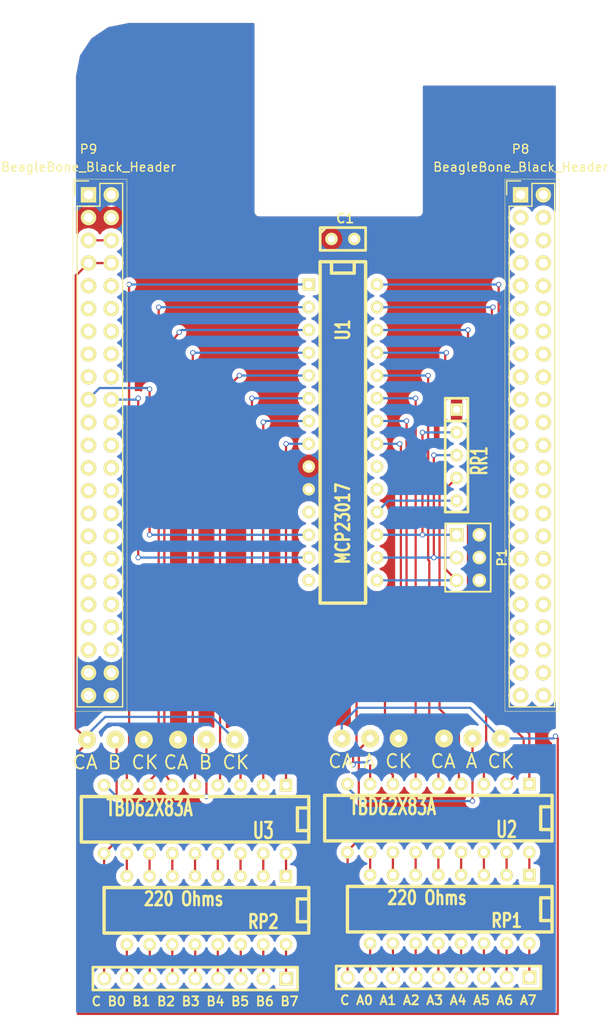
<source format=kicad_pcb>
(kicad_pcb (version 3) (host pcbnew "(22-Jun-2014 BZR 4027)-stable")

  (general
    (links 89)
    (no_connects 0)
    (area 103.317323 40.64 177.682877 166.526758)
    (thickness 1.6)
    (drawings 9)
    (tracks 225)
    (zones 0)
    (modules 16)
    (nets 63)
  )

  (page USLetter)
  (title_block 
    (company "Deepwoods Software")
  )

  (layers
    (15 F.Cu signal)
    (0 B.Cu signal)
    (16 B.Adhes user)
    (17 F.Adhes user)
    (18 B.Paste user)
    (19 F.Paste user)
    (20 B.SilkS user)
    (21 F.SilkS user)
    (22 B.Mask user)
    (23 F.Mask user)
    (24 Dwgs.User user)
    (25 Cmts.User user)
    (26 Eco1.User user)
    (27 Eco2.User user)
    (28 Edge.Cuts user)
  )

  (setup
    (last_trace_width 0.25)
    (trace_clearance 0.2)
    (zone_clearance 0.508)
    (zone_45_only no)
    (trace_min 0.2)
    (segment_width 0.2)
    (edge_width 0.00254)
    (via_size 0.6)
    (via_drill 0.4)
    (via_min_size 0.4)
    (via_min_drill 0.3)
    (uvia_size 0.3)
    (uvia_drill 0.1)
    (uvias_allowed no)
    (uvia_min_size 0.2)
    (uvia_min_drill 0.1)
    (pcb_text_width 0.3)
    (pcb_text_size 1.5 1.5)
    (mod_edge_width 0.15)
    (mod_text_size 1 1)
    (mod_text_width 0.15)
    (pad_size 1.7272 1.7272)
    (pad_drill 1.016)
    (pad_to_mask_clearance 0)
    (aux_axis_origin 0 0)
    (visible_elements 7FFFFFFF)
    (pcbplotparams
      (layerselection 3178497)
      (usegerberextensions false)
      (excludeedgelayer true)
      (linewidth 0.100000)
      (plotframeref false)
      (viasonmask false)
      (mode 1)
      (useauxorigin false)
      (hpglpennumber 1)
      (hpglpenspeed 20)
      (hpglpendiameter 15)
      (hpglpenoverlay 2)
      (psnegative false)
      (psa4output false)
      (plotreference true)
      (plotvalue true)
      (plotothertext true)
      (plotinvisibletext false)
      (padsonsilk false)
      (subtractmaskfromsilk false)
      (outputformat 4)
      (mirror false)
      (drillshape 0)
      (scaleselection 1)
      (outputdirectory ""))
  )

  (net 0 "")
  (net 1 +3.3V)
  (net 2 +5V)
  (net 3 /Drivers/SCL)
  (net 4 /Drivers/SDA)
  (net 5 GND)
  (net 6 N-00000100)
  (net 7 N-00000101)
  (net 8 N-00000102)
  (net 9 N-00000103)
  (net 10 N-00000104)
  (net 11 N-00000105)
  (net 12 N-00000106)
  (net 13 N-00000107)
  (net 14 N-00000108)
  (net 15 N-00000109)
  (net 16 N-00000110)
  (net 17 N-00000111)
  (net 18 N-00000112)
  (net 19 N-00000113)
  (net 20 N-00000114)
  (net 21 N-00000115)
  (net 22 N-00000116)
  (net 23 N-00000117)
  (net 24 N-00000118)
  (net 25 N-00000119)
  (net 26 N-00000120)
  (net 27 N-00000121)
  (net 28 N-00000122)
  (net 29 N-00000123)
  (net 30 N-00000124)
  (net 31 N-00000125)
  (net 32 N-00000126)
  (net 33 N-00000128)
  (net 34 N-00000131)
  (net 35 N-00000134)
  (net 36 N-00000138)
  (net 37 N-00000149)
  (net 38 N-00000150)
  (net 39 N-00000154)
  (net 40 N-00000157)
  (net 41 N-00000160)
  (net 42 N-00000166)
  (net 43 N-00000167)
  (net 44 N-00000168)
  (net 45 N-0000083)
  (net 46 N-0000084)
  (net 47 N-0000085)
  (net 48 N-0000086)
  (net 49 N-0000087)
  (net 50 N-0000088)
  (net 51 N-0000089)
  (net 52 N-0000090)
  (net 53 N-0000091)
  (net 54 N-0000092)
  (net 55 N-0000093)
  (net 56 N-0000094)
  (net 57 N-0000095)
  (net 58 N-0000096)
  (net 59 N-0000097)
  (net 60 N-0000098)
  (net 61 N-0000099)
  (net 62 SYS_5V)

  (net_class Default "To jest domyślna klasa połączeń."
    (clearance 0.2)
    (trace_width 0.25)
    (via_dia 0.6)
    (via_drill 0.4)
    (uvia_dia 0.3)
    (uvia_drill 0.1)
    (add_net "")
    (add_net +3.3V)
    (add_net +5V)
    (add_net /Drivers/SCL)
    (add_net /Drivers/SDA)
    (add_net GND)
    (add_net N-00000100)
    (add_net N-00000101)
    (add_net N-00000102)
    (add_net N-00000103)
    (add_net N-00000104)
    (add_net N-00000105)
    (add_net N-00000106)
    (add_net N-00000107)
    (add_net N-00000108)
    (add_net N-00000109)
    (add_net N-00000110)
    (add_net N-00000111)
    (add_net N-00000112)
    (add_net N-00000113)
    (add_net N-00000114)
    (add_net N-00000115)
    (add_net N-00000116)
    (add_net N-00000117)
    (add_net N-00000118)
    (add_net N-00000119)
    (add_net N-00000120)
    (add_net N-00000121)
    (add_net N-00000122)
    (add_net N-00000123)
    (add_net N-00000124)
    (add_net N-00000125)
    (add_net N-00000126)
    (add_net N-00000128)
    (add_net N-00000131)
    (add_net N-00000134)
    (add_net N-00000138)
    (add_net N-00000149)
    (add_net N-00000150)
    (add_net N-00000154)
    (add_net N-00000157)
    (add_net N-00000160)
    (add_net N-00000166)
    (add_net N-00000167)
    (add_net N-00000168)
    (add_net N-0000083)
    (add_net N-0000084)
    (add_net N-0000085)
    (add_net N-0000086)
    (add_net N-0000087)
    (add_net N-0000088)
    (add_net N-0000089)
    (add_net N-0000090)
    (add_net N-0000091)
    (add_net N-0000092)
    (add_net N-0000093)
    (add_net N-0000094)
    (add_net N-0000095)
    (add_net N-0000096)
    (add_net N-0000097)
    (add_net N-0000098)
    (add_net N-0000099)
    (add_net SYS_5V)
  )

  (module Socket_BeagleBone_Black:Socket_BeagleBone_Black (layer F.Cu) (tedit 55DF76F9) (tstamp 55DF7717)
    (at 164.6301 62.3824)
    (descr "Through hole pin header")
    (tags "pin header")
    (path /55DF7DE1)
    (fp_text reference P8 (at 0 -5.1) (layer F.SilkS)
      (effects (font (size 1 1) (thickness 0.15)))
    )
    (fp_text value BeagleBone_Black_Header (at 0 -3.1) (layer F.SilkS)
      (effects (font (size 1 1) (thickness 0.15)))
    )
    (fp_line (start -1.75 -1.75) (end -1.75 57.65) (layer F.SilkS) (width 0.05))
    (fp_line (start 4.3 -1.75) (end 4.3 57.65) (layer F.SilkS) (width 0.05))
    (fp_line (start -1.75 -1.75) (end 4.3 -1.75) (layer F.SilkS) (width 0.05))
    (fp_line (start -1.75 57.65) (end 4.3 57.65) (layer F.SilkS) (width 0.05))
    (fp_line (start 3.81 57.15) (end 3.81 -1.27) (layer F.SilkS) (width 0.15))
    (fp_line (start -1.27 57.15) (end -1.27 1.27) (layer F.SilkS) (width 0.15))
    (fp_line (start 3.81 57.15) (end -1.27 57.15) (layer F.SilkS) (width 0.15))
    (fp_line (start 3.81 -1.27) (end 1.27 -1.27) (layer F.SilkS) (width 0.15))
    (fp_line (start 0 -1.55) (end -1.55 -1.55) (layer F.SilkS) (width 0.15))
    (fp_line (start 1.27 -1.27) (end 1.27 1.27) (layer F.SilkS) (width 0.15))
    (fp_line (start 1.27 1.27) (end -1.27 1.27) (layer F.SilkS) (width 0.15))
    (fp_line (start -1.55 -1.55) (end -1.55 0) (layer F.SilkS) (width 0.15))
    (pad 1 thru_hole rect (at 0 0) (size 1.7272 1.7272) (drill 1.016)
      (layers *.Cu *.Mask F.SilkS)
      (net 5 GND)
    )
    (pad 2 thru_hole oval (at 2.54 0) (size 1.7272 1.7272) (drill 1.016)
      (layers *.Cu *.Mask F.SilkS)
      (net 5 GND)
    )
    (pad 3 thru_hole oval (at 0 2.54) (size 1.7272 1.7272) (drill 1.016)
      (layers *.Cu *.Mask F.SilkS)
    )
    (pad 4 thru_hole oval (at 2.54 2.54) (size 1.7272 1.7272) (drill 1.016)
      (layers *.Cu *.Mask F.SilkS)
    )
    (pad 5 thru_hole oval (at 0 5.08) (size 1.7272 1.7272) (drill 1.016)
      (layers *.Cu *.Mask F.SilkS)
    )
    (pad 6 thru_hole oval (at 2.54 5.08) (size 1.7272 1.7272) (drill 1.016)
      (layers *.Cu *.Mask F.SilkS)
    )
    (pad 7 thru_hole oval (at 0 7.62) (size 1.7272 1.7272) (drill 1.016)
      (layers *.Cu *.Mask F.SilkS)
    )
    (pad 8 thru_hole oval (at 2.54 7.62) (size 1.7272 1.7272) (drill 1.016)
      (layers *.Cu *.Mask F.SilkS)
    )
    (pad 9 thru_hole oval (at 0 10.16) (size 1.7272 1.7272) (drill 1.016)
      (layers *.Cu *.Mask F.SilkS)
    )
    (pad 10 thru_hole oval (at 2.54 10.16) (size 1.7272 1.7272) (drill 1.016)
      (layers *.Cu *.Mask F.SilkS)
    )
    (pad 11 thru_hole oval (at 0 12.7) (size 1.7272 1.7272) (drill 1.016)
      (layers *.Cu *.Mask F.SilkS)
    )
    (pad 12 thru_hole oval (at 2.54 12.7) (size 1.7272 1.7272) (drill 1.016)
      (layers *.Cu *.Mask F.SilkS)
    )
    (pad 13 thru_hole oval (at 0 15.24) (size 1.7272 1.7272) (drill 1.016)
      (layers *.Cu *.Mask F.SilkS)
    )
    (pad 14 thru_hole oval (at 2.54 15.24) (size 1.7272 1.7272) (drill 1.016)
      (layers *.Cu *.Mask F.SilkS)
    )
    (pad 15 thru_hole oval (at 0 17.78) (size 1.7272 1.7272) (drill 1.016)
      (layers *.Cu *.Mask F.SilkS)
    )
    (pad 16 thru_hole oval (at 2.54 17.78) (size 1.7272 1.7272) (drill 1.016)
      (layers *.Cu *.Mask F.SilkS)
    )
    (pad 17 thru_hole oval (at 0 20.32) (size 1.7272 1.7272) (drill 1.016)
      (layers *.Cu *.Mask F.SilkS)
    )
    (pad 18 thru_hole oval (at 2.54 20.32) (size 1.7272 1.7272) (drill 1.016)
      (layers *.Cu *.Mask F.SilkS)
    )
    (pad 19 thru_hole oval (at 0 22.86) (size 1.7272 1.7272) (drill 1.016)
      (layers *.Cu *.Mask F.SilkS)
    )
    (pad 20 thru_hole oval (at 2.54 22.86) (size 1.7272 1.7272) (drill 1.016)
      (layers *.Cu *.Mask F.SilkS)
    )
    (pad 21 thru_hole oval (at 0 25.4) (size 1.7272 1.7272) (drill 1.016)
      (layers *.Cu *.Mask F.SilkS)
    )
    (pad 22 thru_hole oval (at 2.54 25.4) (size 1.7272 1.7272) (drill 1.016)
      (layers *.Cu *.Mask F.SilkS)
    )
    (pad 23 thru_hole oval (at 0 27.94) (size 1.7272 1.7272) (drill 1.016)
      (layers *.Cu *.Mask F.SilkS)
    )
    (pad 24 thru_hole oval (at 2.54 27.94) (size 1.7272 1.7272) (drill 1.016)
      (layers *.Cu *.Mask F.SilkS)
    )
    (pad 25 thru_hole oval (at 0 30.48) (size 1.7272 1.7272) (drill 1.016)
      (layers *.Cu *.Mask F.SilkS)
    )
    (pad 26 thru_hole oval (at 2.54 30.48) (size 1.7272 1.7272) (drill 1.016)
      (layers *.Cu *.Mask F.SilkS)
    )
    (pad 27 thru_hole oval (at 0 33.02) (size 1.7272 1.7272) (drill 1.016)
      (layers *.Cu *.Mask F.SilkS)
    )
    (pad 28 thru_hole oval (at 2.54 33.02) (size 1.7272 1.7272) (drill 1.016)
      (layers *.Cu *.Mask F.SilkS)
    )
    (pad 29 thru_hole oval (at 0 35.56) (size 1.7272 1.7272) (drill 1.016)
      (layers *.Cu *.Mask F.SilkS)
    )
    (pad 30 thru_hole oval (at 2.54 35.56) (size 1.7272 1.7272) (drill 1.016)
      (layers *.Cu *.Mask F.SilkS)
    )
    (pad 31 thru_hole oval (at 0 38.1) (size 1.7272 1.7272) (drill 1.016)
      (layers *.Cu *.Mask F.SilkS)
    )
    (pad 32 thru_hole oval (at 2.54 38.1) (size 1.7272 1.7272) (drill 1.016)
      (layers *.Cu *.Mask F.SilkS)
    )
    (pad 33 thru_hole oval (at 0 40.64) (size 1.7272 1.7272) (drill 1.016)
      (layers *.Cu *.Mask F.SilkS)
    )
    (pad 34 thru_hole oval (at 2.54 40.64) (size 1.7272 1.7272) (drill 1.016)
      (layers *.Cu *.Mask F.SilkS)
    )
    (pad 35 thru_hole oval (at 0 43.18) (size 1.7272 1.7272) (drill 1.016)
      (layers *.Cu *.Mask F.SilkS)
    )
    (pad 36 thru_hole oval (at 2.54 43.18) (size 1.7272 1.7272) (drill 1.016)
      (layers *.Cu *.Mask F.SilkS)
    )
    (pad 37 thru_hole oval (at 0 45.72) (size 1.7272 1.7272) (drill 1.016)
      (layers *.Cu *.Mask F.SilkS)
    )
    (pad 38 thru_hole oval (at 2.54 45.72) (size 1.7272 1.7272) (drill 1.016)
      (layers *.Cu *.Mask F.SilkS)
    )
    (pad 39 thru_hole oval (at 0 48.26) (size 1.7272 1.7272) (drill 1.016)
      (layers *.Cu *.Mask F.SilkS)
    )
    (pad 40 thru_hole oval (at 2.54 48.26) (size 1.7272 1.7272) (drill 1.016)
      (layers *.Cu *.Mask F.SilkS)
    )
    (pad 41 thru_hole oval (at 0 50.8) (size 1.7272 1.7272) (drill 1.016)
      (layers *.Cu *.Mask F.SilkS)
    )
    (pad 42 thru_hole oval (at 2.54 50.8) (size 1.7272 1.7272) (drill 1.016)
      (layers *.Cu *.Mask F.SilkS)
    )
    (pad 43 thru_hole oval (at 0 53.34) (size 1.7272 1.7272) (drill 1.016)
      (layers *.Cu *.Mask F.SilkS)
    )
    (pad 44 thru_hole oval (at 2.54 53.34) (size 1.7272 1.7272) (drill 1.016)
      (layers *.Cu *.Mask F.SilkS)
    )
    (pad 45 thru_hole oval (at 0 55.88) (size 1.7272 1.7272) (drill 1.016)
      (layers *.Cu *.Mask F.SilkS)
    )
    (pad 46 thru_hole oval (at 2.54 55.88) (size 1.7272 1.7272) (drill 1.016)
      (layers *.Cu *.Mask F.SilkS)
    )
    (model ${KIPRJMOD}/Socket_BeagleBone_Black.3dshapes/Socket_BeagleBone_Black.wrl
      (at (xyz 0.05 -1.1 0))
      (scale (xyz 1 1 1))
      (rotate (xyz 0 0 90))
    )
  )

  (module Socket_BeagleBone_Black:Socket_BeagleBone_Black (layer F.Cu) (tedit 0) (tstamp 55DF7748)
    (at 116.3701 62.3824)
    (descr "Through hole pin header")
    (tags "pin header")
    (path /55DF7DBA)
    (fp_text reference P9 (at 0 -5.1) (layer F.SilkS)
      (effects (font (size 1 1) (thickness 0.15)))
    )
    (fp_text value BeagleBone_Black_Header (at 0 -3.1) (layer F.SilkS)
      (effects (font (size 1 1) (thickness 0.15)))
    )
    (fp_line (start -1.75 -1.75) (end -1.75 57.65) (layer F.SilkS) (width 0.05))
    (fp_line (start 4.3 -1.75) (end 4.3 57.65) (layer F.SilkS) (width 0.05))
    (fp_line (start -1.75 -1.75) (end 4.3 -1.75) (layer F.SilkS) (width 0.05))
    (fp_line (start -1.75 57.65) (end 4.3 57.65) (layer F.SilkS) (width 0.05))
    (fp_line (start 3.81 57.15) (end 3.81 -1.27) (layer F.SilkS) (width 0.15))
    (fp_line (start -1.27 57.15) (end -1.27 1.27) (layer F.SilkS) (width 0.15))
    (fp_line (start 3.81 57.15) (end -1.27 57.15) (layer F.SilkS) (width 0.15))
    (fp_line (start 3.81 -1.27) (end 1.27 -1.27) (layer F.SilkS) (width 0.15))
    (fp_line (start 0 -1.55) (end -1.55 -1.55) (layer F.SilkS) (width 0.15))
    (fp_line (start 1.27 -1.27) (end 1.27 1.27) (layer F.SilkS) (width 0.15))
    (fp_line (start 1.27 1.27) (end -1.27 1.27) (layer F.SilkS) (width 0.15))
    (fp_line (start -1.55 -1.55) (end -1.55 0) (layer F.SilkS) (width 0.15))
    (pad 1 thru_hole rect (at 0 0) (size 1.7272 1.7272) (drill 1.016)
      (layers *.Cu *.Mask F.SilkS)
      (net 5 GND)
    )
    (pad 2 thru_hole oval (at 2.54 0) (size 1.7272 1.7272) (drill 1.016)
      (layers *.Cu *.Mask F.SilkS)
      (net 5 GND)
    )
    (pad 3 thru_hole oval (at 0 2.54) (size 1.7272 1.7272) (drill 1.016)
      (layers *.Cu *.Mask F.SilkS)
      (net 1 +3.3V)
    )
    (pad 4 thru_hole oval (at 2.54 2.54) (size 1.7272 1.7272) (drill 1.016)
      (layers *.Cu *.Mask F.SilkS)
      (net 1 +3.3V)
    )
    (pad 5 thru_hole oval (at 0 5.08) (size 1.7272 1.7272) (drill 1.016)
      (layers *.Cu *.Mask F.SilkS)
      (net 2 +5V)
    )
    (pad 6 thru_hole oval (at 2.54 5.08) (size 1.7272 1.7272) (drill 1.016)
      (layers *.Cu *.Mask F.SilkS)
      (net 2 +5V)
    )
    (pad 7 thru_hole oval (at 0 7.62) (size 1.7272 1.7272) (drill 1.016)
      (layers *.Cu *.Mask F.SilkS)
      (net 62 SYS_5V)
    )
    (pad 8 thru_hole oval (at 2.54 7.62) (size 1.7272 1.7272) (drill 1.016)
      (layers *.Cu *.Mask F.SilkS)
      (net 62 SYS_5V)
    )
    (pad 9 thru_hole oval (at 0 10.16) (size 1.7272 1.7272) (drill 1.016)
      (layers *.Cu *.Mask F.SilkS)
    )
    (pad 10 thru_hole oval (at 2.54 10.16) (size 1.7272 1.7272) (drill 1.016)
      (layers *.Cu *.Mask F.SilkS)
    )
    (pad 11 thru_hole oval (at 0 12.7) (size 1.7272 1.7272) (drill 1.016)
      (layers *.Cu *.Mask F.SilkS)
    )
    (pad 12 thru_hole oval (at 2.54 12.7) (size 1.7272 1.7272) (drill 1.016)
      (layers *.Cu *.Mask F.SilkS)
    )
    (pad 13 thru_hole oval (at 0 15.24) (size 1.7272 1.7272) (drill 1.016)
      (layers *.Cu *.Mask F.SilkS)
    )
    (pad 14 thru_hole oval (at 2.54 15.24) (size 1.7272 1.7272) (drill 1.016)
      (layers *.Cu *.Mask F.SilkS)
    )
    (pad 15 thru_hole oval (at 0 17.78) (size 1.7272 1.7272) (drill 1.016)
      (layers *.Cu *.Mask F.SilkS)
    )
    (pad 16 thru_hole oval (at 2.54 17.78) (size 1.7272 1.7272) (drill 1.016)
      (layers *.Cu *.Mask F.SilkS)
    )
    (pad 17 thru_hole oval (at 0 20.32) (size 1.7272 1.7272) (drill 1.016)
      (layers *.Cu *.Mask F.SilkS)
    )
    (pad 18 thru_hole oval (at 2.54 20.32) (size 1.7272 1.7272) (drill 1.016)
      (layers *.Cu *.Mask F.SilkS)
    )
    (pad 19 thru_hole oval (at 0 22.86) (size 1.7272 1.7272) (drill 1.016)
      (layers *.Cu *.Mask F.SilkS)
      (net 3 /Drivers/SCL)
    )
    (pad 20 thru_hole oval (at 2.54 22.86) (size 1.7272 1.7272) (drill 1.016)
      (layers *.Cu *.Mask F.SilkS)
      (net 4 /Drivers/SDA)
    )
    (pad 21 thru_hole oval (at 0 25.4) (size 1.7272 1.7272) (drill 1.016)
      (layers *.Cu *.Mask F.SilkS)
    )
    (pad 22 thru_hole oval (at 2.54 25.4) (size 1.7272 1.7272) (drill 1.016)
      (layers *.Cu *.Mask F.SilkS)
    )
    (pad 23 thru_hole oval (at 0 27.94) (size 1.7272 1.7272) (drill 1.016)
      (layers *.Cu *.Mask F.SilkS)
    )
    (pad 24 thru_hole oval (at 2.54 27.94) (size 1.7272 1.7272) (drill 1.016)
      (layers *.Cu *.Mask F.SilkS)
    )
    (pad 25 thru_hole oval (at 0 30.48) (size 1.7272 1.7272) (drill 1.016)
      (layers *.Cu *.Mask F.SilkS)
    )
    (pad 26 thru_hole oval (at 2.54 30.48) (size 1.7272 1.7272) (drill 1.016)
      (layers *.Cu *.Mask F.SilkS)
    )
    (pad 27 thru_hole oval (at 0 33.02) (size 1.7272 1.7272) (drill 1.016)
      (layers *.Cu *.Mask F.SilkS)
    )
    (pad 28 thru_hole oval (at 2.54 33.02) (size 1.7272 1.7272) (drill 1.016)
      (layers *.Cu *.Mask F.SilkS)
    )
    (pad 29 thru_hole oval (at 0 35.56) (size 1.7272 1.7272) (drill 1.016)
      (layers *.Cu *.Mask F.SilkS)
    )
    (pad 30 thru_hole oval (at 2.54 35.56) (size 1.7272 1.7272) (drill 1.016)
      (layers *.Cu *.Mask F.SilkS)
    )
    (pad 31 thru_hole oval (at 0 38.1) (size 1.7272 1.7272) (drill 1.016)
      (layers *.Cu *.Mask F.SilkS)
    )
    (pad 32 thru_hole oval (at 2.54 38.1) (size 1.7272 1.7272) (drill 1.016)
      (layers *.Cu *.Mask F.SilkS)
    )
    (pad 33 thru_hole oval (at 0 40.64) (size 1.7272 1.7272) (drill 1.016)
      (layers *.Cu *.Mask F.SilkS)
    )
    (pad 34 thru_hole oval (at 2.54 40.64) (size 1.7272 1.7272) (drill 1.016)
      (layers *.Cu *.Mask F.SilkS)
    )
    (pad 35 thru_hole oval (at 0 43.18) (size 1.7272 1.7272) (drill 1.016)
      (layers *.Cu *.Mask F.SilkS)
    )
    (pad 36 thru_hole oval (at 2.54 43.18) (size 1.7272 1.7272) (drill 1.016)
      (layers *.Cu *.Mask F.SilkS)
    )
    (pad 37 thru_hole oval (at 0 45.72) (size 1.7272 1.7272) (drill 1.016)
      (layers *.Cu *.Mask F.SilkS)
    )
    (pad 38 thru_hole oval (at 2.54 45.72) (size 1.7272 1.7272) (drill 1.016)
      (layers *.Cu *.Mask F.SilkS)
    )
    (pad 39 thru_hole oval (at 0 48.26) (size 1.7272 1.7272) (drill 1.016)
      (layers *.Cu *.Mask F.SilkS)
    )
    (pad 40 thru_hole oval (at 2.54 48.26) (size 1.7272 1.7272) (drill 1.016)
      (layers *.Cu *.Mask F.SilkS)
    )
    (pad 41 thru_hole oval (at 0 50.8) (size 1.7272 1.7272) (drill 1.016)
      (layers *.Cu *.Mask F.SilkS)
    )
    (pad 42 thru_hole oval (at 2.54 50.8) (size 1.7272 1.7272) (drill 1.016)
      (layers *.Cu *.Mask F.SilkS)
    )
    (pad 43 thru_hole oval (at 0 53.34) (size 1.7272 1.7272) (drill 1.016)
      (layers *.Cu *.Mask F.SilkS)
      (net 5 GND)
    )
    (pad 44 thru_hole oval (at 2.54 53.34) (size 1.7272 1.7272) (drill 1.016)
      (layers *.Cu *.Mask F.SilkS)
      (net 5 GND)
    )
    (pad 45 thru_hole oval (at 0 55.88) (size 1.7272 1.7272) (drill 1.016)
      (layers *.Cu *.Mask F.SilkS)
      (net 5 GND)
    )
    (pad 46 thru_hole oval (at 2.54 55.88) (size 1.7272 1.7272) (drill 1.016)
      (layers *.Cu *.Mask F.SilkS)
      (net 5 GND)
    )
    (model ${KIPRJMOD}/Socket_BeagleBone_Black.3dshapes/Socket_BeagleBone_Black.wrl
      (at (xyz 0.05 -1.1 0))
      (scale (xyz 1 1 1))
      (rotate (xyz 0 0 90))
    )
  )

  (module SIL-5 (layer F.Cu) (tedit 200000) (tstamp 5C73EE01)
    (at 157.48 92.71 270)
    (descr "Connecteur 5 pins")
    (tags "CONN DEV")
    (path /5C73EAFA/5C73ED05)
    (fp_text reference RR1 (at -0.635 -2.54 270) (layer F.SilkS)
      (effects (font (size 1.72974 1.08712) (thickness 0.3048)))
    )
    (fp_text value "10K Ohms" (at 0 -2.54 270) (layer F.SilkS) hide
      (effects (font (size 1.524 1.016) (thickness 0.3048)))
    )
    (fp_line (start -7.62 1.27) (end -7.62 -1.27) (layer F.SilkS) (width 0.3048))
    (fp_line (start -7.62 -1.27) (end 5.08 -1.27) (layer F.SilkS) (width 0.3048))
    (fp_line (start 5.08 -1.27) (end 5.08 1.27) (layer F.SilkS) (width 0.3048))
    (fp_line (start 5.08 1.27) (end -7.62 1.27) (layer F.SilkS) (width 0.3048))
    (fp_line (start -5.08 1.27) (end -5.08 -1.27) (layer F.SilkS) (width 0.3048))
    (pad 1 thru_hole rect (at -6.35 0 270) (size 1.397 1.397) (drill 0.8128)
      (layers *.Cu *.Mask F.SilkS)
      (net 1 +3.3V)
    )
    (pad 2 thru_hole circle (at -3.81 0 270) (size 1.397 1.397) (drill 0.8128)
      (layers *.Cu *.Mask F.SilkS)
      (net 28 N-00000122)
    )
    (pad 3 thru_hole circle (at -1.27 0 270) (size 1.397 1.397) (drill 0.8128)
      (layers *.Cu *.Mask F.SilkS)
      (net 31 N-00000125)
    )
    (pad 4 thru_hole circle (at 1.27 0 270) (size 1.397 1.397) (drill 0.8128)
      (layers *.Cu *.Mask F.SilkS)
      (net 32 N-00000126)
    )
    (pad 5 thru_hole circle (at 3.81 0 270) (size 1.397 1.397) (drill 0.8128)
      (layers *.Cu *.Mask F.SilkS)
      (net 30 N-00000124)
    )
  )

  (module ScrewTerm_2.54-9 (layer F.Cu) (tedit 5C73F339) (tstamp 5C73EE12)
    (at 155.448 149.733 180)
    (descr "Screw Terminals on 2.54mm centers, 9 position")
    (tags CONN)
    (path /5C73EAFA/5C73ECF8)
    (fp_text reference P2 (at 0 -2.54 180) (layer F.SilkS) hide
      (effects (font (size 1.016 1.016) (thickness 0.2032)))
    )
    (fp_text value "C A0 A1 A2 A3 A4 A5 A6 A7" (at 0 -2.54 180) (layer F.SilkS)
      (effects (font (size 1.016 1.016) (thickness 0.2032)))
    )
    (fp_line (start -11.45 -1.27) (end -11.45 1.27) (layer F.SilkS) (width 0.3048))
    (fp_line (start 11.41 1.27) (end 11.41 -1.27) (layer F.SilkS) (width 0.3048))
    (fp_line (start -11.45 -1.27) (end 11.41 -1.27) (layer F.SilkS) (width 0.3048))
    (fp_line (start 11.41 1.27) (end -11.45 1.27) (layer F.SilkS) (width 0.3048))
    (pad 1 thru_hole rect (at -10.18 0 180) (size 1.524 1.524) (drill 1.016)
      (layers *.Cu *.Mask F.SilkS)
      (net 60 N-0000098)
    )
    (pad 2 thru_hole circle (at -7.64 0 180) (size 1.524 1.524) (drill 1.016)
      (layers *.Cu *.Mask F.SilkS)
      (net 59 N-0000097)
    )
    (pad 3 thru_hole circle (at -5.1 0 180) (size 1.524 1.524) (drill 1.016)
      (layers *.Cu *.Mask F.SilkS)
      (net 58 N-0000096)
    )
    (pad 4 thru_hole circle (at -2.56 0 180) (size 1.524 1.524) (drill 1.016)
      (layers *.Cu *.Mask F.SilkS)
      (net 57 N-0000095)
    )
    (pad 5 thru_hole circle (at -0.02 0 180) (size 1.524 1.524) (drill 1.016)
      (layers *.Cu *.Mask F.SilkS)
      (net 56 N-0000094)
    )
    (pad 6 thru_hole circle (at 2.52 0 180) (size 1.524 1.524) (drill 1.016)
      (layers *.Cu *.Mask F.SilkS)
      (net 45 N-0000083)
    )
    (pad 7 thru_hole circle (at 5.06 0 180) (size 1.524 1.524) (drill 1.016)
      (layers *.Cu *.Mask F.SilkS)
      (net 46 N-0000084)
    )
    (pad 8 thru_hole circle (at 7.6 0 180) (size 1.524 1.524) (drill 1.016)
      (layers *.Cu *.Mask F.SilkS)
      (net 47 N-0000085)
    )
    (pad 9 thru_hole circle (at 10.14 0 180) (size 1.524 1.524) (drill 1.016)
      (layers *.Cu *.Mask F.SilkS)
      (net 27 N-00000121)
    )
    (model walter/conn_screw/mors_9p.wrl
      (at (xyz 0 0 0))
      (scale (xyz 0.5 0.5 0.5))
      (rotate (xyz 0 0 180))
    )
  )

  (module ScrewTerm_2.54-9 (layer F.Cu) (tedit 5C73F19A) (tstamp 5C73EE23)
    (at 128.27 149.86 180)
    (descr "Screw Terminals on 2.54mm centers, 9 position")
    (tags CONN)
    (path /5C73EAFA/5C73ECF9)
    (fp_text reference P3 (at 0 -2.54 180) (layer F.SilkS) hide
      (effects (font (size 1.016 1.016) (thickness 0.2032)))
    )
    (fp_text value "C B0 B1 B2 B3 B4 B5 B6 B7" (at 0 -2.54 180) (layer F.SilkS)
      (effects (font (size 1.016 1.016) (thickness 0.2032)))
    )
    (fp_line (start -11.45 -1.27) (end -11.45 1.27) (layer F.SilkS) (width 0.3048))
    (fp_line (start 11.41 1.27) (end 11.41 -1.27) (layer F.SilkS) (width 0.3048))
    (fp_line (start -11.45 -1.27) (end 11.41 -1.27) (layer F.SilkS) (width 0.3048))
    (fp_line (start 11.41 1.27) (end -11.45 1.27) (layer F.SilkS) (width 0.3048))
    (pad 1 thru_hole rect (at -10.18 0 180) (size 1.524 1.524) (drill 1.016)
      (layers *.Cu *.Mask F.SilkS)
      (net 55 N-0000093)
    )
    (pad 2 thru_hole circle (at -7.64 0 180) (size 1.524 1.524) (drill 1.016)
      (layers *.Cu *.Mask F.SilkS)
      (net 54 N-0000092)
    )
    (pad 3 thru_hole circle (at -5.1 0 180) (size 1.524 1.524) (drill 1.016)
      (layers *.Cu *.Mask F.SilkS)
      (net 53 N-0000091)
    )
    (pad 4 thru_hole circle (at -2.56 0 180) (size 1.524 1.524) (drill 1.016)
      (layers *.Cu *.Mask F.SilkS)
      (net 52 N-0000090)
    )
    (pad 5 thru_hole circle (at -0.02 0 180) (size 1.524 1.524) (drill 1.016)
      (layers *.Cu *.Mask F.SilkS)
      (net 51 N-0000089)
    )
    (pad 6 thru_hole circle (at 2.52 0 180) (size 1.524 1.524) (drill 1.016)
      (layers *.Cu *.Mask F.SilkS)
      (net 50 N-0000088)
    )
    (pad 7 thru_hole circle (at 5.06 0 180) (size 1.524 1.524) (drill 1.016)
      (layers *.Cu *.Mask F.SilkS)
      (net 49 N-0000087)
    )
    (pad 8 thru_hole circle (at 7.6 0 180) (size 1.524 1.524) (drill 1.016)
      (layers *.Cu *.Mask F.SilkS)
      (net 48 N-0000086)
    )
    (pad 9 thru_hole circle (at 10.14 0 180) (size 1.524 1.524) (drill 1.016)
      (layers *.Cu *.Mask F.SilkS)
      (net 26 N-00000120)
    )
    (model walter/conn_screw/mors_9p.wrl
      (at (xyz 0 0 0))
      (scale (xyz 0.5 0.5 0.5))
      (rotate (xyz 0 0 180))
    )
  )

  (module pin_array_3x2 (layer F.Cu) (tedit 42931587) (tstamp 5C73EE31)
    (at 158.75 102.87 270)
    (descr "Double rangee de contacts 2 x 4 pins")
    (tags CONN)
    (path /5C73EAFA/5C73ED04)
    (fp_text reference P1 (at 0 -3.81 270) (layer F.SilkS)
      (effects (font (size 1.016 1.016) (thickness 0.2032)))
    )
    (fp_text value "0  1  2" (at 0 3.81 270) (layer F.SilkS) hide
      (effects (font (size 1.016 1.016) (thickness 0.2032)))
    )
    (fp_line (start 3.81 2.54) (end -3.81 2.54) (layer F.SilkS) (width 0.2032))
    (fp_line (start -3.81 -2.54) (end 3.81 -2.54) (layer F.SilkS) (width 0.2032))
    (fp_line (start 3.81 -2.54) (end 3.81 2.54) (layer F.SilkS) (width 0.2032))
    (fp_line (start -3.81 2.54) (end -3.81 -2.54) (layer F.SilkS) (width 0.2032))
    (pad 1 thru_hole rect (at -2.54 1.27 270) (size 1.524 1.524) (drill 1.016)
      (layers *.Cu *.Mask F.SilkS)
      (net 28 N-00000122)
    )
    (pad 2 thru_hole circle (at -2.54 -1.27 270) (size 1.524 1.524) (drill 1.016)
      (layers *.Cu *.Mask F.SilkS)
      (net 5 GND)
    )
    (pad 3 thru_hole circle (at 0 1.27 270) (size 1.524 1.524) (drill 1.016)
      (layers *.Cu *.Mask F.SilkS)
      (net 31 N-00000125)
    )
    (pad 4 thru_hole circle (at 0 -1.27 270) (size 1.524 1.524) (drill 1.016)
      (layers *.Cu *.Mask F.SilkS)
      (net 5 GND)
    )
    (pad 5 thru_hole circle (at 2.54 1.27 270) (size 1.524 1.524) (drill 1.016)
      (layers *.Cu *.Mask F.SilkS)
      (net 32 N-00000126)
    )
    (pad 6 thru_hole circle (at 2.54 -1.27 270) (size 1.524 1.524) (drill 1.016)
      (layers *.Cu *.Mask F.SilkS)
      (net 5 GND)
    )
    (model pin_array/pins_array_3x2.wrl
      (at (xyz 0 0 0))
      (scale (xyz 1 1 1))
      (rotate (xyz 0 0 0))
    )
  )

  (module DIP-28__300 (layer F.Cu) (tedit 200000) (tstamp 5C73EE58)
    (at 144.78 88.9 270)
    (descr "28 pins DIL package, round pads, width 300mil")
    (tags DIL)
    (path /5C73EAFA/5C73ECE1)
    (fp_text reference U1 (at -11.43 0 270) (layer F.SilkS)
      (effects (font (size 1.524 1.143) (thickness 0.3048)))
    )
    (fp_text value MCP23017 (at 10.16 0 270) (layer F.SilkS)
      (effects (font (size 1.524 1.143) (thickness 0.3048)))
    )
    (fp_line (start -19.05 -2.54) (end 19.05 -2.54) (layer F.SilkS) (width 0.381))
    (fp_line (start 19.05 -2.54) (end 19.05 2.54) (layer F.SilkS) (width 0.381))
    (fp_line (start 19.05 2.54) (end -19.05 2.54) (layer F.SilkS) (width 0.381))
    (fp_line (start -19.05 2.54) (end -19.05 -2.54) (layer F.SilkS) (width 0.381))
    (fp_line (start -19.05 -1.27) (end -17.78 -1.27) (layer F.SilkS) (width 0.381))
    (fp_line (start -17.78 -1.27) (end -17.78 1.27) (layer F.SilkS) (width 0.381))
    (fp_line (start -17.78 1.27) (end -19.05 1.27) (layer F.SilkS) (width 0.381))
    (pad 2 thru_hole circle (at -13.97 3.81 270) (size 1.397 1.397) (drill 0.8128)
      (layers *.Cu *.Mask F.SilkS)
      (net 16 N-00000110)
    )
    (pad 3 thru_hole circle (at -11.43 3.81 270) (size 1.397 1.397) (drill 0.8128)
      (layers *.Cu *.Mask F.SilkS)
      (net 17 N-00000111)
    )
    (pad 4 thru_hole circle (at -8.89 3.81 270) (size 1.397 1.397) (drill 0.8128)
      (layers *.Cu *.Mask F.SilkS)
      (net 18 N-00000112)
    )
    (pad 5 thru_hole circle (at -6.35 3.81 270) (size 1.397 1.397) (drill 0.8128)
      (layers *.Cu *.Mask F.SilkS)
      (net 44 N-00000168)
    )
    (pad 6 thru_hole circle (at -3.81 3.81 270) (size 1.397 1.397) (drill 0.8128)
      (layers *.Cu *.Mask F.SilkS)
      (net 33 N-00000128)
    )
    (pad 7 thru_hole circle (at -1.27 3.81 270) (size 1.397 1.397) (drill 0.8128)
      (layers *.Cu *.Mask F.SilkS)
      (net 34 N-00000131)
    )
    (pad 8 thru_hole circle (at 1.27 3.81 270) (size 1.397 1.397) (drill 0.8128)
      (layers *.Cu *.Mask F.SilkS)
      (net 35 N-00000134)
    )
    (pad 9 thru_hole circle (at 3.81 3.81 270) (size 1.397 1.397) (drill 0.8128)
      (layers *.Cu *.Mask F.SilkS)
      (net 1 +3.3V)
    )
    (pad 10 thru_hole circle (at 6.35 3.81 270) (size 1.397 1.397) (drill 0.8128)
      (layers *.Cu *.Mask F.SilkS)
      (net 5 GND)
    )
    (pad 11 thru_hole circle (at 8.89 3.81 270) (size 1.397 1.397) (drill 0.8128)
      (layers *.Cu *.Mask F.SilkS)
    )
    (pad 12 thru_hole circle (at 11.43 3.81 270) (size 1.397 1.397) (drill 0.8128)
      (layers *.Cu *.Mask F.SilkS)
      (net 3 /Drivers/SCL)
    )
    (pad 13 thru_hole circle (at 13.97 3.81 270) (size 1.397 1.397) (drill 0.8128)
      (layers *.Cu *.Mask F.SilkS)
      (net 4 /Drivers/SDA)
    )
    (pad 14 thru_hole circle (at 16.51 3.81 270) (size 1.397 1.397) (drill 0.8128)
      (layers *.Cu *.Mask F.SilkS)
    )
    (pad 1 thru_hole rect (at -16.51 3.81 270) (size 1.397 1.397) (drill 0.8128)
      (layers *.Cu *.Mask F.SilkS)
      (net 15 N-00000109)
    )
    (pad 15 thru_hole circle (at 16.51 -3.81 270) (size 1.397 1.397) (drill 0.8128)
      (layers *.Cu *.Mask F.SilkS)
      (net 32 N-00000126)
    )
    (pad 16 thru_hole circle (at 13.97 -3.81 270) (size 1.397 1.397) (drill 0.8128)
      (layers *.Cu *.Mask F.SilkS)
      (net 31 N-00000125)
    )
    (pad 17 thru_hole circle (at 11.43 -3.81 270) (size 1.397 1.397) (drill 0.8128)
      (layers *.Cu *.Mask F.SilkS)
      (net 28 N-00000122)
    )
    (pad 18 thru_hole circle (at 8.89 -3.81 270) (size 1.397 1.397) (drill 0.8128)
      (layers *.Cu *.Mask F.SilkS)
      (net 30 N-00000124)
    )
    (pad 19 thru_hole circle (at 6.35 -3.81 270) (size 1.397 1.397) (drill 0.8128)
      (layers *.Cu *.Mask F.SilkS)
    )
    (pad 20 thru_hole circle (at 3.81 -3.81 270) (size 1.397 1.397) (drill 0.8128)
      (layers *.Cu *.Mask F.SilkS)
    )
    (pad 21 thru_hole circle (at 1.27 -3.81 270) (size 1.397 1.397) (drill 0.8128)
      (layers *.Cu *.Mask F.SilkS)
      (net 37 N-00000149)
    )
    (pad 22 thru_hole circle (at -1.27 -3.81 270) (size 1.397 1.397) (drill 0.8128)
      (layers *.Cu *.Mask F.SilkS)
      (net 36 N-00000138)
    )
    (pad 23 thru_hole circle (at -3.81 -3.81 270) (size 1.397 1.397) (drill 0.8128)
      (layers *.Cu *.Mask F.SilkS)
      (net 38 N-00000150)
    )
    (pad 24 thru_hole circle (at -6.35 -3.81 270) (size 1.397 1.397) (drill 0.8128)
      (layers *.Cu *.Mask F.SilkS)
      (net 39 N-00000154)
    )
    (pad 25 thru_hole circle (at -8.89 -3.81 270) (size 1.397 1.397) (drill 0.8128)
      (layers *.Cu *.Mask F.SilkS)
      (net 40 N-00000157)
    )
    (pad 26 thru_hole circle (at -11.43 -3.81 270) (size 1.397 1.397) (drill 0.8128)
      (layers *.Cu *.Mask F.SilkS)
      (net 41 N-00000160)
    )
    (pad 27 thru_hole circle (at -13.97 -3.81 270) (size 1.397 1.397) (drill 0.8128)
      (layers *.Cu *.Mask F.SilkS)
      (net 43 N-00000167)
    )
    (pad 28 thru_hole circle (at -16.51 -3.81 270) (size 1.397 1.397) (drill 0.8128)
      (layers *.Cu *.Mask F.SilkS)
      (net 42 N-00000166)
    )
    (model dil/dil_28-w300.wrl
      (at (xyz 0 0 0))
      (scale (xyz 1 1 1))
      (rotate (xyz 0 0 0))
    )
  )

  (module DIP-18__300 (layer F.Cu) (tedit 200000) (tstamp 5C73EE75)
    (at 155.448 131.953 180)
    (descr "8 pins DIL package, round pads")
    (path /5C73EAFA/5C73ECE2)
    (fp_text reference U2 (at -7.62 -1.27 180) (layer F.SilkS)
      (effects (font (size 1.778 1.143) (thickness 0.3048)))
    )
    (fp_text value TBD62X83A (at 5.08 1.27 180) (layer F.SilkS)
      (effects (font (size 1.778 1.143) (thickness 0.3048)))
    )
    (fp_line (start -12.7 -1.27) (end -11.43 -1.27) (layer F.SilkS) (width 0.381))
    (fp_line (start -11.43 -1.27) (end -11.43 1.27) (layer F.SilkS) (width 0.381))
    (fp_line (start -11.43 1.27) (end -12.7 1.27) (layer F.SilkS) (width 0.381))
    (fp_line (start -12.7 -2.54) (end 12.7 -2.54) (layer F.SilkS) (width 0.381))
    (fp_line (start 12.7 -2.54) (end 12.7 2.54) (layer F.SilkS) (width 0.381))
    (fp_line (start 12.7 2.54) (end -12.7 2.54) (layer F.SilkS) (width 0.381))
    (fp_line (start -12.7 2.54) (end -12.7 -2.54) (layer F.SilkS) (width 0.381))
    (pad 1 thru_hole rect (at -10.16 3.81 180) (size 1.397 1.397) (drill 0.8128)
      (layers *.Cu *.Mask F.SilkS)
      (net 42 N-00000166)
    )
    (pad 2 thru_hole circle (at -7.62 3.81 180) (size 1.397 1.397) (drill 0.8128)
      (layers *.Cu *.Mask F.SilkS)
      (net 43 N-00000167)
    )
    (pad 3 thru_hole circle (at -5.08 3.81 180) (size 1.397 1.397) (drill 0.8128)
      (layers *.Cu *.Mask F.SilkS)
      (net 41 N-00000160)
    )
    (pad 4 thru_hole circle (at -2.54 3.81 180) (size 1.397 1.397) (drill 0.8128)
      (layers *.Cu *.Mask F.SilkS)
      (net 40 N-00000157)
    )
    (pad 5 thru_hole circle (at 0 3.81 180) (size 1.397 1.397) (drill 0.8128)
      (layers *.Cu *.Mask F.SilkS)
      (net 39 N-00000154)
    )
    (pad 6 thru_hole circle (at 2.54 3.81 180) (size 1.397 1.397) (drill 0.8128)
      (layers *.Cu *.Mask F.SilkS)
      (net 38 N-00000150)
    )
    (pad 7 thru_hole circle (at 5.08 3.81 180) (size 1.397 1.397) (drill 0.8128)
      (layers *.Cu *.Mask F.SilkS)
      (net 36 N-00000138)
    )
    (pad 8 thru_hole circle (at 7.62 3.81 180) (size 1.397 1.397) (drill 0.8128)
      (layers *.Cu *.Mask F.SilkS)
      (net 37 N-00000149)
    )
    (pad 9 thru_hole circle (at 10.16 3.81 180) (size 1.397 1.397) (drill 0.8128)
      (layers *.Cu *.Mask F.SilkS)
      (net 24 N-00000118)
    )
    (pad 10 thru_hole circle (at 10.16 -3.81 180) (size 1.397 1.397) (drill 0.8128)
      (layers *.Cu *.Mask F.SilkS)
      (net 27 N-00000121)
    )
    (pad 11 thru_hole circle (at 7.62 -3.81 180) (size 1.397 1.397) (drill 0.8128)
      (layers *.Cu *.Mask F.SilkS)
      (net 61 N-0000099)
    )
    (pad 12 thru_hole circle (at 5.08 -3.81 180) (size 1.397 1.397) (drill 0.8128)
      (layers *.Cu *.Mask F.SilkS)
      (net 6 N-00000100)
    )
    (pad 13 thru_hole circle (at 2.54 -3.81 180) (size 1.397 1.397) (drill 0.8128)
      (layers *.Cu *.Mask F.SilkS)
      (net 19 N-00000113)
    )
    (pad 14 thru_hole circle (at 0 -3.81 180) (size 1.397 1.397) (drill 0.8128)
      (layers *.Cu *.Mask F.SilkS)
      (net 20 N-00000114)
    )
    (pad 15 thru_hole circle (at -2.54 -3.81 180) (size 1.397 1.397) (drill 0.8128)
      (layers *.Cu *.Mask F.SilkS)
      (net 21 N-00000115)
    )
    (pad 16 thru_hole circle (at -5.08 -3.81 180) (size 1.397 1.397) (drill 0.8128)
      (layers *.Cu *.Mask F.SilkS)
      (net 22 N-00000116)
    )
    (pad 17 thru_hole circle (at -7.62 -3.81 180) (size 1.397 1.397) (drill 0.8128)
      (layers *.Cu *.Mask F.SilkS)
      (net 23 N-00000117)
    )
    (pad 18 thru_hole circle (at -10.16 -3.81 180) (size 1.397 1.397) (drill 0.8128)
      (layers *.Cu *.Mask F.SilkS)
      (net 14 N-00000108)
    )
    (model dil/dil_18.wrl
      (at (xyz 0 0 0))
      (scale (xyz 1 1 1))
      (rotate (xyz 0 0 0))
    )
  )

  (module DIP-18__300 (layer F.Cu) (tedit 200000) (tstamp 5C73EE92)
    (at 128.27 132.08 180)
    (descr "8 pins DIL package, round pads")
    (path /5C73EAFA/5C73ECEA)
    (fp_text reference U3 (at -7.62 -1.27 180) (layer F.SilkS)
      (effects (font (size 1.778 1.143) (thickness 0.3048)))
    )
    (fp_text value TBD62X83A (at 5.08 1.27 180) (layer F.SilkS)
      (effects (font (size 1.778 1.143) (thickness 0.3048)))
    )
    (fp_line (start -12.7 -1.27) (end -11.43 -1.27) (layer F.SilkS) (width 0.381))
    (fp_line (start -11.43 -1.27) (end -11.43 1.27) (layer F.SilkS) (width 0.381))
    (fp_line (start -11.43 1.27) (end -12.7 1.27) (layer F.SilkS) (width 0.381))
    (fp_line (start -12.7 -2.54) (end 12.7 -2.54) (layer F.SilkS) (width 0.381))
    (fp_line (start 12.7 -2.54) (end 12.7 2.54) (layer F.SilkS) (width 0.381))
    (fp_line (start 12.7 2.54) (end -12.7 2.54) (layer F.SilkS) (width 0.381))
    (fp_line (start -12.7 2.54) (end -12.7 -2.54) (layer F.SilkS) (width 0.381))
    (pad 1 thru_hole rect (at -10.16 3.81 180) (size 1.397 1.397) (drill 0.8128)
      (layers *.Cu *.Mask F.SilkS)
      (net 35 N-00000134)
    )
    (pad 2 thru_hole circle (at -7.62 3.81 180) (size 1.397 1.397) (drill 0.8128)
      (layers *.Cu *.Mask F.SilkS)
      (net 34 N-00000131)
    )
    (pad 3 thru_hole circle (at -5.08 3.81 180) (size 1.397 1.397) (drill 0.8128)
      (layers *.Cu *.Mask F.SilkS)
      (net 33 N-00000128)
    )
    (pad 4 thru_hole circle (at -2.54 3.81 180) (size 1.397 1.397) (drill 0.8128)
      (layers *.Cu *.Mask F.SilkS)
      (net 44 N-00000168)
    )
    (pad 5 thru_hole circle (at 0 3.81 180) (size 1.397 1.397) (drill 0.8128)
      (layers *.Cu *.Mask F.SilkS)
      (net 18 N-00000112)
    )
    (pad 6 thru_hole circle (at 2.54 3.81 180) (size 1.397 1.397) (drill 0.8128)
      (layers *.Cu *.Mask F.SilkS)
      (net 17 N-00000111)
    )
    (pad 7 thru_hole circle (at 5.08 3.81 180) (size 1.397 1.397) (drill 0.8128)
      (layers *.Cu *.Mask F.SilkS)
      (net 16 N-00000110)
    )
    (pad 8 thru_hole circle (at 7.62 3.81 180) (size 1.397 1.397) (drill 0.8128)
      (layers *.Cu *.Mask F.SilkS)
      (net 15 N-00000109)
    )
    (pad 9 thru_hole circle (at 10.16 3.81 180) (size 1.397 1.397) (drill 0.8128)
      (layers *.Cu *.Mask F.SilkS)
      (net 25 N-00000119)
    )
    (pad 10 thru_hole circle (at 10.16 -3.81 180) (size 1.397 1.397) (drill 0.8128)
      (layers *.Cu *.Mask F.SilkS)
      (net 26 N-00000120)
    )
    (pad 11 thru_hole circle (at 7.62 -3.81 180) (size 1.397 1.397) (drill 0.8128)
      (layers *.Cu *.Mask F.SilkS)
      (net 29 N-00000123)
    )
    (pad 12 thru_hole circle (at 5.08 -3.81 180) (size 1.397 1.397) (drill 0.8128)
      (layers *.Cu *.Mask F.SilkS)
      (net 8 N-00000102)
    )
    (pad 13 thru_hole circle (at 2.54 -3.81 180) (size 1.397 1.397) (drill 0.8128)
      (layers *.Cu *.Mask F.SilkS)
      (net 9 N-00000103)
    )
    (pad 14 thru_hole circle (at 0 -3.81 180) (size 1.397 1.397) (drill 0.8128)
      (layers *.Cu *.Mask F.SilkS)
      (net 10 N-00000104)
    )
    (pad 15 thru_hole circle (at -2.54 -3.81 180) (size 1.397 1.397) (drill 0.8128)
      (layers *.Cu *.Mask F.SilkS)
      (net 11 N-00000105)
    )
    (pad 16 thru_hole circle (at -5.08 -3.81 180) (size 1.397 1.397) (drill 0.8128)
      (layers *.Cu *.Mask F.SilkS)
      (net 7 N-00000101)
    )
    (pad 17 thru_hole circle (at -7.62 -3.81 180) (size 1.397 1.397) (drill 0.8128)
      (layers *.Cu *.Mask F.SilkS)
      (net 12 N-00000106)
    )
    (pad 18 thru_hole circle (at -10.16 -3.81 180) (size 1.397 1.397) (drill 0.8128)
      (layers *.Cu *.Mask F.SilkS)
      (net 13 N-00000107)
    )
    (model dil/dil_18.wrl
      (at (xyz 0 0 0))
      (scale (xyz 1 1 1))
      (rotate (xyz 0 0 0))
    )
  )

  (module DIP-16__300 (layer F.Cu) (tedit 200000) (tstamp 5C73EEAE)
    (at 156.718 142.113 180)
    (descr "16 pins DIL package, round pads")
    (tags DIL)
    (path /5C73EAFA/5C73ECF6)
    (fp_text reference RP1 (at -6.35 -1.27 180) (layer F.SilkS)
      (effects (font (size 1.524 1.143) (thickness 0.3048)))
    )
    (fp_text value "220 Ohms" (at 2.54 1.27 180) (layer F.SilkS)
      (effects (font (size 1.524 1.143) (thickness 0.3048)))
    )
    (fp_line (start -11.43 -1.27) (end -11.43 -1.27) (layer F.SilkS) (width 0.381))
    (fp_line (start -11.43 -1.27) (end -10.16 -1.27) (layer F.SilkS) (width 0.381))
    (fp_line (start -10.16 -1.27) (end -10.16 1.27) (layer F.SilkS) (width 0.381))
    (fp_line (start -10.16 1.27) (end -11.43 1.27) (layer F.SilkS) (width 0.381))
    (fp_line (start -11.43 -2.54) (end 11.43 -2.54) (layer F.SilkS) (width 0.381))
    (fp_line (start 11.43 -2.54) (end 11.43 2.54) (layer F.SilkS) (width 0.381))
    (fp_line (start 11.43 2.54) (end -11.43 2.54) (layer F.SilkS) (width 0.381))
    (fp_line (start -11.43 2.54) (end -11.43 -2.54) (layer F.SilkS) (width 0.381))
    (pad 1 thru_hole rect (at -8.89 3.81 180) (size 1.397 1.397) (drill 0.8128)
      (layers *.Cu *.Mask F.SilkS)
      (net 14 N-00000108)
    )
    (pad 2 thru_hole circle (at -6.35 3.81 180) (size 1.397 1.397) (drill 0.8128)
      (layers *.Cu *.Mask F.SilkS)
      (net 23 N-00000117)
    )
    (pad 3 thru_hole circle (at -3.81 3.81 180) (size 1.397 1.397) (drill 0.8128)
      (layers *.Cu *.Mask F.SilkS)
      (net 22 N-00000116)
    )
    (pad 4 thru_hole circle (at -1.27 3.81 180) (size 1.397 1.397) (drill 0.8128)
      (layers *.Cu *.Mask F.SilkS)
      (net 21 N-00000115)
    )
    (pad 5 thru_hole circle (at 1.27 3.81 180) (size 1.397 1.397) (drill 0.8128)
      (layers *.Cu *.Mask F.SilkS)
      (net 20 N-00000114)
    )
    (pad 6 thru_hole circle (at 3.81 3.81 180) (size 1.397 1.397) (drill 0.8128)
      (layers *.Cu *.Mask F.SilkS)
      (net 19 N-00000113)
    )
    (pad 7 thru_hole circle (at 6.35 3.81 180) (size 1.397 1.397) (drill 0.8128)
      (layers *.Cu *.Mask F.SilkS)
      (net 6 N-00000100)
    )
    (pad 8 thru_hole circle (at 8.89 3.81 180) (size 1.397 1.397) (drill 0.8128)
      (layers *.Cu *.Mask F.SilkS)
      (net 61 N-0000099)
    )
    (pad 9 thru_hole circle (at 8.89 -3.81 180) (size 1.397 1.397) (drill 0.8128)
      (layers *.Cu *.Mask F.SilkS)
      (net 47 N-0000085)
    )
    (pad 10 thru_hole circle (at 6.35 -3.81 180) (size 1.397 1.397) (drill 0.8128)
      (layers *.Cu *.Mask F.SilkS)
      (net 46 N-0000084)
    )
    (pad 11 thru_hole circle (at 3.81 -3.81 180) (size 1.397 1.397) (drill 0.8128)
      (layers *.Cu *.Mask F.SilkS)
      (net 45 N-0000083)
    )
    (pad 12 thru_hole circle (at 1.27 -3.81 180) (size 1.397 1.397) (drill 0.8128)
      (layers *.Cu *.Mask F.SilkS)
      (net 56 N-0000094)
    )
    (pad 13 thru_hole circle (at -1.27 -3.81 180) (size 1.397 1.397) (drill 0.8128)
      (layers *.Cu *.Mask F.SilkS)
      (net 57 N-0000095)
    )
    (pad 14 thru_hole circle (at -3.81 -3.81 180) (size 1.397 1.397) (drill 0.8128)
      (layers *.Cu *.Mask F.SilkS)
      (net 58 N-0000096)
    )
    (pad 15 thru_hole circle (at -6.35 -3.81 180) (size 1.397 1.397) (drill 0.8128)
      (layers *.Cu *.Mask F.SilkS)
      (net 59 N-0000097)
    )
    (pad 16 thru_hole circle (at -8.89 -3.81 180) (size 1.397 1.397) (drill 0.8128)
      (layers *.Cu *.Mask F.SilkS)
      (net 60 N-0000098)
    )
    (model dil/dil_16.wrl
      (at (xyz 0 0 0))
      (scale (xyz 1 1 1))
      (rotate (xyz 0 0 0))
    )
  )

  (module DIP-16__300 (layer F.Cu) (tedit 200000) (tstamp 5C73EECA)
    (at 129.54 142.24 180)
    (descr "16 pins DIL package, round pads")
    (tags DIL)
    (path /5C73EAFA/5C73ECF7)
    (fp_text reference RP2 (at -6.35 -1.27 180) (layer F.SilkS)
      (effects (font (size 1.524 1.143) (thickness 0.3048)))
    )
    (fp_text value "220 Ohms" (at 2.54 1.27 180) (layer F.SilkS)
      (effects (font (size 1.524 1.143) (thickness 0.3048)))
    )
    (fp_line (start -11.43 -1.27) (end -11.43 -1.27) (layer F.SilkS) (width 0.381))
    (fp_line (start -11.43 -1.27) (end -10.16 -1.27) (layer F.SilkS) (width 0.381))
    (fp_line (start -10.16 -1.27) (end -10.16 1.27) (layer F.SilkS) (width 0.381))
    (fp_line (start -10.16 1.27) (end -11.43 1.27) (layer F.SilkS) (width 0.381))
    (fp_line (start -11.43 -2.54) (end 11.43 -2.54) (layer F.SilkS) (width 0.381))
    (fp_line (start 11.43 -2.54) (end 11.43 2.54) (layer F.SilkS) (width 0.381))
    (fp_line (start 11.43 2.54) (end -11.43 2.54) (layer F.SilkS) (width 0.381))
    (fp_line (start -11.43 2.54) (end -11.43 -2.54) (layer F.SilkS) (width 0.381))
    (pad 1 thru_hole rect (at -8.89 3.81 180) (size 1.397 1.397) (drill 0.8128)
      (layers *.Cu *.Mask F.SilkS)
      (net 13 N-00000107)
    )
    (pad 2 thru_hole circle (at -6.35 3.81 180) (size 1.397 1.397) (drill 0.8128)
      (layers *.Cu *.Mask F.SilkS)
      (net 12 N-00000106)
    )
    (pad 3 thru_hole circle (at -3.81 3.81 180) (size 1.397 1.397) (drill 0.8128)
      (layers *.Cu *.Mask F.SilkS)
      (net 7 N-00000101)
    )
    (pad 4 thru_hole circle (at -1.27 3.81 180) (size 1.397 1.397) (drill 0.8128)
      (layers *.Cu *.Mask F.SilkS)
      (net 11 N-00000105)
    )
    (pad 5 thru_hole circle (at 1.27 3.81 180) (size 1.397 1.397) (drill 0.8128)
      (layers *.Cu *.Mask F.SilkS)
      (net 10 N-00000104)
    )
    (pad 6 thru_hole circle (at 3.81 3.81 180) (size 1.397 1.397) (drill 0.8128)
      (layers *.Cu *.Mask F.SilkS)
      (net 9 N-00000103)
    )
    (pad 7 thru_hole circle (at 6.35 3.81 180) (size 1.397 1.397) (drill 0.8128)
      (layers *.Cu *.Mask F.SilkS)
      (net 8 N-00000102)
    )
    (pad 8 thru_hole circle (at 8.89 3.81 180) (size 1.397 1.397) (drill 0.8128)
      (layers *.Cu *.Mask F.SilkS)
      (net 29 N-00000123)
    )
    (pad 9 thru_hole circle (at 8.89 -3.81 180) (size 1.397 1.397) (drill 0.8128)
      (layers *.Cu *.Mask F.SilkS)
      (net 48 N-0000086)
    )
    (pad 10 thru_hole circle (at 6.35 -3.81 180) (size 1.397 1.397) (drill 0.8128)
      (layers *.Cu *.Mask F.SilkS)
      (net 49 N-0000087)
    )
    (pad 11 thru_hole circle (at 3.81 -3.81 180) (size 1.397 1.397) (drill 0.8128)
      (layers *.Cu *.Mask F.SilkS)
      (net 50 N-0000088)
    )
    (pad 12 thru_hole circle (at 1.27 -3.81 180) (size 1.397 1.397) (drill 0.8128)
      (layers *.Cu *.Mask F.SilkS)
      (net 51 N-0000089)
    )
    (pad 13 thru_hole circle (at -1.27 -3.81 180) (size 1.397 1.397) (drill 0.8128)
      (layers *.Cu *.Mask F.SilkS)
      (net 52 N-0000090)
    )
    (pad 14 thru_hole circle (at -3.81 -3.81 180) (size 1.397 1.397) (drill 0.8128)
      (layers *.Cu *.Mask F.SilkS)
      (net 53 N-0000091)
    )
    (pad 15 thru_hole circle (at -6.35 -3.81 180) (size 1.397 1.397) (drill 0.8128)
      (layers *.Cu *.Mask F.SilkS)
      (net 54 N-0000092)
    )
    (pad 16 thru_hole circle (at -8.89 -3.81 180) (size 1.397 1.397) (drill 0.8128)
      (layers *.Cu *.Mask F.SilkS)
      (net 55 N-0000093)
    )
    (model dil/dil_16.wrl
      (at (xyz 0 0 0))
      (scale (xyz 1 1 1))
      (rotate (xyz 0 0 0))
    )
  )

  (module C1 (layer F.Cu) (tedit 3F92C496) (tstamp 5C73EED5)
    (at 144.78 67.31)
    (descr "Condensateur e = 1 pas")
    (tags C)
    (path /5C73EAFA/5C73ED06)
    (fp_text reference C1 (at 0.254 -2.286) (layer F.SilkS)
      (effects (font (size 1.016 1.016) (thickness 0.2032)))
    )
    (fp_text value ".1 uf" (at 0 -2.286) (layer F.SilkS) hide
      (effects (font (size 1.016 1.016) (thickness 0.2032)))
    )
    (fp_line (start -2.4892 -1.27) (end 2.54 -1.27) (layer F.SilkS) (width 0.3048))
    (fp_line (start 2.54 -1.27) (end 2.54 1.27) (layer F.SilkS) (width 0.3048))
    (fp_line (start 2.54 1.27) (end -2.54 1.27) (layer F.SilkS) (width 0.3048))
    (fp_line (start -2.54 1.27) (end -2.54 -1.27) (layer F.SilkS) (width 0.3048))
    (fp_line (start -2.54 -0.635) (end -1.905 -1.27) (layer F.SilkS) (width 0.3048))
    (pad 1 thru_hole circle (at -1.27 0) (size 1.397 1.397) (drill 0.8128)
      (layers *.Cu *.Mask F.SilkS)
      (net 1 +3.3V)
    )
    (pad 2 thru_hole circle (at 1.27 0) (size 1.397 1.397) (drill 0.8128)
      (layers *.Cu *.Mask F.SilkS)
      (net 5 GND)
    )
    (model discret/capa_1_pas.wrl
      (at (xyz 0 0 0))
      (scale (xyz 1 1 1))
      (rotate (xyz 0 0 0))
    )
  )

  (module 3PosJumper (layer F.Cu) (tedit 5C733C5D) (tstamp 5C73EEDC)
    (at 147.828 123.063)
    (path /5C73EAFA/5C73ECF2)
    (fp_text reference JP1 (at 0 -2.54) (layer F.SilkS) hide
      (effects (font (size 1.524 1.524) (thickness 0.3048)))
    )
    (fp_text value "CA A CK" (at 0 2.54) (layer F.SilkS)
      (effects (font (size 1.50114 1.50114) (thickness 0.20066)))
    )
    (pad 1 thru_hole circle (at -3.175 0) (size 1.99898 1.99898) (drill 0.8001)
      (layers *.Cu *.Mask F.SilkS)
      (net 62 SYS_5V)
    )
    (pad 2 thru_hole circle (at 0 0) (size 1.99898 1.99898) (drill 0.8001)
      (layers *.Cu *.Mask F.SilkS)
      (net 27 N-00000121)
    )
    (pad 3 thru_hole circle (at 3.175 0) (size 1.99898 1.99898) (drill 0.8001)
      (layers *.Cu *.Mask F.SilkS)
      (net 5 GND)
    )
  )

  (module 3PosJumper (layer F.Cu) (tedit 5C733C5D) (tstamp 5C73EEE3)
    (at 159.258 123.063)
    (path /5C73EAFA/5C73ECF3)
    (fp_text reference JP2 (at 0 -2.54) (layer F.SilkS) hide
      (effects (font (size 1.524 1.524) (thickness 0.3048)))
    )
    (fp_text value "CA A CK" (at 0 2.54) (layer F.SilkS)
      (effects (font (size 1.50114 1.50114) (thickness 0.20066)))
    )
    (pad 1 thru_hole circle (at -3.175 0) (size 1.99898 1.99898) (drill 0.8001)
      (layers *.Cu *.Mask F.SilkS)
      (net 5 GND)
    )
    (pad 2 thru_hole circle (at 0 0) (size 1.99898 1.99898) (drill 0.8001)
      (layers *.Cu *.Mask F.SilkS)
      (net 24 N-00000118)
    )
    (pad 3 thru_hole circle (at 3.175 0) (size 1.99898 1.99898) (drill 0.8001)
      (layers *.Cu *.Mask F.SilkS)
      (net 62 SYS_5V)
    )
  )

  (module 3PosJumper (layer F.Cu) (tedit 5C733C5D) (tstamp 5C73EEEA)
    (at 119.38 123.19)
    (path /5C73EAFA/5C73ECF4)
    (fp_text reference JP3 (at 0 -2.54) (layer F.SilkS) hide
      (effects (font (size 1.524 1.524) (thickness 0.3048)))
    )
    (fp_text value "CA B CK" (at 0 2.54) (layer F.SilkS)
      (effects (font (size 1.50114 1.50114) (thickness 0.20066)))
    )
    (pad 1 thru_hole circle (at -3.175 0) (size 1.99898 1.99898) (drill 0.8001)
      (layers *.Cu *.Mask F.SilkS)
      (net 62 SYS_5V)
    )
    (pad 2 thru_hole circle (at 0 0) (size 1.99898 1.99898) (drill 0.8001)
      (layers *.Cu *.Mask F.SilkS)
      (net 26 N-00000120)
    )
    (pad 3 thru_hole circle (at 3.175 0) (size 1.99898 1.99898) (drill 0.8001)
      (layers *.Cu *.Mask F.SilkS)
      (net 5 GND)
    )
  )

  (module 3PosJumper (layer F.Cu) (tedit 5C733C5D) (tstamp 5C73EEF1)
    (at 129.54 123.19)
    (path /5C73EAFA/5C73ECF5)
    (fp_text reference JP4 (at 0 -2.54) (layer F.SilkS) hide
      (effects (font (size 1.524 1.524) (thickness 0.3048)))
    )
    (fp_text value "CA B CK" (at 0 2.54) (layer F.SilkS)
      (effects (font (size 1.50114 1.50114) (thickness 0.20066)))
    )
    (pad 1 thru_hole circle (at -3.175 0) (size 1.99898 1.99898) (drill 0.8001)
      (layers *.Cu *.Mask F.SilkS)
      (net 5 GND)
    )
    (pad 2 thru_hole circle (at 0 0) (size 1.99898 1.99898) (drill 0.8001)
      (layers *.Cu *.Mask F.SilkS)
      (net 25 N-00000119)
    )
    (pad 3 thru_hole circle (at 3.175 0) (size 1.99898 1.99898) (drill 0.8001)
      (layers *.Cu *.Mask F.SilkS)
      (net 62 SYS_5V)
    )
  )

  (gr_arc (start 120.8151 49.0474) (end 114.4651 49.0474) (angle 90) (layer Edge.Cuts) (width 0.00254))
  (gr_line (start 135.4201 42.6974) (end 120.8151 42.6974) (layer Edge.Cuts) (width 0.00254))
  (gr_line (start 135.4201 64.2874) (end 135.4201 42.6974) (layer Edge.Cuts) (width 0.00254))
  (gr_line (start 153.2001 64.2874) (end 135.4201 64.2874) (layer Edge.Cuts) (width 0.00254))
  (gr_line (start 153.2001 49.6824) (end 153.2001 64.2874) (layer Edge.Cuts) (width 0.00254))
  (gr_line (start 169.0751 49.6824) (end 153.2001 49.6824) (layer Edge.Cuts) (width 0.00254))
  (gr_line (start 169.0751 154.4574) (end 169.0751 49.6824) (layer Edge.Cuts) (width 0.00254))
  (gr_line (start 114.4651 154.4574) (end 169.0751 154.4574) (layer Edge.Cuts) (width 0.00254))
  (gr_line (start 114.4651 49.0474) (end 114.4651 154.4574) (layer Edge.Cuts) (width 0.00254))

  (segment (start 116.3701 67.4624) (end 118.9101 67.4624) (width 0.25) (layer F.Cu) (net 2))
  (segment (start 116.3701 85.2424) (end 116.3701 85.1789) (width 0.25) (layer B.Cu) (net 3))
  (via (at 123.19 100.33) (size 0.6) (layers F.Cu B.Cu) (net 3))
  (segment (start 123.19 100.33) (end 123.19 84.074) (width 0.25) (layer F.Cu) (net 3) (tstamp 5C73F5E9))
  (via (at 123.19 84.074) (size 0.6) (layers F.Cu B.Cu) (net 3))
  (segment (start 123.19 100.33) (end 140.97 100.33) (width 0.25) (layer B.Cu) (net 3))
  (segment (start 123.063 83.947) (end 123.19 84.074) (width 0.25) (layer B.Cu) (net 3) (tstamp 5C73F61C))
  (segment (start 117.602 83.947) (end 123.063 83.947) (width 0.25) (layer B.Cu) (net 3) (tstamp 5C73F618))
  (segment (start 116.3701 85.1789) (end 117.602 83.947) (width 0.25) (layer B.Cu) (net 3) (tstamp 5C73F614))
  (segment (start 140.97 102.87) (end 121.92 102.87) (width 0.25) (layer B.Cu) (net 4))
  (segment (start 121.7676 85.2424) (end 118.9101 85.2424) (width 0.25) (layer B.Cu) (net 4) (tstamp 5C73F5DF))
  (segment (start 121.92 85.09) (end 121.7676 85.2424) (width 0.25) (layer B.Cu) (net 4) (tstamp 5C73F5DE))
  (via (at 121.92 85.09) (size 0.6) (layers F.Cu B.Cu) (net 4))
  (segment (start 121.92 102.87) (end 121.92 85.09) (width 0.25) (layer F.Cu) (net 4) (tstamp 5C73F5DA))
  (via (at 121.92 102.87) (size 0.6) (layers F.Cu B.Cu) (net 4))
  (segment (start 150.368 135.763) (end 150.368 138.303) (width 0.25) (layer F.Cu) (net 6))
  (segment (start 133.35 138.43) (end 133.35 135.89) (width 0.25) (layer F.Cu) (net 7))
  (segment (start 123.19 138.43) (end 123.19 135.89) (width 0.25) (layer F.Cu) (net 8))
  (segment (start 125.73 135.89) (end 125.73 138.43) (width 0.25) (layer F.Cu) (net 9))
  (segment (start 128.27 138.43) (end 128.27 135.89) (width 0.25) (layer F.Cu) (net 10))
  (segment (start 130.81 135.89) (end 130.81 138.43) (width 0.25) (layer F.Cu) (net 11))
  (segment (start 135.89 135.89) (end 135.89 138.43) (width 0.25) (layer F.Cu) (net 12))
  (segment (start 138.43 135.89) (end 138.43 138.43) (width 0.25) (layer F.Cu) (net 13))
  (segment (start 165.608 135.763) (end 165.608 138.303) (width 0.25) (layer F.Cu) (net 14))
  (segment (start 120.65 128.27) (end 120.65 124.333) (width 0.25) (layer F.Cu) (net 15))
  (segment (start 120.904 72.39) (end 140.97 72.39) (width 0.25) (layer B.Cu) (net 15) (tstamp 5C73FE96))
  (via (at 120.904 72.39) (size 0.6) (layers F.Cu B.Cu) (net 15))
  (segment (start 120.904 124.079) (end 120.904 72.39) (width 0.25) (layer F.Cu) (net 15) (tstamp 5C73FE79))
  (segment (start 120.65 124.333) (end 120.904 124.079) (width 0.25) (layer F.Cu) (net 15) (tstamp 5C73FE75))
  (segment (start 123.19 128.27) (end 123.19 127.762) (width 0.25) (layer F.Cu) (net 16))
  (segment (start 124.206 74.93) (end 140.97 74.93) (width 0.25) (layer B.Cu) (net 16) (tstamp 5C73FE34))
  (via (at 124.206 74.93) (size 0.6) (layers F.Cu B.Cu) (net 16))
  (segment (start 124.206 126.746) (end 124.206 74.93) (width 0.25) (layer F.Cu) (net 16) (tstamp 5C73FE1F))
  (segment (start 123.19 127.762) (end 124.206 126.746) (width 0.25) (layer F.Cu) (net 16) (tstamp 5C73FE1A))
  (segment (start 140.97 77.47) (end 126.746 77.47) (width 0.25) (layer B.Cu) (net 17))
  (segment (start 124.841 126.873) (end 125.73 128.27) (width 0.25) (layer F.Cu) (net 17) (tstamp 5C73FE06))
  (segment (start 124.841 79.883) (end 124.841 126.873) (width 0.25) (layer F.Cu) (net 17) (tstamp 5C73FDFB))
  (segment (start 126.492 77.724) (end 124.841 79.883) (width 0.25) (layer F.Cu) (net 17) (tstamp 5C73FDFA))
  (via (at 126.492 77.724) (size 0.6) (layers F.Cu B.Cu) (net 17))
  (segment (start 126.746 77.47) (end 126.492 77.724) (width 0.25) (layer B.Cu) (net 17) (tstamp 5C73FDF0))
  (segment (start 128.27 128.27) (end 128.27 124.333) (width 0.25) (layer F.Cu) (net 18))
  (segment (start 128.016 80.01) (end 140.97 80.01) (width 0.25) (layer B.Cu) (net 18) (tstamp 5C73FDED))
  (via (at 128.016 80.01) (size 0.6) (layers F.Cu B.Cu) (net 18))
  (segment (start 128.016 124.079) (end 128.016 80.01) (width 0.25) (layer F.Cu) (net 18) (tstamp 5C73FDD8))
  (segment (start 128.27 124.333) (end 128.016 124.079) (width 0.25) (layer F.Cu) (net 18) (tstamp 5C73FDD6))
  (segment (start 152.908 135.763) (end 152.908 138.303) (width 0.25) (layer F.Cu) (net 19))
  (segment (start 155.448 135.763) (end 155.448 138.303) (width 0.25) (layer F.Cu) (net 20))
  (segment (start 157.988 135.763) (end 157.988 138.303) (width 0.25) (layer F.Cu) (net 21))
  (segment (start 160.528 135.763) (end 160.528 138.303) (width 0.25) (layer F.Cu) (net 22))
  (segment (start 163.068 135.763) (end 163.068 138.303) (width 0.25) (layer F.Cu) (net 23))
  (segment (start 159.258 123.063) (end 159.258 130.048) (width 0.25) (layer F.Cu) (net 24))
  (segment (start 145.288 128.524) (end 145.288 128.143) (width 0.25) (layer B.Cu) (net 24) (tstamp 5C73F6EF))
  (segment (start 146.812 130.048) (end 145.288 128.524) (width 0.25) (layer B.Cu) (net 24) (tstamp 5C73F6E7))
  (segment (start 159.258 130.048) (end 146.812 130.048) (width 0.25) (layer B.Cu) (net 24) (tstamp 5C73F6E6))
  (via (at 159.258 130.048) (size 0.6) (layers F.Cu B.Cu) (net 24))
  (via (at 129.54 129.54) (size 0.6) (layers F.Cu B.Cu) (net 25))
  (segment (start 118.11 128.27) (end 118.237 128.27) (width 0.25) (layer B.Cu) (net 25))
  (segment (start 129.54 129.54) (end 129.54 123.19) (width 0.25) (layer F.Cu) (net 25) (tstamp 5C73F704))
  (segment (start 119.507 129.54) (end 129.54 129.54) (width 0.25) (layer B.Cu) (net 25) (tstamp 5C73F6FE))
  (segment (start 118.237 128.27) (end 119.507 129.54) (width 0.25) (layer B.Cu) (net 25) (tstamp 5C73F6FB))
  (segment (start 118.11 135.89) (end 119.507 134.493) (width 0.25) (layer F.Cu) (net 26))
  (segment (start 119.507 123.317) (end 119.38 123.19) (width 0.25) (layer F.Cu) (net 26) (tstamp 5C73F70A))
  (segment (start 119.507 134.493) (end 119.507 123.317) (width 0.25) (layer F.Cu) (net 26) (tstamp 5C73F707))
  (segment (start 118.11 135.89) (end 118.11 149.84) (width 0.25) (layer F.Cu) (net 26))
  (segment (start 118.11 149.84) (end 118.13 149.86) (width 0.25) (layer F.Cu) (net 26) (tstamp 5C73F66F))
  (segment (start 145.288 135.763) (end 145.288 135.636) (width 0.25) (layer F.Cu) (net 27))
  (segment (start 146.558 124.333) (end 147.828 123.063) (width 0.25) (layer F.Cu) (net 27) (tstamp 5C73F6BE))
  (segment (start 146.558 134.366) (end 146.558 124.333) (width 0.25) (layer F.Cu) (net 27) (tstamp 5C73F6B9))
  (segment (start 145.288 135.636) (end 146.558 134.366) (width 0.25) (layer F.Cu) (net 27) (tstamp 5C73F6B3))
  (segment (start 145.308 149.733) (end 145.308 135.783) (width 0.25) (layer F.Cu) (net 27))
  (segment (start 145.308 135.783) (end 145.288 135.763) (width 0.25) (layer F.Cu) (net 27) (tstamp 5C73F64F))
  (segment (start 157.48 88.9) (end 153.67 88.9) (width 0.25) (layer B.Cu) (net 28))
  (via (at 153.67 100.33) (size 0.6) (layers F.Cu B.Cu) (net 28))
  (segment (start 153.67 88.9) (end 153.67 100.33) (width 0.25) (layer F.Cu) (net 28) (tstamp 5C73F5BF))
  (via (at 153.67 88.9) (size 0.6) (layers F.Cu B.Cu) (net 28))
  (segment (start 157.48 100.33) (end 153.67 100.33) (width 0.25) (layer B.Cu) (net 28))
  (segment (start 153.67 100.33) (end 148.59 100.33) (width 0.25) (layer B.Cu) (net 28) (tstamp 5C73F5C5))
  (segment (start 120.65 135.89) (end 120.65 138.43) (width 0.25) (layer F.Cu) (net 29))
  (segment (start 157.48 96.52) (end 149.86 96.52) (width 0.25) (layer B.Cu) (net 30))
  (segment (start 149.86 96.52) (end 148.59 97.79) (width 0.25) (layer B.Cu) (net 30) (tstamp 5C73F586))
  (segment (start 157.48 91.44) (end 154.94 91.44) (width 0.25) (layer B.Cu) (net 31))
  (via (at 154.94 102.87) (size 0.6) (layers F.Cu B.Cu) (net 31))
  (segment (start 154.94 91.44) (end 154.94 102.87) (width 0.25) (layer F.Cu) (net 31) (tstamp 5C73F5B2))
  (via (at 154.94 91.44) (size 0.6) (layers F.Cu B.Cu) (net 31))
  (segment (start 157.48 102.87) (end 154.94 102.87) (width 0.25) (layer B.Cu) (net 31))
  (segment (start 154.94 102.87) (end 148.59 102.87) (width 0.25) (layer B.Cu) (net 31) (tstamp 5C73F5B8))
  (segment (start 157.48 93.98) (end 156.21 95.25) (width 0.25) (layer F.Cu) (net 32))
  (segment (start 156.21 104.14) (end 157.48 105.41) (width 0.25) (layer F.Cu) (net 32) (tstamp 5C73F593))
  (segment (start 156.21 95.25) (end 156.21 104.14) (width 0.25) (layer F.Cu) (net 32) (tstamp 5C73F590))
  (segment (start 157.48 105.41) (end 148.59 105.41) (width 0.25) (layer B.Cu) (net 32))
  (segment (start 133.35 128.27) (end 133.35 125.222) (width 0.25) (layer F.Cu) (net 33))
  (segment (start 134.62 85.09) (end 140.97 85.09) (width 0.25) (layer B.Cu) (net 33) (tstamp 5C73FDA8))
  (via (at 134.62 85.09) (size 0.6) (layers F.Cu B.Cu) (net 33))
  (segment (start 134.62 123.952) (end 134.62 85.09) (width 0.25) (layer F.Cu) (net 33) (tstamp 5C73FD9A))
  (segment (start 133.35 125.222) (end 134.62 123.952) (width 0.25) (layer F.Cu) (net 33) (tstamp 5C73FD97))
  (segment (start 140.97 87.63) (end 136.017 87.63) (width 0.25) (layer B.Cu) (net 34))
  (segment (start 135.89 87.757) (end 135.89 128.27) (width 0.25) (layer F.Cu) (net 34) (tstamp 5C73FD8B))
  (via (at 135.89 87.757) (size 0.6) (layers F.Cu B.Cu) (net 34))
  (segment (start 136.017 87.63) (end 135.89 87.757) (width 0.25) (layer B.Cu) (net 34) (tstamp 5C73FD77))
  (segment (start 138.43 128.27) (end 138.43 90.17) (width 0.25) (layer F.Cu) (net 35))
  (segment (start 138.43 90.17) (end 140.97 90.17) (width 0.25) (layer B.Cu) (net 35) (tstamp 5C73FD74))
  (via (at 138.43 90.17) (size 0.6) (layers F.Cu B.Cu) (net 35))
  (segment (start 150.368 128.143) (end 150.368 127.127) (width 0.25) (layer F.Cu) (net 36))
  (segment (start 151.892 87.63) (end 148.59 87.63) (width 0.25) (layer B.Cu) (net 36) (tstamp 5C73FD17))
  (via (at 151.892 87.63) (size 0.6) (layers F.Cu B.Cu) (net 36))
  (segment (start 151.892 113.03) (end 151.892 87.63) (width 0.25) (layer F.Cu) (net 36) (tstamp 5C73FD0C))
  (segment (start 149.479 115.443) (end 151.892 113.03) (width 0.25) (layer F.Cu) (net 36) (tstamp 5C73FD05))
  (segment (start 149.479 126.238) (end 149.479 115.443) (width 0.25) (layer F.Cu) (net 36) (tstamp 5C73FD04))
  (segment (start 150.368 127.127) (end 149.479 126.238) (width 0.25) (layer F.Cu) (net 36) (tstamp 5C73FD01))
  (segment (start 148.59 90.17) (end 151.13 90.17) (width 0.25) (layer B.Cu) (net 37))
  (segment (start 147.828 125.73) (end 147.828 128.143) (width 0.25) (layer F.Cu) (net 37) (tstamp 5C73FD46))
  (via (at 147.828 125.73) (size 0.6) (layers F.Cu B.Cu) (net 37))
  (segment (start 146.177 125.73) (end 147.828 125.73) (width 0.25) (layer B.Cu) (net 37) (tstamp 5C73FD44))
  (segment (start 145.923 125.984) (end 146.177 125.73) (width 0.25) (layer B.Cu) (net 37) (tstamp 5C73FD43))
  (via (at 145.923 125.984) (size 0.6) (layers F.Cu B.Cu) (net 37))
  (segment (start 145.923 124.079) (end 145.923 125.984) (width 0.25) (layer F.Cu) (net 37) (tstamp 5C73FD3C))
  (segment (start 146.304 123.698) (end 145.923 124.079) (width 0.25) (layer F.Cu) (net 37) (tstamp 5C73FD34))
  (segment (start 146.304 117.729) (end 146.304 123.698) (width 0.25) (layer F.Cu) (net 37) (tstamp 5C73FD2C))
  (segment (start 151.257 112.776) (end 146.304 117.729) (width 0.25) (layer F.Cu) (net 37) (tstamp 5C73FD28))
  (segment (start 151.257 90.297) (end 151.257 112.776) (width 0.25) (layer F.Cu) (net 37) (tstamp 5C73FD20))
  (segment (start 151.13 90.17) (end 151.257 90.297) (width 0.25) (layer F.Cu) (net 37) (tstamp 5C73FD1F))
  (via (at 151.13 90.17) (size 0.6) (layers F.Cu B.Cu) (net 37))
  (segment (start 148.59 85.09) (end 152.908 85.09) (width 0.25) (layer B.Cu) (net 38))
  (segment (start 152.908 106.299) (end 152.908 128.143) (width 0.25) (layer F.Cu) (net 38) (tstamp 5C73FCDD))
  (segment (start 152.908 89.789) (end 152.908 106.299) (width 0.25) (layer F.Cu) (net 38) (tstamp 5C73FCDB))
  (segment (start 152.908 85.09) (end 152.908 89.789) (width 0.25) (layer F.Cu) (net 38) (tstamp 5C73FCDA))
  (via (at 152.908 85.09) (size 0.6) (layers F.Cu B.Cu) (net 38))
  (segment (start 155.448 128.143) (end 155.448 125.095) (width 0.25) (layer F.Cu) (net 39))
  (segment (start 154.305 82.55) (end 148.59 82.55) (width 0.25) (layer B.Cu) (net 39) (tstamp 5C73FCB9))
  (via (at 154.305 82.55) (size 0.6) (layers F.Cu B.Cu) (net 39))
  (segment (start 154.305 103.124) (end 154.305 82.55) (width 0.25) (layer F.Cu) (net 39) (tstamp 5C73FCAC))
  (segment (start 154.432 103.251) (end 154.305 103.124) (width 0.25) (layer F.Cu) (net 39) (tstamp 5C73FCA6))
  (segment (start 154.432 124.079) (end 154.432 103.251) (width 0.25) (layer F.Cu) (net 39) (tstamp 5C73FCA3))
  (segment (start 155.448 125.095) (end 154.432 124.079) (width 0.25) (layer F.Cu) (net 39) (tstamp 5C73FCA1))
  (segment (start 148.59 80.01) (end 156.21 80.01) (width 0.25) (layer B.Cu) (net 40))
  (segment (start 157.734 127.889) (end 157.988 128.143) (width 0.25) (layer F.Cu) (net 40) (tstamp 5C73FC9D))
  (segment (start 157.734 121.92) (end 157.734 127.889) (width 0.25) (layer F.Cu) (net 40) (tstamp 5C73FC9B))
  (segment (start 155.575 119.761) (end 157.734 121.92) (width 0.25) (layer F.Cu) (net 40) (tstamp 5C73FC8F))
  (segment (start 155.575 94.742) (end 155.575 119.761) (width 0.25) (layer F.Cu) (net 40) (tstamp 5C73FC8A))
  (segment (start 156.21 94.107) (end 155.575 94.742) (width 0.25) (layer F.Cu) (net 40) (tstamp 5C73FC84))
  (segment (start 156.21 80.137) (end 156.21 94.107) (width 0.25) (layer F.Cu) (net 40) (tstamp 5C73FC82))
  (segment (start 156.337 80.01) (end 156.21 80.137) (width 0.25) (layer F.Cu) (net 40) (tstamp 5C73FC81))
  (via (at 156.337 80.01) (size 0.6) (layers F.Cu B.Cu) (net 40))
  (segment (start 156.21 80.01) (end 156.337 80.01) (width 0.25) (layer B.Cu) (net 40) (tstamp 5C73FC6C))
  (segment (start 160.528 128.143) (end 160.528 124.333) (width 0.25) (layer F.Cu) (net 41))
  (segment (start 158.75 77.47) (end 148.59 77.47) (width 0.25) (layer B.Cu) (net 41) (tstamp 5C73FC54))
  (via (at 158.75 77.47) (size 0.6) (layers F.Cu B.Cu) (net 41))
  (segment (start 158.75 106.299) (end 158.75 77.47) (width 0.25) (layer F.Cu) (net 41) (tstamp 5C73FC45))
  (segment (start 160.782 108.331) (end 158.75 106.299) (width 0.25) (layer F.Cu) (net 41) (tstamp 5C73FC39))
  (segment (start 160.782 124.079) (end 160.782 108.331) (width 0.25) (layer F.Cu) (net 41) (tstamp 5C73FC36))
  (segment (start 160.528 124.333) (end 160.782 124.079) (width 0.25) (layer F.Cu) (net 41) (tstamp 5C73FC33))
  (segment (start 165.608 128.143) (end 165.608 122.555) (width 0.25) (layer F.Cu) (net 42))
  (segment (start 162.179 72.39) (end 148.59 72.39) (width 0.25) (layer B.Cu) (net 42) (tstamp 5C73FBE1))
  (via (at 162.179 72.39) (size 0.6) (layers F.Cu B.Cu) (net 42))
  (segment (start 162.179 119.126) (end 162.179 72.39) (width 0.25) (layer F.Cu) (net 42) (tstamp 5C73FBCC))
  (segment (start 165.608 122.555) (end 162.179 119.126) (width 0.25) (layer F.Cu) (net 42) (tstamp 5C73FBC7))
  (segment (start 148.59 74.93) (end 161.544 74.93) (width 0.25) (layer B.Cu) (net 43))
  (segment (start 164.973 126.238) (end 163.068 128.143) (width 0.25) (layer F.Cu) (net 43) (tstamp 5C73FC2E))
  (segment (start 164.973 123.063) (end 164.973 126.238) (width 0.25) (layer F.Cu) (net 43) (tstamp 5C73FC27))
  (segment (start 161.417 119.507) (end 164.973 123.063) (width 0.25) (layer F.Cu) (net 43) (tstamp 5C73FC1A))
  (segment (start 161.417 75.057) (end 161.417 119.507) (width 0.25) (layer F.Cu) (net 43) (tstamp 5C73FBF0))
  (segment (start 161.544 74.93) (end 161.417 75.057) (width 0.25) (layer F.Cu) (net 43) (tstamp 5C73FBEF))
  (via (at 161.544 74.93) (size 0.6) (layers F.Cu B.Cu) (net 43))
  (segment (start 140.97 82.55) (end 133.223 82.55) (width 0.25) (layer B.Cu) (net 44))
  (segment (start 131.064 128.016) (end 130.81 128.27) (width 0.25) (layer F.Cu) (net 44) (tstamp 5C73FDD2))
  (segment (start 131.064 84.709) (end 131.064 128.016) (width 0.25) (layer F.Cu) (net 44) (tstamp 5C73FDC6))
  (segment (start 133.223 82.55) (end 131.064 84.709) (width 0.25) (layer F.Cu) (net 44) (tstamp 5C73FDC5))
  (via (at 133.223 82.55) (size 0.6) (layers F.Cu B.Cu) (net 44))
  (segment (start 152.908 145.923) (end 152.908 149.713) (width 0.25) (layer F.Cu) (net 45))
  (segment (start 152.908 149.713) (end 152.928 149.733) (width 0.25) (layer F.Cu) (net 45) (tstamp 5C73F644))
  (segment (start 150.368 145.923) (end 150.368 149.713) (width 0.25) (layer F.Cu) (net 46))
  (segment (start 150.368 149.713) (end 150.388 149.733) (width 0.25) (layer F.Cu) (net 46) (tstamp 5C73F649))
  (segment (start 147.828 145.923) (end 147.828 149.713) (width 0.25) (layer F.Cu) (net 47))
  (segment (start 147.828 149.713) (end 147.848 149.733) (width 0.25) (layer F.Cu) (net 47) (tstamp 5C73F64C))
  (segment (start 120.65 146.05) (end 120.65 149.84) (width 0.25) (layer F.Cu) (net 48))
  (segment (start 120.65 149.84) (end 120.67 149.86) (width 0.25) (layer F.Cu) (net 48) (tstamp 5C73F676))
  (segment (start 123.21 149.86) (end 123.21 146.07) (width 0.25) (layer F.Cu) (net 49))
  (segment (start 123.21 146.07) (end 123.19 146.05) (width 0.25) (layer F.Cu) (net 49) (tstamp 5C73F679))
  (segment (start 125.73 146.05) (end 125.73 149.84) (width 0.25) (layer F.Cu) (net 50))
  (segment (start 125.73 149.84) (end 125.75 149.86) (width 0.25) (layer F.Cu) (net 50) (tstamp 5C73F681))
  (segment (start 128.29 149.86) (end 128.29 146.07) (width 0.25) (layer F.Cu) (net 51))
  (segment (start 128.29 146.07) (end 128.27 146.05) (width 0.25) (layer F.Cu) (net 51) (tstamp 5C73F684))
  (segment (start 130.81 146.05) (end 130.81 149.84) (width 0.25) (layer F.Cu) (net 52))
  (segment (start 130.81 149.84) (end 130.83 149.86) (width 0.25) (layer F.Cu) (net 52) (tstamp 5C73F68B))
  (segment (start 133.37 149.86) (end 133.37 146.07) (width 0.25) (layer F.Cu) (net 53))
  (segment (start 133.37 146.07) (end 133.35 146.05) (width 0.25) (layer F.Cu) (net 53) (tstamp 5C73F68F))
  (segment (start 135.89 146.05) (end 135.89 149.84) (width 0.25) (layer F.Cu) (net 54))
  (segment (start 135.89 149.84) (end 135.91 149.86) (width 0.25) (layer F.Cu) (net 54) (tstamp 5C73F697))
  (segment (start 138.43 146.05) (end 138.43 149.84) (width 0.25) (layer F.Cu) (net 55))
  (segment (start 138.43 149.84) (end 138.45 149.86) (width 0.25) (layer F.Cu) (net 55) (tstamp 5C73F6A0))
  (segment (start 155.448 145.923) (end 155.448 149.713) (width 0.25) (layer F.Cu) (net 56))
  (segment (start 155.448 149.713) (end 155.468 149.733) (width 0.25) (layer F.Cu) (net 56) (tstamp 5C73F641))
  (segment (start 157.988 145.923) (end 157.988 149.713) (width 0.25) (layer F.Cu) (net 57))
  (segment (start 157.988 149.713) (end 158.008 149.733) (width 0.25) (layer F.Cu) (net 57) (tstamp 5C73F63E))
  (segment (start 160.528 145.923) (end 160.528 149.713) (width 0.25) (layer F.Cu) (net 58))
  (segment (start 160.528 149.713) (end 160.548 149.733) (width 0.25) (layer F.Cu) (net 58) (tstamp 5C73F63B))
  (segment (start 163.068 145.923) (end 163.068 149.713) (width 0.25) (layer F.Cu) (net 59))
  (segment (start 163.068 149.713) (end 163.088 149.733) (width 0.25) (layer F.Cu) (net 59) (tstamp 5C73F638))
  (segment (start 165.608 145.923) (end 165.608 149.713) (width 0.25) (layer F.Cu) (net 60))
  (segment (start 165.608 149.713) (end 165.628 149.733) (width 0.25) (layer F.Cu) (net 60) (tstamp 5C73F635))
  (segment (start 147.828 135.763) (end 147.828 138.303) (width 0.25) (layer F.Cu) (net 61))
  (segment (start 116.3701 70.0024) (end 118.9101 70.0024) (width 0.25) (layer F.Cu) (net 62))
  (segment (start 114.9985 71.3105) (end 115.062 71.3105) (width 0.25) (layer F.Cu) (net 62))
  (segment (start 115.062 71.3105) (end 116.3701 70.0024) (width 0.25) (layer F.Cu) (net 62) (tstamp 5C73FFE8))
  (segment (start 162.433 123.063) (end 168.275 123.063) (width 0.25) (layer B.Cu) (net 62))
  (segment (start 116.205 123.571) (end 116.205 123.19) (width 0.25) (layer F.Cu) (net 62) (tstamp 5C73FF16))
  (segment (start 115.189 124.587) (end 116.205 123.571) (width 0.25) (layer F.Cu) (net 62) (tstamp 5C73FF0E))
  (segment (start 115.189 153.797) (end 115.189 124.587) (width 0.25) (layer F.Cu) (net 62) (tstamp 5C73FF08))
  (segment (start 168.783 153.797) (end 115.189 153.797) (width 0.25) (layer F.Cu) (net 62) (tstamp 5C73FF05))
  (segment (start 168.783 123.063) (end 168.783 153.797) (width 0.25) (layer F.Cu) (net 62) (tstamp 5C73FEFD))
  (segment (start 168.529 122.809) (end 168.783 123.063) (width 0.25) (layer F.Cu) (net 62) (tstamp 5C73FEFC))
  (via (at 168.529 122.809) (size 0.6) (layers F.Cu B.Cu) (net 62))
  (segment (start 168.275 123.063) (end 168.529 122.809) (width 0.25) (layer B.Cu) (net 62) (tstamp 5C73FEF7))
  (segment (start 116.205 123.19) (end 114.935 121.92) (width 0.25) (layer F.Cu) (net 62) (tstamp 5C73FF17))
  (segment (start 114.935 71.374) (end 114.9985 71.3105) (width 0.25) (layer F.Cu) (net 62) (tstamp 5C73FF1D))
  (segment (start 114.9985 71.3105) (end 115.062 71.247) (width 0.25) (layer F.Cu) (net 62) (tstamp 5C73FFE6))
  (segment (start 114.935 121.92) (end 114.935 71.374) (width 0.25) (layer F.Cu) (net 62) (tstamp 5C73FF1A))
  (segment (start 144.653 123.063) (end 144.653 121.412) (width 0.25) (layer B.Cu) (net 62))
  (segment (start 159.004 119.634) (end 162.433 123.063) (width 0.25) (layer B.Cu) (net 62) (tstamp 5C73FEE9))
  (segment (start 146.431 119.634) (end 159.004 119.634) (width 0.25) (layer B.Cu) (net 62) (tstamp 5C73FEE6))
  (segment (start 144.653 121.412) (end 146.431 119.634) (width 0.25) (layer B.Cu) (net 62) (tstamp 5C73FEE2))
  (segment (start 116.205 123.19) (end 116.205 122.682) (width 0.25) (layer B.Cu) (net 62))
  (segment (start 116.205 122.682) (end 118.237 120.65) (width 0.25) (layer B.Cu) (net 62) (tstamp 5C73FEBD))
  (segment (start 118.237 120.65) (end 130.175 120.65) (width 0.25) (layer B.Cu) (net 62) (tstamp 5C73FEC0))
  (segment (start 130.175 120.65) (end 132.715 123.19) (width 0.25) (layer B.Cu) (net 62) (tstamp 5C73FECC))

  (zone (net 1) (net_name +3.3V) (layer F.Cu) (tstamp 5C7400C7) (hatch edge 0.508)
    (connect_pads yes (clearance 0.508))
    (min_thickness 0.254)
    (fill (arc_segments 16) (thermal_gap 0.508) (thermal_bridge_width 0.508))
    (polygon
      (pts
        (xy 168.91 154.94) (xy 114.3 154.94) (xy 114.3 40.64) (xy 168.91 40.64)
      )
    )
    (filled_polygon
      (pts
        (xy 168.43883 121.87392) (xy 168.343833 121.873838) (xy 168.000057 122.015883) (xy 167.736808 122.278673) (xy 167.594162 122.622201)
        (xy 167.593838 122.994167) (xy 167.735883 123.337943) (xy 167.998673 123.601192) (xy 168.023 123.611293) (xy 168.023 153.037)
        (xy 142.30373 153.037) (xy 142.30373 105.145914) (xy 142.101145 104.65562) (xy 141.726353 104.280174) (xy 141.388551 104.139906)
        (xy 141.72438 104.001145) (xy 142.099826 103.626353) (xy 142.303267 103.136413) (xy 142.30373 102.605914) (xy 142.101145 102.11562)
        (xy 141.726353 101.740174) (xy 141.388551 101.599906) (xy 141.72438 101.461145) (xy 142.099826 101.086353) (xy 142.303267 100.596413)
        (xy 142.30373 100.065914) (xy 142.101145 99.57562) (xy 141.726353 99.200174) (xy 141.388551 99.059906) (xy 141.72438 98.921145)
        (xy 142.099826 98.546353) (xy 142.303267 98.056413) (xy 142.30373 97.525914) (xy 142.101145 97.03562) (xy 141.726353 96.660174)
        (xy 141.388551 96.519906) (xy 141.72438 96.381145) (xy 142.099826 96.006353) (xy 142.303267 95.516413) (xy 142.30373 94.985914)
        (xy 142.30373 89.905914) (xy 142.101145 89.41562) (xy 141.726353 89.040174) (xy 141.388551 88.899906) (xy 141.72438 88.761145)
        (xy 142.099826 88.386353) (xy 142.303267 87.896413) (xy 142.30373 87.365914) (xy 142.101145 86.87562) (xy 141.726353 86.500174)
        (xy 141.388551 86.359906) (xy 141.72438 86.221145) (xy 142.099826 85.846353) (xy 142.303267 85.356413) (xy 142.30373 84.825914)
        (xy 142.101145 84.33562) (xy 141.726353 83.960174) (xy 141.388551 83.819906) (xy 141.72438 83.681145) (xy 142.099826 83.306353)
        (xy 142.303267 82.816413) (xy 142.30373 82.285914) (xy 142.101145 81.79562) (xy 141.726353 81.420174) (xy 141.388551 81.279906)
        (xy 141.72438 81.141145) (xy 142.099826 80.766353) (xy 142.303267 80.276413) (xy 142.30373 79.745914) (xy 142.101145 79.25562)
        (xy 141.726353 78.880174) (xy 141.388551 78.739906) (xy 141.72438 78.601145) (xy 142.099826 78.226353) (xy 142.303267 77.736413)
        (xy 142.30373 77.205914) (xy 142.101145 76.71562) (xy 141.726353 76.340174) (xy 141.388551 76.199906) (xy 141.72438 76.061145)
        (xy 142.099826 75.686353) (xy 142.303267 75.196413) (xy 142.30373 74.665914) (xy 142.101145 74.17562) (xy 141.726353 73.800174)
        (xy 141.541966 73.72361) (xy 141.794255 73.72361) (xy 142.027729 73.627141) (xy 142.206513 73.448668) (xy 142.303389 73.215364)
        (xy 142.30361 72.962745) (xy 142.30361 71.565745) (xy 142.207141 71.332271) (xy 142.028668 71.153487) (xy 141.795364 71.056611)
        (xy 141.542745 71.05639) (xy 140.145745 71.05639) (xy 139.912271 71.152859) (xy 139.733487 71.331332) (xy 139.636611 71.564636)
        (xy 139.63639 71.817255) (xy 139.63639 73.214255) (xy 139.732859 73.447729) (xy 139.911332 73.626513) (xy 140.144636 73.723389)
        (xy 140.397255 73.72361) (xy 140.397727 73.72361) (xy 140.21562 73.798855) (xy 139.840174 74.173647) (xy 139.636733 74.663587)
        (xy 139.63627 75.194086) (xy 139.838855 75.68438) (xy 140.213647 76.059826) (xy 140.551448 76.200093) (xy 140.21562 76.338855)
        (xy 139.840174 76.713647) (xy 139.636733 77.203587) (xy 139.63627 77.734086) (xy 139.838855 78.22438) (xy 140.213647 78.599826)
        (xy 140.551448 78.740093) (xy 140.21562 78.878855) (xy 139.840174 79.253647) (xy 139.636733 79.743587) (xy 139.63627 80.274086)
        (xy 139.838855 80.76438) (xy 140.213647 81.139826) (xy 140.551448 81.280093) (xy 140.21562 81.418855) (xy 139.840174 81.793647)
        (xy 139.636733 82.283587) (xy 139.63627 82.814086) (xy 139.838855 83.30438) (xy 140.213647 83.679826) (xy 140.551448 83.820093)
        (xy 140.21562 83.958855) (xy 139.840174 84.333647) (xy 139.636733 84.823587) (xy 139.63627 85.354086) (xy 139.838855 85.84438)
        (xy 140.213647 86.219826) (xy 140.551448 86.360093) (xy 140.21562 86.498855) (xy 139.840174 86.873647) (xy 139.636733 87.363587)
        (xy 139.63627 87.894086) (xy 139.838855 88.38438) (xy 140.213647 88.759826) (xy 140.551448 88.900093) (xy 140.21562 89.038855)
        (xy 139.840174 89.413647) (xy 139.636733 89.903587) (xy 139.63627 90.434086) (xy 139.838855 90.92438) (xy 140.213647 91.299826)
        (xy 140.703587 91.503267) (xy 141.234086 91.50373) (xy 141.72438 91.301145) (xy 142.099826 90.926353) (xy 142.303267 90.436413)
        (xy 142.30373 89.905914) (xy 142.30373 94.985914) (xy 142.101145 94.49562) (xy 141.726353 94.120174) (xy 141.236413 93.916733)
        (xy 140.705914 93.91627) (xy 140.21562 94.118855) (xy 139.840174 94.493647) (xy 139.636733 94.983587) (xy 139.63627 95.514086)
        (xy 139.838855 96.00438) (xy 140.213647 96.379826) (xy 140.551448 96.520093) (xy 140.21562 96.658855) (xy 139.840174 97.033647)
        (xy 139.636733 97.523587) (xy 139.63627 98.054086) (xy 139.838855 98.54438) (xy 140.213647 98.919826) (xy 140.551448 99.060093)
        (xy 140.21562 99.198855) (xy 139.840174 99.573647) (xy 139.636733 100.063587) (xy 139.63627 100.594086) (xy 139.838855 101.08438)
        (xy 140.213647 101.459826) (xy 140.551448 101.600093) (xy 140.21562 101.738855) (xy 139.840174 102.113647) (xy 139.636733 102.603587)
        (xy 139.63627 103.134086) (xy 139.838855 103.62438) (xy 140.213647 103.999826) (xy 140.551448 104.140093) (xy 140.21562 104.278855)
        (xy 139.840174 104.653647) (xy 139.636733 105.143587) (xy 139.63627 105.674086) (xy 139.838855 106.16438) (xy 140.213647 106.539826)
        (xy 140.703587 106.743267) (xy 141.234086 106.74373) (xy 141.72438 106.541145) (xy 142.099826 106.166353) (xy 142.303267 105.676413)
        (xy 142.30373 105.145914) (xy 142.30373 153.037) (xy 115.949 153.037) (xy 115.949 124.901802) (xy 116.026467 124.824334)
        (xy 116.528694 124.824773) (xy 117.129654 124.576461) (xy 117.589845 124.117073) (xy 117.79269 123.628564) (xy 117.993539 124.114654)
        (xy 118.452927 124.574845) (xy 118.747 124.696954) (xy 118.747 127.090614) (xy 118.376413 126.936733) (xy 117.845914 126.93627)
        (xy 117.35562 127.138855) (xy 116.980174 127.513647) (xy 116.776733 128.003587) (xy 116.77627 128.534086) (xy 116.978855 129.02438)
        (xy 117.353647 129.399826) (xy 117.843587 129.603267) (xy 118.374086 129.60373) (xy 118.747 129.449645) (xy 118.747 134.178198)
        (xy 118.368471 134.556726) (xy 117.845914 134.55627) (xy 117.35562 134.758855) (xy 116.980174 135.133647) (xy 116.776733 135.623587)
        (xy 116.77627 136.154086) (xy 116.978855 136.64438) (xy 117.35 137.016172) (xy 117.35 148.670733) (xy 117.339697 148.674991)
        (xy 116.946372 149.06763) (xy 116.733244 149.580901) (xy 116.732759 150.136661) (xy 116.944991 150.650303) (xy 117.33763 151.043628)
        (xy 117.850901 151.256756) (xy 118.406661 151.257241) (xy 118.920303 151.045009) (xy 119.313628 150.65237) (xy 119.399949 150.444485)
        (xy 119.484991 150.650303) (xy 119.87763 151.043628) (xy 120.390901 151.256756) (xy 120.946661 151.257241) (xy 121.460303 151.045009)
        (xy 121.853628 150.65237) (xy 121.939949 150.444485) (xy 122.024991 150.650303) (xy 122.41763 151.043628) (xy 122.930901 151.256756)
        (xy 123.486661 151.257241) (xy 124.000303 151.045009) (xy 124.393628 150.65237) (xy 124.479949 150.444485) (xy 124.564991 150.650303)
        (xy 124.95763 151.043628) (xy 125.470901 151.256756) (xy 126.026661 151.257241) (xy 126.540303 151.045009) (xy 126.933628 150.65237)
        (xy 127.019949 150.444485) (xy 127.104991 150.650303) (xy 127.49763 151.043628) (xy 128.010901 151.256756) (xy 128.566661 151.257241)
        (xy 129.080303 151.045009) (xy 129.473628 150.65237) (xy 129.559949 150.444485) (xy 129.644991 150.650303) (xy 130.03763 151.043628)
        (xy 130.550901 151.256756) (xy 131.106661 151.257241) (xy 131.620303 151.045009) (xy 132.013628 150.65237) (xy 132.099949 150.444485)
        (xy 132.184991 150.650303) (xy 132.57763 151.043628) (xy 133.090901 151.256756) (xy 133.646661 151.257241) (xy 134.160303 151.045009)
        (xy 134.553628 150.65237) (xy 134.639949 150.444485) (xy 134.724991 150.650303) (xy 135.11763 151.043628) (xy 135.630901 151.256756)
        (xy 136.186661 151.257241) (xy 136.700303 151.045009) (xy 137.05289 150.693036) (xy 137.05289 150.747755) (xy 137.149359 150.981229)
        (xy 137.327832 151.160013) (xy 137.561136 151.256889) (xy 137.813755 151.25711) (xy 139.337755 151.25711) (xy 139.571229 151.160641)
        (xy 139.750013 150.982168) (xy 139.846889 150.748864) (xy 139.84711 150.496245) (xy 139.84711 148.972245) (xy 139.750641 148.738771)
        (xy 139.572168 148.559987) (xy 139.338864 148.463111) (xy 139.19 148.46298) (xy 139.19 147.175534) (xy 139.559826 146.806353)
        (xy 139.763267 146.316413) (xy 139.76373 145.785914) (xy 139.561145 145.29562) (xy 139.186353 144.920174) (xy 138.696413 144.716733)
        (xy 138.165914 144.71627) (xy 137.67562 144.918855) (xy 137.300174 145.293647) (xy 137.159906 145.631448) (xy 137.021145 145.29562)
        (xy 136.646353 144.920174) (xy 136.156413 144.716733) (xy 135.625914 144.71627) (xy 135.13562 144.918855) (xy 134.760174 145.293647)
        (xy 134.619906 145.631448) (xy 134.481145 145.29562) (xy 134.106353 144.920174) (xy 133.616413 144.716733) (xy 133.085914 144.71627)
        (xy 132.59562 144.918855) (xy 132.220174 145.293647) (xy 132.079906 145.631448) (xy 131.941145 145.29562) (xy 131.566353 144.920174)
        (xy 131.076413 144.716733) (xy 130.545914 144.71627) (xy 130.05562 144.918855) (xy 129.680174 145.293647) (xy 129.539906 145.631448)
        (xy 129.401145 145.29562) (xy 129.026353 144.920174) (xy 128.536413 144.716733) (xy 128.005914 144.71627) (xy 127.51562 144.918855)
        (xy 127.140174 145.293647) (xy 126.999906 145.631448) (xy 126.861145 145.29562) (xy 126.486353 144.920174) (xy 125.996413 144.716733)
        (xy 125.465914 144.71627) (xy 124.97562 144.918855) (xy 124.600174 145.293647) (xy 124.459906 145.631448) (xy 124.321145 145.29562)
        (xy 123.946353 144.920174) (xy 123.456413 144.716733) (xy 122.925914 144.71627) (xy 122.43562 144.918855) (xy 122.060174 145.293647)
        (xy 121.919906 145.631448) (xy 121.781145 145.29562) (xy 121.406353 144.920174) (xy 120.916413 144.716733) (xy 120.385914 144.71627)
        (xy 119.89562 144.918855) (xy 119.520174 145.293647) (xy 119.316733 145.783587) (xy 119.31627 146.314086) (xy 119.518855 146.80438)
        (xy 119.89 147.176172) (xy 119.89 148.670733) (xy 119.879697 148.674991) (xy 119.486372 149.06763) (xy 119.40005 149.275514)
        (xy 119.315009 149.069697) (xy 118.92237 148.676372) (xy 118.87 148.654626) (xy 118.87 137.015534) (xy 119.239826 136.646353)
        (xy 119.380093 136.308551) (xy 119.518855 136.64438) (xy 119.89 137.016172) (xy 119.89 137.304465) (xy 119.520174 137.673647)
        (xy 119.316733 138.163587) (xy 119.31627 138.694086) (xy 119.518855 139.18438) (xy 119.893647 139.559826) (xy 120.383587 139.763267)
        (xy 120.914086 139.76373) (xy 121.40438 139.561145) (xy 121.779826 139.186353) (xy 121.920093 138.848551) (xy 122.058855 139.18438)
        (xy 122.433647 139.559826) (xy 122.923587 139.763267) (xy 123.454086 139.76373) (xy 123.94438 139.561145) (xy 124.319826 139.186353)
        (xy 124.460093 138.848551) (xy 124.598855 139.18438) (xy 124.973647 139.559826) (xy 125.463587 139.763267) (xy 125.994086 139.76373)
        (xy 126.48438 139.561145) (xy 126.859826 139.186353) (xy 127.000093 138.848551) (xy 127.138855 139.18438) (xy 127.513647 139.559826)
        (xy 128.003587 139.763267) (xy 128.534086 139.76373) (xy 129.02438 139.561145) (xy 129.399826 139.186353) (xy 129.540093 138.848551)
        (xy 129.678855 139.18438) (xy 130.053647 139.559826) (xy 130.543587 139.763267) (xy 131.074086 139.76373) (xy 131.56438 139.561145)
        (xy 131.939826 139.186353) (xy 132.080093 138.848551) (xy 132.218855 139.18438) (xy 132.593647 139.559826) (xy 133.083587 139.763267)
        (xy 133.614086 139.76373) (xy 134.10438 139.561145) (xy 134.479826 139.186353) (xy 134.620093 138.848551) (xy 134.758855 139.18438)
        (xy 135.133647 139.559826) (xy 135.623587 139.763267) (xy 136.154086 139.76373) (xy 136.64438 139.561145) (xy 137.019826 139.186353)
        (xy 137.09639 139.001966) (xy 137.09639 139.254255) (xy 137.192859 139.487729) (xy 137.371332 139.666513) (xy 137.604636 139.763389)
        (xy 137.857255 139.76361) (xy 139.254255 139.76361) (xy 139.487729 139.667141) (xy 139.666513 139.488668) (xy 139.763389 139.255364)
        (xy 139.76361 139.002745) (xy 139.76361 137.605745) (xy 139.667141 137.372271) (xy 139.488668 137.193487) (xy 139.255364 137.096611)
        (xy 139.19 137.096553) (xy 139.19 137.015534) (xy 139.559826 136.646353) (xy 139.763267 136.156413) (xy 139.76373 135.625914)
        (xy 139.561145 135.13562) (xy 139.186353 134.760174) (xy 138.696413 134.556733) (xy 138.165914 134.55627) (xy 137.67562 134.758855)
        (xy 137.300174 135.133647) (xy 137.159906 135.471448) (xy 137.021145 135.13562) (xy 136.646353 134.760174) (xy 136.156413 134.556733)
        (xy 135.625914 134.55627) (xy 135.13562 134.758855) (xy 134.760174 135.133647) (xy 134.619906 135.471448) (xy 134.481145 135.13562)
        (xy 134.106353 134.760174) (xy 133.616413 134.556733) (xy 133.085914 134.55627) (xy 132.59562 134.758855) (xy 132.220174 135.133647)
        (xy 132.079906 135.471448) (xy 131.941145 135.13562) (xy 131.566353 134.760174) (xy 131.076413 134.556733) (xy 130.545914 134.55627)
        (xy 130.05562 134.758855) (xy 129.680174 135.133647) (xy 129.539906 135.471448) (xy 129.401145 135.13562) (xy 129.026353 134.760174)
        (xy 128.536413 134.556733) (xy 128.005914 134.55627) (xy 127.51562 134.758855) (xy 127.140174 135.133647) (xy 126.999906 135.471448)
        (xy 126.861145 135.13562) (xy 126.486353 134.760174) (xy 125.996413 134.556733) (xy 125.465914 134.55627) (xy 124.97562 134.758855)
        (xy 124.600174 135.133647) (xy 124.459906 135.471448) (xy 124.321145 135.13562) (xy 123.946353 134.760174) (xy 123.456413 134.556733)
        (xy 122.925914 134.55627) (xy 122.43562 134.758855) (xy 122.060174 135.133647) (xy 121.919906 135.471448) (xy 121.781145 135.13562)
        (xy 121.406353 134.760174) (xy 120.916413 134.556733) (xy 120.385914 134.55627) (xy 120.242639 134.615469) (xy 120.267 134.493)
        (xy 120.267 129.554855) (xy 120.383587 129.603267) (xy 120.914086 129.60373) (xy 121.40438 129.401145) (xy 121.779826 129.026353)
        (xy 121.920093 128.688551) (xy 122.058855 129.02438) (xy 122.433647 129.399826) (xy 122.923587 129.603267) (xy 123.454086 129.60373)
        (xy 123.94438 129.401145) (xy 124.319826 129.026353) (xy 124.460093 128.688551) (xy 124.598855 129.02438) (xy 124.973647 129.399826)
        (xy 125.463587 129.603267) (xy 125.994086 129.60373) (xy 126.48438 129.401145) (xy 126.859826 129.026353) (xy 127.000093 128.688551)
        (xy 127.138855 129.02438) (xy 127.513647 129.399826) (xy 128.003587 129.603267) (xy 128.534086 129.60373) (xy 128.604969 129.574441)
        (xy 128.604838 129.725167) (xy 128.746883 130.068943) (xy 129.009673 130.332192) (xy 129.353201 130.474838) (xy 129.725167 130.475162)
        (xy 130.068943 130.333117) (xy 130.332192 130.070327) (xy 130.474838 129.726799) (xy 130.47497 129.574774) (xy 130.543587 129.603267)
        (xy 131.074086 129.60373) (xy 131.56438 129.401145) (xy 131.939826 129.026353) (xy 132.080093 128.688551) (xy 132.218855 129.02438)
        (xy 132.593647 129.399826) (xy 133.083587 129.603267) (xy 133.614086 129.60373) (xy 134.10438 129.401145) (xy 134.479826 129.026353)
        (xy 134.620093 128.688551) (xy 134.758855 129.02438) (xy 135.133647 129.399826) (xy 135.623587 129.603267) (xy 136.154086 129.60373)
        (xy 136.64438 129.401145) (xy 137.019826 129.026353) (xy 137.09639 128.841966) (xy 137.09639 129.094255) (xy 137.192859 129.327729)
        (xy 137.371332 129.506513) (xy 137.604636 129.603389) (xy 137.857255 129.60361) (xy 139.254255 129.60361) (xy 139.487729 129.507141)
        (xy 139.666513 129.328668) (xy 139.763389 129.095364) (xy 139.76361 128.842745) (xy 139.76361 127.445745) (xy 139.667141 127.212271)
        (xy 139.488668 127.033487) (xy 139.255364 126.936611) (xy 139.19 126.936553) (xy 139.19 90.732462) (xy 139.222192 90.700327)
        (xy 139.364838 90.356799) (xy 139.365162 89.984833) (xy 139.223117 89.641057) (xy 138.960327 89.377808) (xy 138.616799 89.235162)
        (xy 138.244833 89.234838) (xy 137.901057 89.376883) (xy 137.637808 89.639673) (xy 137.495162 89.983201) (xy 137.494838 90.355167)
        (xy 137.636883 90.698943) (xy 137.67 90.732117) (xy 137.67 126.93639) (xy 137.605745 126.93639) (xy 137.372271 127.032859)
        (xy 137.193487 127.211332) (xy 137.096611 127.444636) (xy 137.09639 127.697255) (xy 137.09639 127.697727) (xy 137.021145 127.51562)
        (xy 136.65 127.143827) (xy 136.65 88.319462) (xy 136.682192 88.287327) (xy 136.824838 87.943799) (xy 136.825162 87.571833)
        (xy 136.683117 87.228057) (xy 136.420327 86.964808) (xy 136.076799 86.822162) (xy 135.704833 86.821838) (xy 135.38 86.956055)
        (xy 135.38 85.652462) (xy 135.412192 85.620327) (xy 135.554838 85.276799) (xy 135.555162 84.904833) (xy 135.413117 84.561057)
        (xy 135.150327 84.297808) (xy 134.806799 84.155162) (xy 134.434833 84.154838) (xy 134.091057 84.296883) (xy 133.827808 84.559673)
        (xy 133.685162 84.903201) (xy 133.684838 85.275167) (xy 133.826883 85.618943) (xy 133.86 85.652117) (xy 133.86 122.023462)
        (xy 133.642073 121.805155) (xy 133.041546 121.555795) (xy 132.391306 121.555227) (xy 131.824 121.789633) (xy 131.824 85.023802)
        (xy 133.362679 83.485122) (xy 133.408167 83.485162) (xy 133.751943 83.343117) (xy 134.015192 83.080327) (xy 134.157838 82.736799)
        (xy 134.158162 82.364833) (xy 134.016117 82.021057) (xy 133.753327 81.757808) (xy 133.409799 81.615162) (xy 133.037833 81.614838)
        (xy 132.694057 81.756883) (xy 132.430808 82.019673) (xy 132.288162 82.363201) (xy 132.288121 82.410076) (xy 130.526599 84.171599)
        (xy 130.361852 84.418161) (xy 130.304 84.709) (xy 130.304 121.737441) (xy 129.866546 121.555795) (xy 129.216306 121.555227)
        (xy 128.776 121.737158) (xy 128.776 80.572462) (xy 128.808192 80.540327) (xy 128.950838 80.196799) (xy 128.951162 79.824833)
        (xy 128.809117 79.481057) (xy 128.546327 79.217808) (xy 128.202799 79.075162) (xy 127.830833 79.074838) (xy 127.487057 79.216883)
        (xy 127.223808 79.479673) (xy 127.081162 79.823201) (xy 127.080838 80.195167) (xy 127.222883 80.538943) (xy 127.256 80.572117)
        (xy 127.256 121.790176) (xy 126.691546 121.555795) (xy 126.041306 121.555227) (xy 125.601 121.737158) (xy 125.601 80.140246)
        (xy 126.75933 78.625212) (xy 127.020943 78.517117) (xy 127.284192 78.254327) (xy 127.426838 77.910799) (xy 127.427162 77.538833)
        (xy 127.285117 77.195057) (xy 127.022327 76.931808) (xy 126.678799 76.789162) (xy 126.306833 76.788838) (xy 125.963057 76.930883)
        (xy 125.699808 77.193673) (xy 125.557162 77.537201) (xy 125.557024 77.695195) (xy 124.966 78.468222) (xy 124.966 75.492462)
        (xy 124.998192 75.460327) (xy 125.140838 75.116799) (xy 125.141162 74.744833) (xy 124.999117 74.401057) (xy 124.736327 74.137808)
        (xy 124.392799 73.995162) (xy 124.020833 73.994838) (xy 123.677057 74.136883) (xy 123.413808 74.399673) (xy 123.271162 74.743201)
        (xy 123.270838 75.115167) (xy 123.412883 75.458943) (xy 123.446 75.492117) (xy 123.446 83.167896) (xy 123.376799 83.139162)
        (xy 123.004833 83.138838) (xy 122.661057 83.280883) (xy 122.397808 83.543673) (xy 122.255162 83.887201) (xy 122.254875 84.216648)
        (xy 122.106799 84.155162) (xy 121.734833 84.154838) (xy 121.664 84.184105) (xy 121.664 72.952462) (xy 121.696192 72.920327)
        (xy 121.838838 72.576799) (xy 121.839162 72.204833) (xy 121.697117 71.861057) (xy 121.434327 71.597808) (xy 121.090799 71.455162)
        (xy 120.718833 71.454838) (xy 120.375057 71.596883) (xy 120.195302 71.776324) (xy 119.999129 71.48273) (xy 119.684348 71.2724)
        (xy 119.999129 71.06207) (xy 120.323985 70.575889) (xy 120.438059 70.0024) (xy 120.323985 69.428911) (xy 119.999129 68.94273)
        (xy 119.684348 68.7324) (xy 119.999129 68.52207) (xy 120.323985 68.035889) (xy 120.438059 67.4624) (xy 120.323985 66.888911)
        (xy 119.999129 66.40273) (xy 119.512948 66.077874) (xy 118.939459 65.9638) (xy 118.880741 65.9638) (xy 118.307252 66.077874)
        (xy 117.821071 66.40273) (xy 117.6401 66.673572) (xy 117.459129 66.40273) (xy 116.972948 66.077874) (xy 116.399459 65.9638)
        (xy 116.340741 65.9638) (xy 115.767252 66.077874) (xy 115.281071 66.40273) (xy 115.10137 66.671671) (xy 115.10137 63.738972)
        (xy 115.146332 63.784013) (xy 115.379636 63.880889) (xy 115.632255 63.88111) (xy 117.359455 63.88111) (xy 117.592929 63.784641)
        (xy 117.771713 63.606168) (xy 117.835773 63.451893) (xy 118.307252 63.766926) (xy 118.880741 63.881) (xy 118.939459 63.881)
        (xy 119.512948 63.766926) (xy 119.999129 63.44207) (xy 120.323985 62.955889) (xy 120.438059 62.3824) (xy 120.323985 61.808911)
        (xy 119.999129 61.32273) (xy 119.512948 60.997874) (xy 118.939459 60.8838) (xy 118.880741 60.8838) (xy 118.307252 60.997874)
        (xy 117.835713 61.312945) (xy 117.772341 61.159571) (xy 117.593868 60.980787) (xy 117.360564 60.883911) (xy 117.107945 60.88369)
        (xy 115.380745 60.88369) (xy 115.147271 60.980159) (xy 115.10137 61.02598) (xy 115.10137 49.109784) (xy 115.544792 46.870338)
        (xy 116.788332 45.01276) (xy 118.627846 43.781314) (xy 120.888617 43.33367) (xy 134.78383 43.33367) (xy 134.78383 64.2874)
        (xy 134.832263 64.53089) (xy 134.970189 64.737311) (xy 135.17661 64.875237) (xy 135.4201 64.92367) (xy 153.2001 64.92367)
        (xy 153.44359 64.875237) (xy 153.650011 64.737311) (xy 153.787937 64.53089) (xy 153.83637 64.2874) (xy 153.83637 50.31867)
        (xy 168.43883 50.31867) (xy 168.43883 61.591671) (xy 168.259129 61.32273) (xy 167.772948 60.997874) (xy 167.199459 60.8838)
        (xy 167.140741 60.8838) (xy 166.567252 60.997874) (xy 166.095713 61.312945) (xy 166.032341 61.159571) (xy 165.853868 60.980787)
        (xy 165.620564 60.883911) (xy 165.367945 60.88369) (xy 163.640745 60.88369) (xy 163.407271 60.980159) (xy 163.228487 61.158632)
        (xy 163.131611 61.391936) (xy 163.13139 61.644555) (xy 163.13139 63.371755) (xy 163.227859 63.605229) (xy 163.406332 63.784013)
        (xy 163.562086 63.848687) (xy 163.541071 63.86273) (xy 163.216215 64.348911) (xy 163.102141 64.9224) (xy 163.216215 65.495889)
        (xy 163.541071 65.98207) (xy 163.855851 66.1924) (xy 163.541071 66.40273) (xy 163.216215 66.888911) (xy 163.102141 67.4624)
        (xy 163.216215 68.035889) (xy 163.541071 68.52207) (xy 163.855851 68.7324) (xy 163.541071 68.94273) (xy 163.216215 69.428911)
        (xy 163.102141 70.0024) (xy 163.216215 70.575889) (xy 163.541071 71.06207) (xy 163.855851 71.2724) (xy 163.541071 71.48273)
        (xy 163.216215 71.968911) (xy 163.113919 72.483185) (xy 163.114162 72.204833) (xy 162.972117 71.861057) (xy 162.709327 71.597808)
        (xy 162.365799 71.455162) (xy 161.993833 71.454838) (xy 161.650057 71.596883) (xy 161.386808 71.859673) (xy 161.244162 72.203201)
        (xy 161.243838 72.575167) (xy 161.385883 72.918943) (xy 161.419 72.952117) (xy 161.419 73.99489) (xy 161.358833 73.994838)
        (xy 161.015057 74.136883) (xy 160.751808 74.399673) (xy 160.609162 74.743201) (xy 160.608838 75.115167) (xy 160.657 75.231728)
        (xy 160.657 99.081856) (xy 160.299099 98.933244) (xy 159.743339 98.932759) (xy 159.51 99.029172) (xy 159.51 78.032462)
        (xy 159.542192 78.000327) (xy 159.684838 77.656799) (xy 159.685162 77.284833) (xy 159.543117 76.941057) (xy 159.280327 76.677808)
        (xy 158.936799 76.535162) (xy 158.564833 76.534838) (xy 158.221057 76.676883) (xy 157.957808 76.939673) (xy 157.815162 77.283201)
        (xy 157.814838 77.655167) (xy 157.956883 77.998943) (xy 157.99 78.032117) (xy 157.99 87.667879) (xy 157.746413 87.566733)
        (xy 157.215914 87.56627) (xy 156.97 87.667879) (xy 156.97 80.699241) (xy 157.129192 80.540327) (xy 157.271838 80.196799)
        (xy 157.272162 79.824833) (xy 157.130117 79.481057) (xy 156.867327 79.217808) (xy 156.523799 79.075162) (xy 156.151833 79.074838)
        (xy 155.808057 79.216883) (xy 155.544808 79.479673) (xy 155.402162 79.823201) (xy 155.401838 80.195167) (xy 155.45 80.311728)
        (xy 155.45 90.639367) (xy 155.126799 90.505162) (xy 155.065 90.505108) (xy 155.065 83.112462) (xy 155.097192 83.080327)
        (xy 155.239838 82.736799) (xy 155.240162 82.364833) (xy 155.098117 82.021057) (xy 154.835327 81.757808) (xy 154.491799 81.615162)
        (xy 154.119833 81.614838) (xy 153.776057 81.756883) (xy 153.512808 82.019673) (xy 153.370162 82.363201) (xy 153.369838 82.735167)
        (xy 153.511883 83.078943) (xy 153.545 83.112117) (xy 153.545 84.404667) (xy 153.438327 84.297808) (xy 153.094799 84.155162)
        (xy 152.722833 84.154838) (xy 152.379057 84.296883) (xy 152.115808 84.559673) (xy 151.973162 84.903201) (xy 151.972838 85.275167)
        (xy 152.114883 85.618943) (xy 152.148 85.652117) (xy 152.148 86.723896) (xy 152.078799 86.695162) (xy 151.706833 86.694838)
        (xy 151.363057 86.836883) (xy 151.099808 87.099673) (xy 150.957162 87.443201) (xy 150.956838 87.815167) (xy 151.098883 88.158943)
        (xy 151.132 88.192117) (xy 151.132 89.235001) (xy 150.944833 89.234838) (xy 150.601057 89.376883) (xy 150.337808 89.639673)
        (xy 150.195162 89.983201) (xy 150.194838 90.355167) (xy 150.336883 90.698943) (xy 150.497 90.859339) (xy 150.497 112.461197)
        (xy 149.92373 113.034467) (xy 149.92373 105.145914) (xy 149.721145 104.65562) (xy 149.346353 104.280174) (xy 149.008551 104.139906)
        (xy 149.34438 104.001145) (xy 149.719826 103.626353) (xy 149.923267 103.136413) (xy 149.92373 102.605914) (xy 149.721145 102.11562)
        (xy 149.346353 101.740174) (xy 149.008551 101.599906) (xy 149.34438 101.461145) (xy 149.719826 101.086353) (xy 149.923267 100.596413)
        (xy 149.92373 100.065914) (xy 149.721145 99.57562) (xy 149.346353 99.200174) (xy 149.008551 99.059906) (xy 149.34438 98.921145)
        (xy 149.719826 98.546353) (xy 149.923267 98.056413) (xy 149.92373 97.525914) (xy 149.721145 97.03562) (xy 149.346353 96.660174)
        (xy 149.008551 96.519906) (xy 149.34438 96.381145) (xy 149.719826 96.006353) (xy 149.923267 95.516413) (xy 149.92373 94.985914)
        (xy 149.721145 94.49562) (xy 149.346353 94.120174) (xy 149.008551 93.979906) (xy 149.34438 93.841145) (xy 149.719826 93.466353)
        (xy 149.923267 92.976413) (xy 149.92373 92.445914) (xy 149.721145 91.95562) (xy 149.346353 91.580174) (xy 149.008551 91.439906)
        (xy 149.34438 91.301145) (xy 149.719826 90.926353) (xy 149.923267 90.436413) (xy 149.92373 89.905914) (xy 149.721145 89.41562)
        (xy 149.346353 89.040174) (xy 149.008551 88.899906) (xy 149.34438 88.761145) (xy 149.719826 88.386353) (xy 149.923267 87.896413)
        (xy 149.92373 87.365914) (xy 149.721145 86.87562) (xy 149.346353 86.500174) (xy 149.008551 86.359906) (xy 149.34438 86.221145)
        (xy 149.719826 85.846353) (xy 149.923267 85.356413) (xy 149.92373 84.825914) (xy 149.721145 84.33562) (xy 149.346353 83.960174)
        (xy 149.008551 83.819906) (xy 149.34438 83.681145) (xy 149.719826 83.306353) (xy 149.923267 82.816413) (xy 149.92373 82.285914)
        (xy 149.721145 81.79562) (xy 149.346353 81.420174) (xy 149.008551 81.279906) (xy 149.34438 81.141145) (xy 149.719826 80.766353)
        (xy 149.923267 80.276413) (xy 149.92373 79.745914) (xy 149.721145 79.25562) (xy 149.346353 78.880174) (xy 149.008551 78.739906)
        (xy 149.34438 78.601145) (xy 149.719826 78.226353) (xy 149.923267 77.736413) (xy 149.92373 77.205914) (xy 149.721145 76.71562)
        (xy 149.346353 76.340174) (xy 149.008551 76.199906) (xy 149.34438 76.061145) (xy 149.719826 75.686353) (xy 149.923267 75.196413)
        (xy 149.92373 74.665914) (xy 149.721145 74.17562) (xy 149.346353 73.800174) (xy 149.008551 73.659906) (xy 149.34438 73.521145)
        (xy 149.719826 73.146353) (xy 149.923267 72.656413) (xy 149.92373 72.125914) (xy 149.721145 71.63562) (xy 149.346353 71.260174)
        (xy 148.856413 71.056733) (xy 148.325914 71.05627) (xy 147.83562 71.258855) (xy 147.460174 71.633647) (xy 147.38373 71.817744)
        (xy 147.38373 67.045914) (xy 147.181145 66.55562) (xy 146.806353 66.180174) (xy 146.316413 65.976733) (xy 145.785914 65.97627)
        (xy 145.29562 66.178855) (xy 144.920174 66.553647) (xy 144.716733 67.043587) (xy 144.71627 67.574086) (xy 144.918855 68.06438)
        (xy 145.293647 68.439826) (xy 145.783587 68.643267) (xy 146.314086 68.64373) (xy 146.80438 68.441145) (xy 147.179826 68.066353)
        (xy 147.383267 67.576413) (xy 147.38373 67.045914) (xy 147.38373 71.817744) (xy 147.256733 72.123587) (xy 147.25627 72.654086)
        (xy 147.458855 73.14438) (xy 147.833647 73.519826) (xy 148.171448 73.660093) (xy 147.83562 73.798855) (xy 147.460174 74.173647)
        (xy 147.256733 74.663587) (xy 147.25627 75.194086) (xy 147.458855 75.68438) (xy 147.833647 76.059826) (xy 148.171448 76.200093)
        (xy 147.83562 76.338855) (xy 147.460174 76.713647) (xy 147.256733 77.203587) (xy 147.25627 77.734086) (xy 147.458855 78.22438)
        (xy 147.833647 78.599826) (xy 148.171448 78.740093) (xy 147.83562 78.878855) (xy 147.460174 79.253647) (xy 147.256733 79.743587)
        (xy 147.25627 80.274086) (xy 147.458855 80.76438) (xy 147.833647 81.139826) (xy 148.171448 81.280093) (xy 147.83562 81.418855)
        (xy 147.460174 81.793647) (xy 147.256733 82.283587) (xy 147.25627 82.814086) (xy 147.458855 83.30438) (xy 147.833647 83.679826)
        (xy 148.171448 83.820093) (xy 147.83562 83.958855) (xy 147.460174 84.333647) (xy 147.256733 84.823587) (xy 147.25627 85.354086)
        (xy 147.458855 85.84438) (xy 147.833647 86.219826) (xy 148.171448 86.360093) (xy 147.83562 86.498855) (xy 147.460174 86.873647)
        (xy 147.256733 87.363587) (xy 147.25627 87.894086) (xy 147.458855 88.38438) (xy 147.833647 88.759826) (xy 148.171448 88.900093)
        (xy 147.83562 89.038855) (xy 147.460174 89.413647) (xy 147.256733 89.903587) (xy 147.25627 90.434086) (xy 147.458855 90.92438)
        (xy 147.833647 91.299826) (xy 148.171448 91.440093) (xy 147.83562 91.578855) (xy 147.460174 91.953647) (xy 147.256733 92.443587)
        (xy 147.25627 92.974086) (xy 147.458855 93.46438) (xy 147.833647 93.839826) (xy 148.171448 93.980093) (xy 147.83562 94.118855)
        (xy 147.460174 94.493647) (xy 147.256733 94.983587) (xy 147.25627 95.514086) (xy 147.458855 96.00438) (xy 147.833647 96.379826)
        (xy 148.171448 96.520093) (xy 147.83562 96.658855) (xy 147.460174 97.033647) (xy 147.256733 97.523587) (xy 147.25627 98.054086)
        (xy 147.458855 98.54438) (xy 147.833647 98.919826) (xy 148.171448 99.060093) (xy 147.83562 99.198855) (xy 147.460174 99.573647)
        (xy 147.256733 100.063587) (xy 147.25627 100.594086) (xy 147.458855 101.08438) (xy 147.833647 101.459826) (xy 148.171448 101.600093)
        (xy 147.83562 101.738855) (xy 147.460174 102.113647) (xy 147.256733 102.603587) (xy 147.25627 103.134086) (xy 147.458855 103.62438)
        (xy 147.833647 103.999826) (xy 148.171448 104.140093) (xy 147.83562 104.278855) (xy 147.460174 104.653647) (xy 147.256733 105.143587)
        (xy 147.25627 105.674086) (xy 147.458855 106.16438) (xy 147.833647 106.539826) (xy 148.323587 106.743267) (xy 148.854086 106.74373)
        (xy 149.34438 106.541145) (xy 149.719826 106.166353) (xy 149.923267 105.676413) (xy 149.92373 105.145914) (xy 149.92373 113.034467)
        (xy 145.766599 117.191599) (xy 145.601852 117.438161) (xy 145.544 117.729) (xy 145.544 121.663176) (xy 144.979546 121.428795)
        (xy 144.329306 121.428227) (xy 143.728346 121.676539) (xy 143.268155 122.135927) (xy 143.018795 122.736454) (xy 143.018227 123.386694)
        (xy 143.266539 123.987654) (xy 143.725927 124.447845) (xy 144.326454 124.697205) (xy 144.976694 124.697773) (xy 145.163 124.620792)
        (xy 145.163 125.421537) (xy 145.130808 125.453673) (xy 144.988162 125.797201) (xy 144.987838 126.169167) (xy 145.129883 126.512943)
        (xy 145.392673 126.776192) (xy 145.473277 126.809662) (xy 145.023914 126.80927) (xy 144.53362 127.011855) (xy 144.158174 127.386647)
        (xy 143.954733 127.876587) (xy 143.95427 128.407086) (xy 144.156855 128.89738) (xy 144.531647 129.272826) (xy 145.021587 129.476267)
        (xy 145.552086 129.47673) (xy 145.798 129.37512) (xy 145.798 134.051198) (xy 145.419582 134.429615) (xy 145.023914 134.42927)
        (xy 144.53362 134.631855) (xy 144.158174 135.006647) (xy 143.954733 135.496587) (xy 143.95427 136.027086) (xy 144.156855 136.51738)
        (xy 144.531647 136.892826) (xy 144.548 136.899616) (xy 144.548 148.53547) (xy 144.517697 148.547991) (xy 144.124372 148.94063)
        (xy 143.911244 149.453901) (xy 143.910759 150.009661) (xy 144.122991 150.523303) (xy 144.51563 150.916628) (xy 145.028901 151.129756)
        (xy 145.584661 151.130241) (xy 146.098303 150.918009) (xy 146.491628 150.52537) (xy 146.577949 150.317485) (xy 146.662991 150.523303)
        (xy 147.05563 150.916628) (xy 147.568901 151.129756) (xy 148.124661 151.130241) (xy 148.638303 150.918009) (xy 149.031628 150.52537)
        (xy 149.117949 150.317485) (xy 149.202991 150.523303) (xy 149.59563 150.916628) (xy 150.108901 151.129756) (xy 150.664661 151.130241)
        (xy 151.178303 150.918009) (xy 151.571628 150.52537) (xy 151.657949 150.317485) (xy 151.742991 150.523303) (xy 152.13563 150.916628)
        (xy 152.648901 151.129756) (xy 153.204661 151.130241) (xy 153.718303 150.918009) (xy 154.111628 150.52537) (xy 154.197949 150.317485)
        (xy 154.282991 150.523303) (xy 154.67563 150.916628) (xy 155.188901 151.129756) (xy 155.744661 151.130241) (xy 156.258303 150.918009)
        (xy 156.651628 150.52537) (xy 156.737949 150.317485) (xy 156.822991 150.523303) (xy 157.21563 150.916628) (xy 157.728901 151.129756)
        (xy 158.284661 151.130241) (xy 158.798303 150.918009) (xy 159.191628 150.52537) (xy 159.277949 150.317485) (xy 159.362991 150.523303)
        (xy 159.75563 150.916628) (xy 160.268901 151.129756) (xy 160.824661 151.130241) (xy 161.338303 150.918009) (xy 161.731628 150.52537)
        (xy 161.817949 150.317485) (xy 161.902991 150.523303) (xy 162.29563 150.916628) (xy 162.808901 151.129756) (xy 163.364661 151.130241)
        (xy 163.878303 150.918009) (xy 164.23089 150.566036) (xy 164.23089 150.620755) (xy 164.327359 150.854229) (xy 164.505832 151.033013)
        (xy 164.739136 151.129889) (xy 164.991755 151.13011) (xy 166.515755 151.13011) (xy 166.749229 151.033641) (xy 166.928013 150.855168)
        (xy 167.024889 150.621864) (xy 167.02511 150.369245) (xy 167.02511 148.845245) (xy 166.928641 148.611771) (xy 166.750168 148.432987)
        (xy 166.516864 148.336111) (xy 166.368 148.33598) (xy 166.368 147.048534) (xy 166.737826 146.679353) (xy 166.941267 146.189413)
        (xy 166.94173 145.658914) (xy 166.739145 145.16862) (xy 166.364353 144.793174) (xy 165.874413 144.589733) (xy 165.343914 144.58927)
        (xy 164.85362 144.791855) (xy 164.478174 145.166647) (xy 164.337906 145.504448) (xy 164.199145 145.16862) (xy 163.824353 144.793174)
        (xy 163.334413 144.589733) (xy 162.803914 144.58927) (xy 162.31362 144.791855) (xy 161.938174 145.166647) (xy 161.797906 145.504448)
        (xy 161.659145 145.16862) (xy 161.284353 144.793174) (xy 160.794413 144.589733) (xy 160.263914 144.58927) (xy 159.77362 144.791855)
        (xy 159.398174 145.166647) (xy 159.257906 145.504448) (xy 159.119145 145.16862) (xy 158.744353 144.793174) (xy 158.254413 144.589733)
        (xy 157.723914 144.58927) (xy 157.23362 144.791855) (xy 156.858174 145.166647) (xy 156.717906 145.504448) (xy 156.579145 145.16862)
        (xy 156.204353 144.793174) (xy 155.714413 144.589733) (xy 155.183914 144.58927) (xy 154.69362 144.791855) (xy 154.318174 145.166647)
        (xy 154.177906 145.504448) (xy 154.039145 145.16862) (xy 153.664353 144.793174) (xy 153.174413 144.589733) (xy 152.643914 144.58927)
        (xy 152.15362 144.791855) (xy 151.778174 145.166647) (xy 151.637906 145.504448) (xy 151.499145 145.16862) (xy 151.124353 144.793174)
        (xy 150.634413 144.589733) (xy 150.103914 144.58927) (xy 149.61362 144.791855) (xy 149.238174 145.166647) (xy 149.097906 145.504448)
        (xy 148.959145 145.16862) (xy 148.584353 144.793174) (xy 148.094413 144.589733) (xy 147.563914 144.58927) (xy 147.07362 144.791855)
        (xy 146.698174 145.166647) (xy 146.494733 145.656587) (xy 146.49427 146.187086) (xy 146.696855 146.67738) (xy 147.068 147.049172)
        (xy 147.068 148.543733) (xy 147.057697 148.547991) (xy 146.664372 148.94063) (xy 146.57805 149.148514) (xy 146.493009 148.942697)
        (xy 146.10037 148.549372) (xy 146.068 148.53593) (xy 146.068 136.868569) (xy 146.417826 136.519353) (xy 146.558093 136.181551)
        (xy 146.696855 136.51738) (xy 147.068 136.889172) (xy 147.068 137.177465) (xy 146.698174 137.546647) (xy 146.494733 138.036587)
        (xy 146.49427 138.567086) (xy 146.696855 139.05738) (xy 147.071647 139.432826) (xy 147.561587 139.636267) (xy 148.092086 139.63673)
        (xy 148.58238 139.434145) (xy 148.957826 139.059353) (xy 149.098093 138.721551) (xy 149.236855 139.05738) (xy 149.611647 139.432826)
        (xy 150.101587 139.636267) (xy 150.632086 139.63673) (xy 151.12238 139.434145) (xy 151.497826 139.059353) (xy 151.638093 138.721551)
        (xy 151.776855 139.05738) (xy 152.151647 139.432826) (xy 152.641587 139.636267) (xy 153.172086 139.63673) (xy 153.66238 139.434145)
        (xy 154.037826 139.059353) (xy 154.178093 138.721551) (xy 154.316855 139.05738) (xy 154.691647 139.432826) (xy 155.181587 139.636267)
        (xy 155.712086 139.63673) (xy 156.20238 139.434145) (xy 156.577826 139.059353) (xy 156.718093 138.721551) (xy 156.856855 139.05738)
        (xy 157.231647 139.432826) (xy 157.721587 139.636267) (xy 158.252086 139.63673) (xy 158.74238 139.434145) (xy 159.117826 139.059353)
        (xy 159.258093 138.721551) (xy 159.396855 139.05738) (xy 159.771647 139.432826) (xy 160.261587 139.636267) (xy 160.792086 139.63673)
        (xy 161.28238 139.434145) (xy 161.657826 139.059353) (xy 161.798093 138.721551) (xy 161.936855 139.05738) (xy 162.311647 139.432826)
        (xy 162.801587 139.636267) (xy 163.332086 139.63673) (xy 163.82238 139.434145) (xy 164.197826 139.059353) (xy 164.27439 138.874966)
        (xy 164.27439 139.127255) (xy 164.370859 139.360729) (xy 164.549332 139.539513) (xy 164.782636 139.636389) (xy 165.035255 139.63661)
        (xy 166.432255 139.63661) (xy 166.665729 139.540141) (xy 166.844513 139.361668) (xy 166.941389 139.128364) (xy 166.94161 138.875745)
        (xy 166.94161 137.478745) (xy 166.845141 137.245271) (xy 166.666668 137.066487) (xy 166.433364 136.969611) (xy 166.368 136.969553)
        (xy 166.368 136.888534) (xy 166.737826 136.519353) (xy 166.941267 136.029413) (xy 166.94173 135.498914) (xy 166.739145 135.00862)
        (xy 166.364353 134.633174) (xy 165.874413 134.429733) (xy 165.343914 134.42927) (xy 164.85362 134.631855) (xy 164.478174 135.006647)
        (xy 164.337906 135.344448) (xy 164.199145 135.00862) (xy 163.824353 134.633174) (xy 163.334413 134.429733) (xy 162.803914 134.42927)
        (xy 162.31362 134.631855) (xy 161.938174 135.006647) (xy 161.797906 135.344448) (xy 161.659145 135.00862) (xy 161.284353 134.633174)
        (xy 160.794413 134.429733) (xy 160.263914 134.42927) (xy 159.77362 134.631855) (xy 159.398174 135.006647) (xy 159.257906 135.344448)
        (xy 159.119145 135.00862) (xy 158.744353 134.633174) (xy 158.254413 134.429733) (xy 157.723914 134.42927) (xy 157.23362 134.631855)
        (xy 156.858174 135.006647) (xy 156.717906 135.344448) (xy 156.579145 135.00862) (xy 156.204353 134.633174) (xy 155.714413 134.429733)
        (xy 155.183914 134.42927) (xy 154.69362 134.631855) (xy 154.318174 135.006647) (xy 154.177906 135.344448) (xy 154.039145 135.00862)
        (xy 153.664353 134.633174) (xy 153.174413 134.429733) (xy 152.643914 134.42927) (xy 152.15362 134.631855) (xy 151.778174 135.006647)
        (xy 151.637906 135.344448) (xy 151.499145 135.00862) (xy 151.124353 134.633174) (xy 150.634413 134.429733) (xy 150.103914 134.42927)
        (xy 149.61362 134.631855) (xy 149.238174 135.006647) (xy 149.097906 135.344448) (xy 148.959145 135.00862) (xy 148.584353 134.633174)
        (xy 148.094413 134.429733) (xy 147.563914 134.42927) (xy 147.282266 134.545644) (xy 147.318 134.366) (xy 147.318 129.37512)
        (xy 147.561587 129.476267) (xy 148.092086 129.47673) (xy 148.58238 129.274145) (xy 148.957826 128.899353) (xy 149.098093 128.561551)
        (xy 149.236855 128.89738) (xy 149.611647 129.272826) (xy 150.101587 129.476267) (xy 150.632086 129.47673) (xy 151.12238 129.274145)
        (xy 151.497826 128.899353) (xy 151.638093 128.561551) (xy 151.776855 128.89738) (xy 152.151647 129.272826) (xy 152.641587 129.476267)
        (xy 153.172086 129.47673) (xy 153.66238 129.274145) (xy 154.037826 128.899353) (xy 154.178093 128.561551) (xy 154.316855 128.89738)
        (xy 154.691647 129.272826) (xy 155.181587 129.476267) (xy 155.712086 129.47673) (xy 156.20238 129.274145) (xy 156.577826 128.899353)
        (xy 156.718093 128.561551) (xy 156.856855 128.89738) (xy 157.231647 129.272826) (xy 157.721587 129.476267) (xy 158.252086 129.47673)
        (xy 158.498 129.37512) (xy 158.498 129.485537) (xy 158.465808 129.517673) (xy 158.323162 129.861201) (xy 158.322838 130.233167)
        (xy 158.464883 130.576943) (xy 158.727673 130.840192) (xy 159.071201 130.982838) (xy 159.443167 130.983162) (xy 159.786943 130.841117)
        (xy 160.050192 130.578327) (xy 160.192838 130.234799) (xy 160.193162 129.862833) (xy 160.051117 129.519057) (xy 160.018 129.485882)
        (xy 160.018 129.37512) (xy 160.261587 129.476267) (xy 160.792086 129.47673) (xy 161.28238 129.274145) (xy 161.657826 128.899353)
        (xy 161.798093 128.561551) (xy 161.936855 128.89738) (xy 162.311647 129.272826) (xy 162.801587 129.476267) (xy 163.332086 129.47673)
        (xy 163.82238 129.274145) (xy 164.197826 128.899353) (xy 164.27439 128.714966) (xy 164.27439 128.967255) (xy 164.370859 129.200729)
        (xy 164.549332 129.379513) (xy 164.782636 129.476389) (xy 165.035255 129.47661) (xy 166.432255 129.47661) (xy 166.665729 129.380141)
        (xy 166.844513 129.201668) (xy 166.941389 128.968364) (xy 166.94161 128.715745) (xy 166.94161 127.318745) (xy 166.845141 127.085271)
        (xy 166.666668 126.906487) (xy 166.433364 126.809611) (xy 166.368 126.809553) (xy 166.368 122.555) (xy 166.310148 122.264161)
        (xy 166.310148 122.26416) (xy 166.145401 122.017599) (xy 162.939 118.811198) (xy 162.939 72.952462) (xy 162.971192 72.920327)
        (xy 163.110555 72.584703) (xy 163.216215 73.115889) (xy 163.541071 73.60207) (xy 163.855851 73.8124) (xy 163.541071 74.02273)
        (xy 163.216215 74.508911) (xy 163.102141 75.0824) (xy 163.216215 75.655889) (xy 163.541071 76.14207) (xy 163.855851 76.3524)
        (xy 163.541071 76.56273) (xy 163.216215 77.048911) (xy 163.102141 77.6224) (xy 163.216215 78.195889) (xy 163.541071 78.68207)
        (xy 163.855851 78.8924) (xy 163.541071 79.10273) (xy 163.216215 79.588911) (xy 163.102141 80.1624) (xy 163.216215 80.735889)
        (xy 163.541071 81.22207) (xy 163.855851 81.432399) (xy 163.541071 81.64273) (xy 163.216215 82.128911) (xy 163.102141 82.7024)
        (xy 163.216215 83.275889) (xy 163.541071 83.76207) (xy 163.855851 83.9724) (xy 163.541071 84.18273) (xy 163.216215 84.668911)
        (xy 163.102141 85.2424) (xy 163.216215 85.815889) (xy 163.541071 86.30207) (xy 163.855851 86.5124) (xy 163.541071 86.72273)
        (xy 163.216215 87.208911) (xy 163.102141 87.7824) (xy 163.216215 88.355889) (xy 163.541071 88.84207) (xy 163.855851 89.052399)
        (xy 163.541071 89.26273) (xy 163.216215 89.748911) (xy 163.102141 90.3224) (xy 163.216215 90.895889) (xy 163.541071 91.38207)
        (xy 163.855851 91.5924) (xy 163.541071 91.80273) (xy 163.216215 92.288911) (xy 163.102141 92.8624) (xy 163.216215 93.435889)
        (xy 163.541071 93.92207) (xy 163.855851 94.1324) (xy 163.541071 94.34273) (xy 163.216215 94.828911) (xy 163.102141 95.4024)
        (xy 163.216215 95.975889) (xy 163.541071 96.46207) (xy 163.855851 96.672399) (xy 163.541071 96.88273) (xy 163.216215 97.368911)
        (xy 163.102141 97.9424) (xy 163.216215 98.515889) (xy 163.541071 99.00207) (xy 163.855851 99.2124) (xy 163.541071 99.42273)
        (xy 163.216215 99.908911) (xy 163.102141 100.4824) (xy 163.216215 101.055889) (xy 163.541071 101.54207) (xy 163.855851 101.7524)
        (xy 163.541071 101.96273) (xy 163.216215 102.448911) (xy 163.102141 103.0224) (xy 163.216215 103.595889) (xy 163.541071 104.08207)
        (xy 163.855851 104.292399) (xy 163.541071 104.50273) (xy 163.216215 104.988911) (xy 163.102141 105.5624) (xy 163.216215 106.135889)
        (xy 163.541071 106.62207) (xy 163.855851 106.8324) (xy 163.541071 107.04273) (xy 163.216215 107.528911) (xy 163.102141 108.1024)
        (xy 163.216215 108.675889) (xy 163.541071 109.16207) (xy 163.855851 109.3724) (xy 163.541071 109.58273) (xy 163.216215 110.068911)
        (xy 163.102141 110.6424) (xy 163.216215 111.215889) (xy 163.541071 111.70207) (xy 163.855851 111.912399) (xy 163.541071 112.12273)
        (xy 163.216215 112.608911) (xy 163.102141 113.1824) (xy 163.216215 113.755889) (xy 163.541071 114.24207) (xy 163.855851 114.4524)
        (xy 163.541071 114.66273) (xy 163.216215 115.148911) (xy 163.102141 115.7224) (xy 163.216215 116.295889) (xy 163.541071 116.78207)
        (xy 163.855851 116.9924) (xy 163.541071 117.20273) (xy 163.216215 117.688911) (xy 163.102141 118.2624) (xy 163.216215 118.835889)
        (xy 163.541071 119.32207) (xy 164.027252 119.646926) (xy 164.600741 119.761) (xy 164.659459 119.761) (xy 165.232948 119.646926)
        (xy 165.719129 119.32207) (xy 165.9001 119.051227) (xy 166.081071 119.32207) (xy 166.567252 119.646926) (xy 167.140741 119.761)
        (xy 167.199459 119.761) (xy 167.772948 119.646926) (xy 168.259129 119.32207) (xy 168.43883 119.053128) (xy 168.43883 121.87392)
      )
    )
  )
  (zone (net 5) (net_name GND) (layer B.Cu) (tstamp 5C7400E9) (hatch edge 0.508)
    (connect_pads yes (clearance 0.508))
    (min_thickness 0.254)
    (fill (arc_segments 16) (thermal_gap 0.508) (thermal_bridge_width 0.508))
    (polygon
      (pts
        (xy 168.91 153.67) (xy 114.3 153.67) (xy 114.3 40.64) (xy 168.91 40.64)
      )
    )
    (filled_polygon
      (pts
        (xy 168.43883 153.543) (xy 167.02511 153.543) (xy 167.02511 150.369245) (xy 167.02511 148.845245) (xy 166.94173 148.643448)
        (xy 166.94173 145.658914) (xy 166.94173 135.498914) (xy 166.94161 135.498623) (xy 166.94161 128.715745) (xy 166.94161 127.318745)
        (xy 166.845141 127.085271) (xy 166.666668 126.906487) (xy 166.433364 126.809611) (xy 166.180745 126.80939) (xy 164.783745 126.80939)
        (xy 164.550271 126.905859) (xy 164.371487 127.084332) (xy 164.274611 127.317636) (xy 164.27439 127.570255) (xy 164.27439 127.570727)
        (xy 164.199145 127.38862) (xy 163.824353 127.013174) (xy 163.334413 126.809733) (xy 162.803914 126.80927) (xy 162.31362 127.011855)
        (xy 161.938174 127.386647) (xy 161.797906 127.724448) (xy 161.659145 127.38862) (xy 161.284353 127.013174) (xy 160.794413 126.809733)
        (xy 160.263914 126.80927) (xy 159.77362 127.011855) (xy 159.398174 127.386647) (xy 159.257906 127.724448) (xy 159.119145 127.38862)
        (xy 158.744353 127.013174) (xy 158.254413 126.809733) (xy 157.723914 126.80927) (xy 157.23362 127.011855) (xy 156.858174 127.386647)
        (xy 156.717906 127.724448) (xy 156.579145 127.38862) (xy 156.204353 127.013174) (xy 155.714413 126.809733) (xy 155.183914 126.80927)
        (xy 154.69362 127.011855) (xy 154.318174 127.386647) (xy 154.177906 127.724448) (xy 154.039145 127.38862) (xy 153.664353 127.013174)
        (xy 153.174413 126.809733) (xy 152.643914 126.80927) (xy 152.15362 127.011855) (xy 151.778174 127.386647) (xy 151.637906 127.724448)
        (xy 151.499145 127.38862) (xy 151.124353 127.013174) (xy 150.634413 126.809733) (xy 150.103914 126.80927) (xy 149.61362 127.011855)
        (xy 149.238174 127.386647) (xy 149.097906 127.724448) (xy 148.959145 127.38862) (xy 148.584353 127.013174) (xy 148.094413 126.809733)
        (xy 147.563914 126.80927) (xy 147.07362 127.011855) (xy 146.698174 127.386647) (xy 146.557906 127.724448) (xy 146.419145 127.38862)
        (xy 146.044353 127.013174) (xy 145.817337 126.918908) (xy 146.108167 126.919162) (xy 146.451943 126.777117) (xy 146.715192 126.514327)
        (xy 146.725293 126.49) (xy 147.265537 126.49) (xy 147.297673 126.522192) (xy 147.641201 126.664838) (xy 148.013167 126.665162)
        (xy 148.356943 126.523117) (xy 148.620192 126.260327) (xy 148.762838 125.916799) (xy 148.763162 125.544833) (xy 148.621117 125.201057)
        (xy 148.358327 124.937808) (xy 148.014799 124.795162) (xy 147.642833 124.794838) (xy 147.299057 124.936883) (xy 147.265882 124.97)
        (xy 146.177 124.97) (xy 145.88616 125.027852) (xy 145.8546 125.048939) (xy 145.737833 125.048838) (xy 145.394057 125.190883)
        (xy 145.130808 125.453673) (xy 144.988162 125.797201) (xy 144.987838 126.169167) (xy 145.129883 126.512943) (xy 145.392673 126.776192)
        (xy 145.473277 126.809662) (xy 145.023914 126.80927) (xy 144.53362 127.011855) (xy 144.158174 127.386647) (xy 143.954733 127.876587)
        (xy 143.95427 128.407086) (xy 144.156855 128.89738) (xy 144.531647 129.272826) (xy 145.021587 129.476267) (xy 145.16559 129.476392)
        (xy 146.274599 130.585401) (xy 146.52116 130.750148) (xy 146.521161 130.750148) (xy 146.569413 130.759746) (xy 146.812 130.808)
        (xy 158.695537 130.808) (xy 158.727673 130.840192) (xy 159.071201 130.982838) (xy 159.443167 130.983162) (xy 159.786943 130.841117)
        (xy 160.050192 130.578327) (xy 160.192838 130.234799) (xy 160.193162 129.862833) (xy 160.051117 129.519057) (xy 159.829151 129.296704)
        (xy 160.261587 129.476267) (xy 160.792086 129.47673) (xy 161.28238 129.274145) (xy 161.657826 128.899353) (xy 161.798093 128.561551)
        (xy 161.936855 128.89738) (xy 162.311647 129.272826) (xy 162.801587 129.476267) (xy 163.332086 129.47673) (xy 163.82238 129.274145)
        (xy 164.197826 128.899353) (xy 164.27439 128.714966) (xy 164.27439 128.967255) (xy 164.370859 129.200729) (xy 164.549332 129.379513)
        (xy 164.782636 129.476389) (xy 165.035255 129.47661) (xy 166.432255 129.47661) (xy 166.665729 129.380141) (xy 166.844513 129.201668)
        (xy 166.941389 128.968364) (xy 166.94161 128.715745) (xy 166.94161 135.498623) (xy 166.739145 135.00862) (xy 166.364353 134.633174)
        (xy 165.874413 134.429733) (xy 165.343914 134.42927) (xy 164.85362 134.631855) (xy 164.478174 135.006647) (xy 164.337906 135.344448)
        (xy 164.199145 135.00862) (xy 163.824353 134.633174) (xy 163.334413 134.429733) (xy 162.803914 134.42927) (xy 162.31362 134.631855)
        (xy 161.938174 135.006647) (xy 161.797906 135.344448) (xy 161.659145 135.00862) (xy 161.284353 134.633174) (xy 160.794413 134.429733)
        (xy 160.263914 134.42927) (xy 159.77362 134.631855) (xy 159.398174 135.006647) (xy 159.257906 135.344448) (xy 159.119145 135.00862)
        (xy 158.744353 134.633174) (xy 158.254413 134.429733) (xy 157.723914 134.42927) (xy 157.23362 134.631855) (xy 156.858174 135.006647)
        (xy 156.717906 135.344448) (xy 156.579145 135.00862) (xy 156.204353 134.633174) (xy 155.714413 134.429733) (xy 155.183914 134.42927)
        (xy 154.69362 134.631855) (xy 154.318174 135.006647) (xy 154.177906 135.344448) (xy 154.039145 135.00862) (xy 153.664353 134.633174)
        (xy 153.174413 134.429733) (xy 152.643914 134.42927) (xy 152.15362 134.631855) (xy 151.778174 135.006647) (xy 151.637906 135.344448)
        (xy 151.499145 135.00862) (xy 151.124353 134.633174) (xy 150.634413 134.429733) (xy 150.103914 134.42927) (xy 149.61362 134.631855)
        (xy 149.238174 135.006647) (xy 149.097906 135.344448) (xy 148.959145 135.00862) (xy 148.584353 134.633174) (xy 148.094413 134.429733)
        (xy 147.563914 134.42927) (xy 147.07362 134.631855) (xy 146.698174 135.006647) (xy 146.557906 135.344448) (xy 146.419145 135.00862)
        (xy 146.044353 134.633174) (xy 145.554413 134.429733) (xy 145.023914 134.42927) (xy 144.53362 134.631855) (xy 144.158174 135.006647)
        (xy 143.954733 135.496587) (xy 143.95427 136.027086) (xy 144.156855 136.51738) (xy 144.531647 136.892826) (xy 145.021587 137.096267)
        (xy 145.552086 137.09673) (xy 146.04238 136.894145) (xy 146.417826 136.519353) (xy 146.558093 136.181551) (xy 146.696855 136.51738)
        (xy 147.071647 136.892826) (xy 147.409448 137.033093) (xy 147.07362 137.171855) (xy 146.698174 137.546647) (xy 146.494733 138.036587)
        (xy 146.49427 138.567086) (xy 146.696855 139.05738) (xy 147.071647 139.432826) (xy 147.561587 139.636267) (xy 148.092086 139.63673)
        (xy 148.58238 139.434145) (xy 148.957826 139.059353) (xy 149.098093 138.721551) (xy 149.236855 139.05738) (xy 149.611647 139.432826)
        (xy 150.101587 139.636267) (xy 150.632086 139.63673) (xy 151.12238 139.434145) (xy 151.497826 139.059353) (xy 151.638093 138.721551)
        (xy 151.776855 139.05738) (xy 152.151647 139.432826) (xy 152.641587 139.636267) (xy 153.172086 139.63673) (xy 153.66238 139.434145)
        (xy 154.037826 139.059353) (xy 154.178093 138.721551) (xy 154.316855 139.05738) (xy 154.691647 139.432826) (xy 155.181587 139.636267)
        (xy 155.712086 139.63673) (xy 156.20238 139.434145) (xy 156.577826 139.059353) (xy 156.718093 138.721551) (xy 156.856855 139.05738)
        (xy 157.231647 139.432826) (xy 157.721587 139.636267) (xy 158.252086 139.63673) (xy 158.74238 139.434145) (xy 159.117826 139.059353)
        (xy 159.258093 138.721551) (xy 159.396855 139.05738) (xy 159.771647 139.432826) (xy 160.261587 139.636267) (xy 160.792086 139.63673)
        (xy 161.28238 139.434145) (xy 161.657826 139.059353) (xy 161.798093 138.721551) (xy 161.936855 139.05738) (xy 162.311647 139.432826)
        (xy 162.801587 139.636267) (xy 163.332086 139.63673) (xy 163.82238 139.434145) (xy 164.197826 139.059353) (xy 164.27439 138.874966)
        (xy 164.27439 139.127255) (xy 164.370859 139.360729) (xy 164.549332 139.539513) (xy 164.782636 139.636389) (xy 165.035255 139.63661)
        (xy 166.432255 139.63661) (xy 166.665729 139.540141) (xy 166.844513 139.361668) (xy 166.941389 139.128364) (xy 166.94161 138.875745)
        (xy 166.94161 137.478745) (xy 166.845141 137.245271) (xy 166.666668 137.066487) (xy 166.433364 136.969611) (xy 166.180745 136.96939)
        (xy 166.180272 136.96939) (xy 166.36238 136.894145) (xy 166.737826 136.519353) (xy 166.941267 136.029413) (xy 166.94173 135.498914)
        (xy 166.94173 145.658914) (xy 166.739145 145.16862) (xy 166.364353 144.793174) (xy 165.874413 144.589733) (xy 165.343914 144.58927)
        (xy 164.85362 144.791855) (xy 164.478174 145.166647) (xy 164.337906 145.504448) (xy 164.199145 145.16862) (xy 163.824353 144.793174)
        (xy 163.334413 144.589733) (xy 162.803914 144.58927) (xy 162.31362 144.791855) (xy 161.938174 145.166647) (xy 161.797906 145.504448)
        (xy 161.659145 145.16862) (xy 161.284353 144.793174) (xy 160.794413 144.589733) (xy 160.263914 144.58927) (xy 159.77362 144.791855)
        (xy 159.398174 145.166647) (xy 159.257906 145.504448) (xy 159.119145 145.16862) (xy 158.744353 144.793174) (xy 158.254413 144.589733)
        (xy 157.723914 144.58927) (xy 157.23362 144.791855) (xy 156.858174 145.166647) (xy 156.717906 145.504448) (xy 156.579145 145.16862)
        (xy 156.204353 144.793174) (xy 155.714413 144.589733) (xy 155.183914 144.58927) (xy 154.69362 144.791855) (xy 154.318174 145.166647)
        (xy 154.177906 145.504448) (xy 154.039145 145.16862) (xy 153.664353 144.793174) (xy 153.174413 144.589733) (xy 152.643914 144.58927)
        (xy 152.15362 144.791855) (xy 151.778174 145.166647) (xy 151.637906 145.504448) (xy 151.499145 145.16862) (xy 151.124353 144.793174)
        (xy 150.634413 144.589733) (xy 150.103914 144.58927) (xy 149.61362 144.791855) (xy 149.238174 145.166647) (xy 149.097906 145.504448)
        (xy 148.959145 145.16862) (xy 148.584353 144.793174) (xy 148.094413 144.589733) (xy 147.563914 144.58927) (xy 147.07362 144.791855)
        (xy 146.698174 145.166647) (xy 146.494733 145.656587) (xy 146.49427 146.187086) (xy 146.696855 146.67738) (xy 147.071647 147.052826)
        (xy 147.561587 147.256267) (xy 148.092086 147.25673) (xy 148.58238 147.054145) (xy 148.957826 146.679353) (xy 149.098093 146.341551)
        (xy 149.236855 146.67738) (xy 149.611647 147.052826) (xy 150.101587 147.256267) (xy 150.632086 147.25673) (xy 151.12238 147.054145)
        (xy 151.497826 146.679353) (xy 151.638093 146.341551) (xy 151.776855 146.67738) (xy 152.151647 147.052826) (xy 152.641587 147.256267)
        (xy 153.172086 147.25673) (xy 153.66238 147.054145) (xy 154.037826 146.679353) (xy 154.178093 146.341551) (xy 154.316855 146.67738)
        (xy 154.691647 147.052826) (xy 155.181587 147.256267) (xy 155.712086 147.25673) (xy 156.20238 147.054145) (xy 156.577826 146.679353)
        (xy 156.718093 146.341551) (xy 156.856855 146.67738) (xy 157.231647 147.052826) (xy 157.721587 147.256267) (xy 158.252086 147.25673)
        (xy 158.74238 147.054145) (xy 159.117826 146.679353) (xy 159.258093 146.341551) (xy 159.396855 146.67738) (xy 159.771647 147.052826)
        (xy 160.261587 147.256267) (xy 160.792086 147.25673) (xy 161.28238 147.054145) (xy 161.657826 146.679353) (xy 161.798093 146.341551)
        (xy 161.936855 146.67738) (xy 162.311647 147.052826) (xy 162.801587 147.256267) (xy 163.332086 147.25673) (xy 163.82238 147.054145)
        (xy 164.197826 146.679353) (xy 164.338093 146.341551) (xy 164.476855 146.67738) (xy 164.851647 147.052826) (xy 165.341587 147.256267)
        (xy 165.872086 147.25673) (xy 166.36238 147.054145) (xy 166.737826 146.679353) (xy 166.941267 146.189413) (xy 166.94173 145.658914)
        (xy 166.94173 148.643448) (xy 166.928641 148.611771) (xy 166.750168 148.432987) (xy 166.516864 148.336111) (xy 166.264245 148.33589)
        (xy 164.740245 148.33589) (xy 164.506771 148.432359) (xy 164.327987 148.610832) (xy 164.231111 148.844136) (xy 164.231061 148.900676)
        (xy 163.88037 148.549372) (xy 163.367099 148.336244) (xy 162.811339 148.335759) (xy 162.297697 148.547991) (xy 161.904372 148.94063)
        (xy 161.81805 149.148514) (xy 161.733009 148.942697) (xy 161.34037 148.549372) (xy 160.827099 148.336244) (xy 160.271339 148.335759)
        (xy 159.757697 148.547991) (xy 159.364372 148.94063) (xy 159.27805 149.148514) (xy 159.193009 148.942697) (xy 158.80037 148.549372)
        (xy 158.287099 148.336244) (xy 157.731339 148.335759) (xy 157.217697 148.547991) (xy 156.824372 148.94063) (xy 156.73805 149.148514)
        (xy 156.653009 148.942697) (xy 156.26037 148.549372) (xy 155.747099 148.336244) (xy 155.191339 148.335759) (xy 154.677697 148.547991)
        (xy 154.284372 148.94063) (xy 154.19805 149.148514) (xy 154.113009 148.942697) (xy 153.72037 148.549372) (xy 153.207099 148.336244)
        (xy 152.651339 148.335759) (xy 152.137697 148.547991) (xy 151.744372 148.94063) (xy 151.65805 149.148514) (xy 151.573009 148.942697)
        (xy 151.18037 148.549372) (xy 150.667099 148.336244) (xy 150.111339 148.335759) (xy 149.597697 148.547991) (xy 149.204372 148.94063)
        (xy 149.11805 149.148514) (xy 149.033009 148.942697) (xy 148.64037 148.549372) (xy 148.127099 148.336244) (xy 147.571339 148.335759)
        (xy 147.057697 148.547991) (xy 146.664372 148.94063) (xy 146.57805 149.148514) (xy 146.493009 148.942697) (xy 146.10037 148.549372)
        (xy 145.587099 148.336244) (xy 145.031339 148.335759) (xy 144.517697 148.547991) (xy 144.124372 148.94063) (xy 143.911244 149.453901)
        (xy 143.910759 150.009661) (xy 144.122991 150.523303) (xy 144.51563 150.916628) (xy 145.028901 151.129756) (xy 145.584661 151.130241)
        (xy 146.098303 150.918009) (xy 146.491628 150.52537) (xy 146.577949 150.317485) (xy 146.662991 150.523303) (xy 147.05563 150.916628)
        (xy 147.568901 151.129756) (xy 148.124661 151.130241) (xy 148.638303 150.918009) (xy 149.031628 150.52537) (xy 149.117949 150.317485)
        (xy 149.202991 150.523303) (xy 149.59563 150.916628) (xy 150.108901 151.129756) (xy 150.664661 151.130241) (xy 151.178303 150.918009)
        (xy 151.571628 150.52537) (xy 151.657949 150.317485) (xy 151.742991 150.523303) (xy 152.13563 150.916628) (xy 152.648901 151.129756)
        (xy 153.204661 151.130241) (xy 153.718303 150.918009) (xy 154.111628 150.52537) (xy 154.197949 150.317485) (xy 154.282991 150.523303)
        (xy 154.67563 150.916628) (xy 155.188901 151.129756) (xy 155.744661 151.130241) (xy 156.258303 150.918009) (xy 156.651628 150.52537)
        (xy 156.737949 150.317485) (xy 156.822991 150.523303) (xy 157.21563 150.916628) (xy 157.728901 151.129756) (xy 158.284661 151.130241)
        (xy 158.798303 150.918009) (xy 159.191628 150.52537) (xy 159.277949 150.317485) (xy 159.362991 150.523303) (xy 159.75563 150.916628)
        (xy 160.268901 151.129756) (xy 160.824661 151.130241) (xy 161.338303 150.918009) (xy 161.731628 150.52537) (xy 161.817949 150.317485)
        (xy 161.902991 150.523303) (xy 162.29563 150.916628) (xy 162.808901 151.129756) (xy 163.364661 151.130241) (xy 163.878303 150.918009)
        (xy 164.23089 150.566036) (xy 164.23089 150.620755) (xy 164.327359 150.854229) (xy 164.505832 151.033013) (xy 164.739136 151.129889)
        (xy 164.991755 151.13011) (xy 166.515755 151.13011) (xy 166.749229 151.033641) (xy 166.928013 150.855168) (xy 167.024889 150.621864)
        (xy 167.02511 150.369245) (xy 167.02511 153.543) (xy 142.30373 153.543) (xy 142.30373 105.145914) (xy 142.101145 104.65562)
        (xy 141.726353 104.280174) (xy 141.388551 104.139906) (xy 141.72438 104.001145) (xy 142.099826 103.626353) (xy 142.303267 103.136413)
        (xy 142.30373 102.605914) (xy 142.101145 102.11562) (xy 141.726353 101.740174) (xy 141.388551 101.599906) (xy 141.72438 101.461145)
        (xy 142.099826 101.086353) (xy 142.303267 100.596413) (xy 142.30373 100.065914) (xy 142.101145 99.57562) (xy 141.726353 99.200174)
        (xy 141.388551 99.059906) (xy 141.72438 98.921145) (xy 142.099826 98.546353) (xy 142.303267 98.056413) (xy 142.30373 97.525914)
        (xy 142.101145 97.03562) (xy 141.726353 96.660174) (xy 141.236413 96.456733) (xy 140.705914 96.45627) (xy 140.21562 96.658855)
        (xy 139.840174 97.033647) (xy 139.636733 97.523587) (xy 139.63627 98.054086) (xy 139.838855 98.54438) (xy 140.213647 98.919826)
        (xy 140.551448 99.060093) (xy 140.21562 99.198855) (xy 139.843827 99.57) (xy 123.752462 99.57) (xy 123.720327 99.537808)
        (xy 123.376799 99.395162) (xy 123.004833 99.394838) (xy 122.661057 99.536883) (xy 122.397808 99.799673) (xy 122.255162 100.143201)
        (xy 122.254838 100.515167) (xy 122.396883 100.858943) (xy 122.659673 101.122192) (xy 123.003201 101.264838) (xy 123.375167 101.265162)
        (xy 123.718943 101.123117) (xy 123.752117 101.09) (xy 139.844465 101.09) (xy 140.213647 101.459826) (xy 140.551448 101.600093)
        (xy 140.21562 101.738855) (xy 139.843827 102.11) (xy 122.482462 102.11) (xy 122.450327 102.077808) (xy 122.106799 101.935162)
        (xy 121.734833 101.934838) (xy 121.391057 102.076883) (xy 121.127808 102.339673) (xy 120.985162 102.683201) (xy 120.984838 103.055167)
        (xy 121.126883 103.398943) (xy 121.389673 103.662192) (xy 121.733201 103.804838) (xy 122.105167 103.805162) (xy 122.448943 103.663117)
        (xy 122.482117 103.63) (xy 139.844465 103.63) (xy 140.213647 103.999826) (xy 140.551448 104.140093) (xy 140.21562 104.278855)
        (xy 139.840174 104.653647) (xy 139.636733 105.143587) (xy 139.63627 105.674086) (xy 139.838855 106.16438) (xy 140.213647 106.539826)
        (xy 140.703587 106.743267) (xy 141.234086 106.74373) (xy 141.72438 106.541145) (xy 142.099826 106.166353) (xy 142.303267 105.676413)
        (xy 142.30373 105.145914) (xy 142.30373 153.543) (xy 139.84711 153.543) (xy 139.84711 150.496245) (xy 139.84711 148.972245)
        (xy 139.76373 148.770448) (xy 139.76373 145.785914) (xy 139.76373 135.625914) (xy 139.76361 135.625623) (xy 139.76361 128.842745)
        (xy 139.76361 127.445745) (xy 139.667141 127.212271) (xy 139.488668 127.033487) (xy 139.255364 126.936611) (xy 139.002745 126.93639)
        (xy 137.605745 126.93639) (xy 137.372271 127.032859) (xy 137.193487 127.211332) (xy 137.096611 127.444636) (xy 137.09639 127.697255)
        (xy 137.09639 127.697727) (xy 137.021145 127.51562) (xy 136.646353 127.140174) (xy 136.156413 126.936733) (xy 135.625914 126.93627)
        (xy 135.13562 127.138855) (xy 134.760174 127.513647) (xy 134.619906 127.851448) (xy 134.481145 127.51562) (xy 134.106353 127.140174)
        (xy 133.616413 126.936733) (xy 133.085914 126.93627) (xy 132.59562 127.138855) (xy 132.220174 127.513647) (xy 132.079906 127.851448)
        (xy 131.941145 127.51562) (xy 131.566353 127.140174) (xy 131.076413 126.936733) (xy 130.545914 126.93627) (xy 130.05562 127.138855)
        (xy 129.680174 127.513647) (xy 129.539906 127.851448) (xy 129.401145 127.51562) (xy 129.026353 127.140174) (xy 128.536413 126.936733)
        (xy 128.005914 126.93627) (xy 127.51562 127.138855) (xy 127.140174 127.513647) (xy 126.999906 127.851448) (xy 126.861145 127.51562)
        (xy 126.486353 127.140174) (xy 125.996413 126.936733) (xy 125.465914 126.93627) (xy 124.97562 127.138855) (xy 124.600174 127.513647)
        (xy 124.459906 127.851448) (xy 124.321145 127.51562) (xy 123.946353 127.140174) (xy 123.456413 126.936733) (xy 122.925914 126.93627)
        (xy 122.43562 127.138855) (xy 122.060174 127.513647) (xy 121.919906 127.851448) (xy 121.781145 127.51562) (xy 121.406353 127.140174)
        (xy 120.916413 126.936733) (xy 120.385914 126.93627) (xy 119.89562 127.138855) (xy 119.520174 127.513647) (xy 119.379906 127.851448)
        (xy 119.241145 127.51562) (xy 118.866353 127.140174) (xy 118.376413 126.936733) (xy 117.845914 126.93627) (xy 117.35562 127.138855)
        (xy 116.980174 127.513647) (xy 116.776733 128.003587) (xy 116.77627 128.534086) (xy 116.978855 129.02438) (xy 117.353647 129.399826)
        (xy 117.843587 129.603267) (xy 118.374086 129.60373) (xy 118.460303 129.568105) (xy 118.969599 130.077401) (xy 119.21616 130.242148)
        (xy 119.216161 130.242148) (xy 119.507 130.3) (xy 128.977537 130.3) (xy 129.009673 130.332192) (xy 129.353201 130.474838)
        (xy 129.725167 130.475162) (xy 130.068943 130.333117) (xy 130.332192 130.070327) (xy 130.474838 129.726799) (xy 130.47497 129.574774)
        (xy 130.543587 129.603267) (xy 131.074086 129.60373) (xy 131.56438 129.401145) (xy 131.939826 129.026353) (xy 132.080093 128.688551)
        (xy 132.218855 129.02438) (xy 132.593647 129.399826) (xy 133.083587 129.603267) (xy 133.614086 129.60373) (xy 134.10438 129.401145)
        (xy 134.479826 129.026353) (xy 134.620093 128.688551) (xy 134.758855 129.02438) (xy 135.133647 129.399826) (xy 135.623587 129.603267)
        (xy 136.154086 129.60373) (xy 136.64438 129.401145) (xy 137.019826 129.026353) (xy 137.09639 128.841966) (xy 137.09639 129.094255)
        (xy 137.192859 129.327729) (xy 137.371332 129.506513) (xy 137.604636 129.603389) (xy 137.857255 129.60361) (xy 139.254255 129.60361)
        (xy 139.487729 129.507141) (xy 139.666513 129.328668) (xy 139.763389 129.095364) (xy 139.76361 128.842745) (xy 139.76361 135.625623)
        (xy 139.561145 135.13562) (xy 139.186353 134.760174) (xy 138.696413 134.556733) (xy 138.165914 134.55627) (xy 137.67562 134.758855)
        (xy 137.300174 135.133647) (xy 137.159906 135.471448) (xy 137.021145 135.13562) (xy 136.646353 134.760174) (xy 136.156413 134.556733)
        (xy 135.625914 134.55627) (xy 135.13562 134.758855) (xy 134.760174 135.133647) (xy 134.619906 135.471448) (xy 134.481145 135.13562)
        (xy 134.106353 134.760174) (xy 133.616413 134.556733) (xy 133.085914 134.55627) (xy 132.59562 134.758855) (xy 132.220174 135.133647)
        (xy 132.079906 135.471448) (xy 131.941145 135.13562) (xy 131.566353 134.760174) (xy 131.076413 134.556733) (xy 130.545914 134.55627)
        (xy 130.05562 134.758855) (xy 129.680174 135.133647) (xy 129.539906 135.471448) (xy 129.401145 135.13562) (xy 129.026353 134.760174)
        (xy 128.536413 134.556733) (xy 128.005914 134.55627) (xy 127.51562 134.758855) (xy 127.140174 135.133647) (xy 126.999906 135.471448)
        (xy 126.861145 135.13562) (xy 126.486353 134.760174) (xy 125.996413 134.556733) (xy 125.465914 134.55627) (xy 124.97562 134.758855)
        (xy 124.600174 135.133647) (xy 124.459906 135.471448) (xy 124.321145 135.13562) (xy 123.946353 134.760174) (xy 123.456413 134.556733)
        (xy 122.925914 134.55627) (xy 122.43562 134.758855) (xy 122.060174 135.133647) (xy 121.919906 135.471448) (xy 121.781145 135.13562)
        (xy 121.406353 134.760174) (xy 120.916413 134.556733) (xy 120.385914 134.55627) (xy 119.89562 134.758855) (xy 119.520174 135.133647)
        (xy 119.379906 135.471448) (xy 119.241145 135.13562) (xy 118.866353 134.760174) (xy 118.376413 134.556733) (xy 117.845914 134.55627)
        (xy 117.35562 134.758855) (xy 116.980174 135.133647) (xy 116.776733 135.623587) (xy 116.77627 136.154086) (xy 116.978855 136.64438)
        (xy 117.353647 137.019826) (xy 117.843587 137.223267) (xy 118.374086 137.22373) (xy 118.86438 137.021145) (xy 119.239826 136.646353)
        (xy 119.380093 136.308551) (xy 119.518855 136.64438) (xy 119.893647 137.019826) (xy 120.231448 137.160093) (xy 119.89562 137.298855)
        (xy 119.520174 137.673647) (xy 119.316733 138.163587) (xy 119.31627 138.694086) (xy 119.518855 139.18438) (xy 119.893647 139.559826)
        (xy 120.383587 139.763267) (xy 120.914086 139.76373) (xy 121.40438 139.561145) (xy 121.779826 139.186353) (xy 121.920093 138.848551)
        (xy 122.058855 139.18438) (xy 122.433647 139.559826) (xy 122.923587 139.763267) (xy 123.454086 139.76373) (xy 123.94438 139.561145)
        (xy 124.319826 139.186353) (xy 124.460093 138.848551) (xy 124.598855 139.18438) (xy 124.973647 139.559826) (xy 125.463587 139.763267)
        (xy 125.994086 139.76373) (xy 126.48438 139.561145) (xy 126.859826 139.186353) (xy 127.000093 138.848551) (xy 127.138855 139.18438)
        (xy 127.513647 139.559826) (xy 128.003587 139.763267) (xy 128.534086 139.76373) (xy 129.02438 139.561145) (xy 129.399826 139.186353)
        (xy 129.540093 138.848551) (xy 129.678855 139.18438) (xy 130.053647 139.559826) (xy 130.543587 139.763267) (xy 131.074086 139.76373)
        (xy 131.56438 139.561145) (xy 131.939826 139.186353) (xy 132.080093 138.848551) (xy 132.218855 139.18438) (xy 132.593647 139.559826)
        (xy 133.083587 139.763267) (xy 133.614086 139.76373) (xy 134.10438 139.561145) (xy 134.479826 139.186353) (xy 134.620093 138.848551)
        (xy 134.758855 139.18438) (xy 135.133647 139.559826) (xy 135.623587 139.763267) (xy 136.154086 139.76373) (xy 136.64438 139.561145)
        (xy 137.019826 139.186353) (xy 137.09639 139.001966) (xy 137.09639 139.254255) (xy 137.192859 139.487729) (xy 137.371332 139.666513)
        (xy 137.604636 139.763389) (xy 137.857255 139.76361) (xy 139.254255 139.76361) (xy 139.487729 139.667141) (xy 139.666513 139.488668)
        (xy 139.763389 139.255364) (xy 139.76361 139.002745) (xy 139.76361 137.605745) (xy 139.667141 137.372271) (xy 139.488668 137.193487)
        (xy 139.255364 137.096611) (xy 139.002745 137.09639) (xy 139.002272 137.09639) (xy 139.18438 137.021145) (xy 139.559826 136.646353)
        (xy 139.763267 136.156413) (xy 139.76373 135.625914) (xy 139.76373 145.785914) (xy 139.561145 145.29562) (xy 139.186353 144.920174)
        (xy 138.696413 144.716733) (xy 138.165914 144.71627) (xy 137.67562 144.918855) (xy 137.300174 145.293647) (xy 137.159906 145.631448)
        (xy 137.021145 145.29562) (xy 136.646353 144.920174) (xy 136.156413 144.716733) (xy 135.625914 144.71627) (xy 135.13562 144.918855)
        (xy 134.760174 145.293647) (xy 134.619906 145.631448) (xy 134.481145 145.29562) (xy 134.106353 144.920174) (xy 133.616413 144.716733)
        (xy 133.085914 144.71627) (xy 132.59562 144.918855) (xy 132.220174 145.293647) (xy 132.079906 145.631448) (xy 131.941145 145.29562)
        (xy 131.566353 144.920174) (xy 131.076413 144.716733) (xy 130.545914 144.71627) (xy 130.05562 144.918855) (xy 129.680174 145.293647)
        (xy 129.539906 145.631448) (xy 129.401145 145.29562) (xy 129.026353 144.920174) (xy 128.536413 144.716733) (xy 128.005914 144.71627)
        (xy 127.51562 144.918855) (xy 127.140174 145.293647) (xy 126.999906 145.631448) (xy 126.861145 145.29562) (xy 126.486353 144.920174)
        (xy 125.996413 144.716733) (xy 125.465914 144.71627) (xy 124.97562 144.918855) (xy 124.600174 145.293647) (xy 124.459906 145.631448)
        (xy 124.321145 145.29562) (xy 123.946353 144.920174) (xy 123.456413 144.716733) (xy 122.925914 144.71627) (xy 122.43562 144.918855)
        (xy 122.060174 145.293647) (xy 121.919906 145.631448) (xy 121.781145 145.29562) (xy 121.406353 144.920174) (xy 120.916413 144.716733)
        (xy 120.385914 144.71627) (xy 119.89562 144.918855) (xy 119.520174 145.293647) (xy 119.316733 145.783587) (xy 119.31627 146.314086)
        (xy 119.518855 146.80438) (xy 119.893647 147.179826) (xy 120.383587 147.383267) (xy 120.914086 147.38373) (xy 121.40438 147.181145)
        (xy 121.779826 146.806353) (xy 121.920093 146.468551) (xy 122.058855 146.80438) (xy 122.433647 147.179826) (xy 122.923587 147.383267)
        (xy 123.454086 147.38373) (xy 123.94438 147.181145) (xy 124.319826 146.806353) (xy 124.460093 146.468551) (xy 124.598855 146.80438)
        (xy 124.973647 147.179826) (xy 125.463587 147.383267) (xy 125.994086 147.38373) (xy 126.48438 147.181145) (xy 126.859826 146.806353)
        (xy 127.000093 146.468551) (xy 127.138855 146.80438) (xy 127.513647 147.179826) (xy 128.003587 147.383267) (xy 128.534086 147.38373)
        (xy 129.02438 147.181145) (xy 129.399826 146.806353) (xy 129.540093 146.468551) (xy 129.678855 146.80438) (xy 130.053647 147.179826)
        (xy 130.543587 147.383267) (xy 131.074086 147.38373) (xy 131.56438 147.181145) (xy 131.939826 146.806353) (xy 132.080093 146.468551)
        (xy 132.218855 146.80438) (xy 132.593647 147.179826) (xy 133.083587 147.383267) (xy 133.614086 147.38373) (xy 134.10438 147.181145)
        (xy 134.479826 146.806353) (xy 134.620093 146.468551) (xy 134.758855 146.80438) (xy 135.133647 147.179826) (xy 135.623587 147.383267)
        (xy 136.154086 147.38373) (xy 136.64438 147.181145) (xy 137.019826 146.806353) (xy 137.160093 146.468551) (xy 137.298855 146.80438)
        (xy 137.673647 147.179826) (xy 138.163587 147.383267) (xy 138.694086 147.38373) (xy 139.18438 147.181145) (xy 139.559826 146.806353)
        (xy 139.763267 146.316413) (xy 139.76373 145.785914) (xy 139.76373 148.770448) (xy 139.750641 148.738771) (xy 139.572168 148.559987)
        (xy 139.338864 148.463111) (xy 139.086245 148.46289) (xy 137.562245 148.46289) (xy 137.328771 148.559359) (xy 137.149987 148.737832)
        (xy 137.053111 148.971136) (xy 137.053061 149.027676) (xy 136.70237 148.676372) (xy 136.189099 148.463244) (xy 135.633339 148.462759)
        (xy 135.119697 148.674991) (xy 134.726372 149.06763) (xy 134.64005 149.275514) (xy 134.555009 149.069697) (xy 134.16237 148.676372)
        (xy 133.649099 148.463244) (xy 133.093339 148.462759) (xy 132.579697 148.674991) (xy 132.186372 149.06763) (xy 132.10005 149.275514)
        (xy 132.015009 149.069697) (xy 131.62237 148.676372) (xy 131.109099 148.463244) (xy 130.553339 148.462759) (xy 130.039697 148.674991)
        (xy 129.646372 149.06763) (xy 129.56005 149.275514) (xy 129.475009 149.069697) (xy 129.08237 148.676372) (xy 128.569099 148.463244)
        (xy 128.013339 148.462759) (xy 127.499697 148.674991) (xy 127.106372 149.06763) (xy 127.02005 149.275514) (xy 126.935009 149.069697)
        (xy 126.54237 148.676372) (xy 126.029099 148.463244) (xy 125.473339 148.462759) (xy 124.959697 148.674991) (xy 124.566372 149.06763)
        (xy 124.48005 149.275514) (xy 124.395009 149.069697) (xy 124.00237 148.676372) (xy 123.489099 148.463244) (xy 122.933339 148.462759)
        (xy 122.419697 148.674991) (xy 122.026372 149.06763) (xy 121.94005 149.275514) (xy 121.855009 149.069697) (xy 121.46237 148.676372)
        (xy 120.949099 148.463244) (xy 120.393339 148.462759) (xy 119.879697 148.674991) (xy 119.486372 149.06763) (xy 119.40005 149.275514)
        (xy 119.315009 149.069697) (xy 118.92237 148.676372) (xy 118.409099 148.463244) (xy 117.853339 148.462759) (xy 117.339697 148.674991)
        (xy 116.946372 149.06763) (xy 116.733244 149.580901) (xy 116.732759 150.136661) (xy 116.944991 150.650303) (xy 117.33763 151.043628)
        (xy 117.850901 151.256756) (xy 118.406661 151.257241) (xy 118.920303 151.045009) (xy 119.313628 150.65237) (xy 119.399949 150.444485)
        (xy 119.484991 150.650303) (xy 119.87763 151.043628) (xy 120.390901 151.256756) (xy 120.946661 151.257241) (xy 121.460303 151.045009)
        (xy 121.853628 150.65237) (xy 121.939949 150.444485) (xy 122.024991 150.650303) (xy 122.41763 151.043628) (xy 122.930901 151.256756)
        (xy 123.486661 151.257241) (xy 124.000303 151.045009) (xy 124.393628 150.65237) (xy 124.479949 150.444485) (xy 124.564991 150.650303)
        (xy 124.95763 151.043628) (xy 125.470901 151.256756) (xy 126.026661 151.257241) (xy 126.540303 151.045009) (xy 126.933628 150.65237)
        (xy 127.019949 150.444485) (xy 127.104991 150.650303) (xy 127.49763 151.043628) (xy 128.010901 151.256756) (xy 128.566661 151.257241)
        (xy 129.080303 151.045009) (xy 129.473628 150.65237) (xy 129.559949 150.444485) (xy 129.644991 150.650303) (xy 130.03763 151.043628)
        (xy 130.550901 151.256756) (xy 131.106661 151.257241) (xy 131.620303 151.045009) (xy 132.013628 150.65237) (xy 132.099949 150.444485)
        (xy 132.184991 150.650303) (xy 132.57763 151.043628) (xy 133.090901 151.256756) (xy 133.646661 151.257241) (xy 134.160303 151.045009)
        (xy 134.553628 150.65237) (xy 134.639949 150.444485) (xy 134.724991 150.650303) (xy 135.11763 151.043628) (xy 135.630901 151.256756)
        (xy 136.186661 151.257241) (xy 136.700303 151.045009) (xy 137.05289 150.693036) (xy 137.05289 150.747755) (xy 137.149359 150.981229)
        (xy 137.327832 151.160013) (xy 137.561136 151.256889) (xy 137.813755 151.25711) (xy 139.337755 151.25711) (xy 139.571229 151.160641)
        (xy 139.750013 150.982168) (xy 139.846889 150.748864) (xy 139.84711 150.496245) (xy 139.84711 153.543) (xy 115.10137 153.543)
        (xy 115.10137 124.397979) (xy 115.277927 124.574845) (xy 115.878454 124.824205) (xy 116.528694 124.824773) (xy 117.129654 124.576461)
        (xy 117.589845 124.117073) (xy 117.79269 123.628564) (xy 117.993539 124.114654) (xy 118.452927 124.574845) (xy 119.053454 124.824205)
        (xy 119.703694 124.824773) (xy 120.304654 124.576461) (xy 120.764845 124.117073) (xy 121.014205 123.516546) (xy 121.014773 122.866306)
        (xy 120.766461 122.265346) (xy 120.307073 121.805155) (xy 119.706546 121.555795) (xy 119.056306 121.555227) (xy 118.455346 121.803539)
        (xy 117.995155 122.262927) (xy 117.792309 122.751435) (xy 117.622159 122.339642) (xy 118.551802 121.41) (xy 129.860198 121.41)
        (xy 130.105012 121.654814) (xy 129.866546 121.555795) (xy 129.216306 121.555227) (xy 128.615346 121.803539) (xy 128.155155 122.262927)
        (xy 127.905795 122.863454) (xy 127.905227 123.513694) (xy 128.153539 124.114654) (xy 128.612927 124.574845) (xy 129.213454 124.824205)
        (xy 129.863694 124.824773) (xy 130.464654 124.576461) (xy 130.924845 124.117073) (xy 131.12769 123.628564) (xy 131.328539 124.114654)
        (xy 131.787927 124.574845) (xy 132.388454 124.824205) (xy 133.038694 124.824773) (xy 133.639654 124.576461) (xy 134.099845 124.117073)
        (xy 134.349205 123.516546) (xy 134.349773 122.866306) (xy 134.101461 122.265346) (xy 133.642073 121.805155) (xy 133.041546 121.555795)
        (xy 132.391306 121.555227) (xy 132.224112 121.62431) (xy 130.712401 120.112599) (xy 130.465839 119.947852) (xy 130.175 119.89)
        (xy 118.237 119.89) (xy 117.946161 119.947852) (xy 117.699599 120.112599) (xy 117.699598 120.112599) (xy 117.699598 120.1126)
        (xy 116.256643 121.555554) (xy 115.881306 121.555227) (xy 115.280346 121.803539) (xy 115.10137 121.982202) (xy 115.10137 113.973128)
        (xy 115.281071 114.24207) (xy 115.767252 114.566926) (xy 116.340741 114.681) (xy 116.399459 114.681) (xy 116.972948 114.566926)
        (xy 117.459129 114.24207) (xy 117.6401 113.971227) (xy 117.821071 114.24207) (xy 118.307252 114.566926) (xy 118.880741 114.681)
        (xy 118.939459 114.681) (xy 119.512948 114.566926) (xy 119.999129 114.24207) (xy 120.323985 113.755889) (xy 120.438059 113.1824)
        (xy 120.323985 112.608911) (xy 119.999129 112.12273) (xy 119.684348 111.912399) (xy 119.999129 111.70207) (xy 120.323985 111.215889)
        (xy 120.438059 110.6424) (xy 120.323985 110.068911) (xy 119.999129 109.58273) (xy 119.684348 109.3724) (xy 119.999129 109.16207)
        (xy 120.323985 108.675889) (xy 120.438059 108.1024) (xy 120.323985 107.528911) (xy 119.999129 107.04273) (xy 119.684348 106.8324)
        (xy 119.999129 106.62207) (xy 120.323985 106.135889) (xy 120.438059 105.5624) (xy 120.323985 104.988911) (xy 119.999129 104.50273)
        (xy 119.684348 104.292399) (xy 119.999129 104.08207) (xy 120.323985 103.595889) (xy 120.438059 103.0224) (xy 120.323985 102.448911)
        (xy 119.999129 101.96273) (xy 119.684348 101.7524) (xy 119.999129 101.54207) (xy 120.323985 101.055889) (xy 120.438059 100.4824)
        (xy 120.323985 99.908911) (xy 119.999129 99.42273) (xy 119.684348 99.2124) (xy 119.999129 99.00207) (xy 120.323985 98.515889)
        (xy 120.438059 97.9424) (xy 120.323985 97.368911) (xy 119.999129 96.88273) (xy 119.684348 96.672399) (xy 119.999129 96.46207)
        (xy 120.323985 95.975889) (xy 120.438059 95.4024) (xy 120.323985 94.828911) (xy 119.999129 94.34273) (xy 119.684348 94.1324)
        (xy 119.999129 93.92207) (xy 120.323985 93.435889) (xy 120.438059 92.8624) (xy 120.323985 92.288911) (xy 119.999129 91.80273)
        (xy 119.684348 91.5924) (xy 119.999129 91.38207) (xy 120.323985 90.895889) (xy 120.438059 90.3224) (xy 120.323985 89.748911)
        (xy 119.999129 89.26273) (xy 119.684348 89.052399) (xy 119.999129 88.84207) (xy 120.323985 88.355889) (xy 120.438059 87.7824)
        (xy 120.323985 87.208911) (xy 119.999129 86.72273) (xy 119.684348 86.5124) (xy 119.999129 86.30207) (xy 120.199362 86.0024)
        (xy 121.679164 86.0024) (xy 121.733201 86.024838) (xy 122.105167 86.025162) (xy 122.448943 85.883117) (xy 122.712192 85.620327)
        (xy 122.854838 85.276799) (xy 122.855124 84.947351) (xy 123.003201 85.008838) (xy 123.375167 85.009162) (xy 123.718943 84.867117)
        (xy 123.982192 84.604327) (xy 124.124838 84.260799) (xy 124.125162 83.888833) (xy 123.983117 83.545057) (xy 123.720327 83.281808)
        (xy 123.376799 83.139162) (xy 123.004833 83.138838) (xy 122.888271 83.187) (xy 120.341666 83.187) (xy 120.438059 82.7024)
        (xy 120.323985 82.128911) (xy 119.999129 81.64273) (xy 119.684348 81.4324) (xy 119.999129 81.22207) (xy 120.323985 80.735889)
        (xy 120.438059 80.1624) (xy 120.323985 79.588911) (xy 119.999129 79.10273) (xy 119.684348 78.8924) (xy 119.999129 78.68207)
        (xy 120.323985 78.195889) (xy 120.438059 77.6224) (xy 120.323985 77.048911) (xy 119.999129 76.56273) (xy 119.684348 76.3524)
        (xy 119.999129 76.14207) (xy 120.323985 75.655889) (xy 120.438059 75.0824) (xy 120.323985 74.508911) (xy 119.999129 74.02273)
        (xy 119.684348 73.8124) (xy 119.999129 73.60207) (xy 120.317369 73.12579) (xy 120.373673 73.182192) (xy 120.717201 73.324838)
        (xy 121.089167 73.325162) (xy 121.432943 73.183117) (xy 121.466117 73.15) (xy 139.63639 73.15) (xy 139.63639 73.214255)
        (xy 139.732859 73.447729) (xy 139.911332 73.626513) (xy 140.144636 73.723389) (xy 140.397255 73.72361) (xy 140.397727 73.72361)
        (xy 140.21562 73.798855) (xy 139.843827 74.17) (xy 124.768462 74.17) (xy 124.736327 74.137808) (xy 124.392799 73.995162)
        (xy 124.020833 73.994838) (xy 123.677057 74.136883) (xy 123.413808 74.399673) (xy 123.271162 74.743201) (xy 123.270838 75.115167)
        (xy 123.412883 75.458943) (xy 123.675673 75.722192) (xy 124.019201 75.864838) (xy 124.391167 75.865162) (xy 124.734943 75.723117)
        (xy 124.768117 75.69) (xy 139.844465 75.69) (xy 140.213647 76.059826) (xy 140.551448 76.200093) (xy 140.21562 76.338855)
        (xy 139.843827 76.71) (xy 126.746 76.71) (xy 126.45516 76.767852) (xy 126.4236 76.788939) (xy 126.306833 76.788838)
        (xy 125.963057 76.930883) (xy 125.699808 77.193673) (xy 125.557162 77.537201) (xy 125.556838 77.909167) (xy 125.698883 78.252943)
        (xy 125.961673 78.516192) (xy 126.305201 78.658838) (xy 126.677167 78.659162) (xy 127.020943 78.517117) (xy 127.284192 78.254327)
        (xy 127.294293 78.23) (xy 139.844465 78.23) (xy 140.213647 78.599826) (xy 140.551448 78.740093) (xy 140.21562 78.878855)
        (xy 139.843827 79.25) (xy 128.578462 79.25) (xy 128.546327 79.217808) (xy 128.202799 79.075162) (xy 127.830833 79.074838)
        (xy 127.487057 79.216883) (xy 127.223808 79.479673) (xy 127.081162 79.823201) (xy 127.080838 80.195167) (xy 127.222883 80.538943)
        (xy 127.485673 80.802192) (xy 127.829201 80.944838) (xy 128.201167 80.945162) (xy 128.544943 80.803117) (xy 128.578117 80.77)
        (xy 139.844465 80.77) (xy 140.213647 81.139826) (xy 140.551448 81.280093) (xy 140.21562 81.418855) (xy 139.843827 81.79)
        (xy 133.785462 81.79) (xy 133.753327 81.757808) (xy 133.409799 81.615162) (xy 133.037833 81.614838) (xy 132.694057 81.756883)
        (xy 132.430808 82.019673) (xy 132.288162 82.363201) (xy 132.287838 82.735167) (xy 132.429883 83.078943) (xy 132.692673 83.342192)
        (xy 133.036201 83.484838) (xy 133.408167 83.485162) (xy 133.751943 83.343117) (xy 133.785117 83.31) (xy 139.844465 83.31)
        (xy 140.213647 83.679826) (xy 140.551448 83.820093) (xy 140.21562 83.958855) (xy 139.843827 84.33) (xy 135.182462 84.33)
        (xy 135.150327 84.297808) (xy 134.806799 84.155162) (xy 134.434833 84.154838) (xy 134.091057 84.296883) (xy 133.827808 84.559673)
        (xy 133.685162 84.903201) (xy 133.684838 85.275167) (xy 133.826883 85.618943) (xy 134.089673 85.882192) (xy 134.433201 86.024838)
        (xy 134.805167 86.025162) (xy 135.148943 85.883117) (xy 135.182117 85.85) (xy 139.844465 85.85) (xy 140.213647 86.219826)
        (xy 140.551448 86.360093) (xy 140.21562 86.498855) (xy 139.843827 86.87) (xy 136.192005 86.87) (xy 136.076799 86.822162)
        (xy 135.704833 86.821838) (xy 135.361057 86.963883) (xy 135.097808 87.226673) (xy 134.955162 87.570201) (xy 134.954838 87.942167)
        (xy 135.096883 88.285943) (xy 135.359673 88.549192) (xy 135.703201 88.691838) (xy 136.075167 88.692162) (xy 136.418943 88.550117)
        (xy 136.579339 88.39) (xy 139.844465 88.39) (xy 140.213647 88.759826) (xy 140.551448 88.900093) (xy 140.21562 89.038855)
        (xy 139.843827 89.41) (xy 138.992462 89.41) (xy 138.960327 89.377808) (xy 138.616799 89.235162) (xy 138.244833 89.234838)
        (xy 137.901057 89.376883) (xy 137.637808 89.639673) (xy 137.495162 89.983201) (xy 137.494838 90.355167) (xy 137.636883 90.698943)
        (xy 137.899673 90.962192) (xy 138.243201 91.104838) (xy 138.615167 91.105162) (xy 138.958943 90.963117) (xy 138.992117 90.93)
        (xy 139.844465 90.93) (xy 140.213647 91.299826) (xy 140.551448 91.440093) (xy 140.21562 91.578855) (xy 139.840174 91.953647)
        (xy 139.636733 92.443587) (xy 139.63627 92.974086) (xy 139.838855 93.46438) (xy 140.213647 93.839826) (xy 140.703587 94.043267)
        (xy 141.234086 94.04373) (xy 141.72438 93.841145) (xy 142.099826 93.466353) (xy 142.303267 92.976413) (xy 142.30373 92.445914)
        (xy 142.101145 91.95562) (xy 141.726353 91.580174) (xy 141.388551 91.439906) (xy 141.72438 91.301145) (xy 142.099826 90.926353)
        (xy 142.303267 90.436413) (xy 142.30373 89.905914) (xy 142.101145 89.41562) (xy 141.726353 89.040174) (xy 141.388551 88.899906)
        (xy 141.72438 88.761145) (xy 142.099826 88.386353) (xy 142.303267 87.896413) (xy 142.30373 87.365914) (xy 142.101145 86.87562)
        (xy 141.726353 86.500174) (xy 141.388551 86.359906) (xy 141.72438 86.221145) (xy 142.099826 85.846353) (xy 142.303267 85.356413)
        (xy 142.30373 84.825914) (xy 142.101145 84.33562) (xy 141.726353 83.960174) (xy 141.388551 83.819906) (xy 141.72438 83.681145)
        (xy 142.099826 83.306353) (xy 142.303267 82.816413) (xy 142.30373 82.285914) (xy 142.101145 81.79562) (xy 141.726353 81.420174)
        (xy 141.388551 81.279906) (xy 141.72438 81.141145) (xy 142.099826 80.766353) (xy 142.303267 80.276413) (xy 142.30373 79.745914)
        (xy 142.101145 79.25562) (xy 141.726353 78.880174) (xy 141.388551 78.739906) (xy 141.72438 78.601145) (xy 142.099826 78.226353)
        (xy 142.303267 77.736413) (xy 142.30373 77.205914) (xy 142.101145 76.71562) (xy 141.726353 76.340174) (xy 141.388551 76.199906)
        (xy 141.72438 76.061145) (xy 142.099826 75.686353) (xy 142.303267 75.196413) (xy 142.30373 74.665914) (xy 142.101145 74.17562)
        (xy 141.726353 73.800174) (xy 141.541966 73.72361) (xy 141.794255 73.72361) (xy 142.027729 73.627141) (xy 142.206513 73.448668)
        (xy 142.303389 73.215364) (xy 142.30361 72.962745) (xy 142.30361 71.565745) (xy 142.207141 71.332271) (xy 142.028668 71.153487)
        (xy 141.795364 71.056611) (xy 141.542745 71.05639) (xy 140.145745 71.05639) (xy 139.912271 71.152859) (xy 139.733487 71.331332)
        (xy 139.636611 71.564636) (xy 139.636553 71.63) (xy 121.466462 71.63) (xy 121.434327 71.597808) (xy 121.090799 71.455162)
        (xy 120.718833 71.454838) (xy 120.375057 71.596883) (xy 120.195302 71.776324) (xy 119.999129 71.48273) (xy 119.684348 71.2724)
        (xy 119.999129 71.06207) (xy 120.323985 70.575889) (xy 120.438059 70.0024) (xy 120.323985 69.428911) (xy 119.999129 68.94273)
        (xy 119.684348 68.7324) (xy 119.999129 68.52207) (xy 120.323985 68.035889) (xy 120.438059 67.4624) (xy 120.323985 66.888911)
        (xy 119.999129 66.40273) (xy 119.684348 66.1924) (xy 119.999129 65.98207) (xy 120.323985 65.495889) (xy 120.438059 64.9224)
        (xy 120.323985 64.348911) (xy 119.999129 63.86273) (xy 119.512948 63.537874) (xy 118.939459 63.4238) (xy 118.880741 63.4238)
        (xy 118.307252 63.537874) (xy 117.821071 63.86273) (xy 117.640099 64.133572) (xy 117.459129 63.86273) (xy 116.972948 63.537874)
        (xy 116.399459 63.4238) (xy 116.340741 63.4238) (xy 115.767252 63.537874) (xy 115.281071 63.86273) (xy 115.10137 64.131671)
        (xy 115.10137 49.109784) (xy 115.544792 46.870338) (xy 116.788332 45.01276) (xy 118.627846 43.781314) (xy 120.888617 43.33367)
        (xy 134.78383 43.33367) (xy 134.78383 64.2874) (xy 134.832263 64.53089) (xy 134.970189 64.737311) (xy 135.17661 64.875237)
        (xy 135.4201 64.92367) (xy 153.2001 64.92367) (xy 153.44359 64.875237) (xy 153.650011 64.737311) (xy 153.787937 64.53089)
        (xy 153.83637 64.2874) (xy 153.83637 50.31867) (xy 168.43883 50.31867) (xy 168.43883 64.131671) (xy 168.259129 63.86273)
        (xy 167.772948 63.537874) (xy 167.199459 63.4238) (xy 167.140741 63.4238) (xy 166.567252 63.537874) (xy 166.081071 63.86273)
        (xy 165.900099 64.133572) (xy 165.719129 63.86273) (xy 165.232948 63.537874) (xy 164.659459 63.4238) (xy 164.600741 63.4238)
        (xy 164.027252 63.537874) (xy 163.541071 63.86273) (xy 163.216215 64.348911) (xy 163.102141 64.9224) (xy 163.216215 65.495889)
        (xy 163.541071 65.98207) (xy 163.855851 66.1924) (xy 163.541071 66.40273) (xy 163.216215 66.888911) (xy 163.102141 67.4624)
        (xy 163.216215 68.035889) (xy 163.541071 68.52207) (xy 163.855851 68.7324) (xy 163.541071 68.94273) (xy 163.216215 69.428911)
        (xy 163.102141 70.0024) (xy 163.216215 70.575889) (xy 163.541071 71.06207) (xy 163.855851 71.2724) (xy 163.541071 71.48273)
        (xy 163.216215 71.968911) (xy 163.113919 72.483185) (xy 163.114162 72.204833) (xy 162.972117 71.861057) (xy 162.709327 71.597808)
        (xy 162.365799 71.455162) (xy 161.993833 71.454838) (xy 161.650057 71.596883) (xy 161.616882 71.63) (xy 149.715534 71.63)
        (xy 149.346353 71.260174) (xy 148.856413 71.056733) (xy 148.325914 71.05627) (xy 147.83562 71.258855) (xy 147.460174 71.633647)
        (xy 147.256733 72.123587) (xy 147.25627 72.654086) (xy 147.458855 73.14438) (xy 147.833647 73.519826) (xy 148.171448 73.660093)
        (xy 147.83562 73.798855) (xy 147.460174 74.173647) (xy 147.256733 74.663587) (xy 147.25627 75.194086) (xy 147.458855 75.68438)
        (xy 147.833647 76.059826) (xy 148.171448 76.200093) (xy 147.83562 76.338855) (xy 147.460174 76.713647) (xy 147.256733 77.203587)
        (xy 147.25627 77.734086) (xy 147.458855 78.22438) (xy 147.833647 78.599826) (xy 148.171448 78.740093) (xy 147.83562 78.878855)
        (xy 147.460174 79.253647) (xy 147.256733 79.743587) (xy 147.25627 80.274086) (xy 147.458855 80.76438) (xy 147.833647 81.139826)
        (xy 148.171448 81.280093) (xy 147.83562 81.418855) (xy 147.460174 81.793647) (xy 147.256733 82.283587) (xy 147.25627 82.814086)
        (xy 147.458855 83.30438) (xy 147.833647 83.679826) (xy 148.171448 83.820093) (xy 147.83562 83.958855) (xy 147.460174 84.333647)
        (xy 147.256733 84.823587) (xy 147.25627 85.354086) (xy 147.458855 85.84438) (xy 147.833647 86.219826) (xy 148.171448 86.360093)
        (xy 147.83562 86.498855) (xy 147.460174 86.873647) (xy 147.256733 87.363587) (xy 147.25627 87.894086) (xy 147.458855 88.38438)
        (xy 147.833647 88.759826) (xy 148.171448 88.900093) (xy 147.83562 89.038855) (xy 147.460174 89.413647) (xy 147.256733 89.903587)
        (xy 147.25627 90.434086) (xy 147.458855 90.92438) (xy 147.833647 91.299826) (xy 148.171448 91.440093) (xy 147.83562 91.578855)
        (xy 147.460174 91.953647) (xy 147.256733 92.443587) (xy 147.25627 92.974086) (xy 147.458855 93.46438) (xy 147.833647 93.839826)
        (xy 148.171448 93.980093) (xy 147.83562 94.118855) (xy 147.460174 94.493647) (xy 147.256733 94.983587) (xy 147.25627 95.514086)
        (xy 147.458855 96.00438) (xy 147.833647 96.379826) (xy 148.171448 96.520093) (xy 147.83562 96.658855) (xy 147.460174 97.033647)
        (xy 147.256733 97.523587) (xy 147.25627 98.054086) (xy 147.458855 98.54438) (xy 147.833647 98.919826) (xy 148.171448 99.060093)
        (xy 147.83562 99.198855) (xy 147.460174 99.573647) (xy 147.256733 100.063587) (xy 147.25627 100.594086) (xy 147.458855 101.08438)
        (xy 147.833647 101.459826) (xy 148.171448 101.600093) (xy 147.83562 101.738855) (xy 147.460174 102.113647) (xy 147.256733 102.603587)
        (xy 147.25627 103.134086) (xy 147.458855 103.62438) (xy 147.833647 103.999826) (xy 148.171448 104.140093) (xy 147.83562 104.278855)
        (xy 147.460174 104.653647) (xy 147.256733 105.143587) (xy 147.25627 105.674086) (xy 147.458855 106.16438) (xy 147.833647 106.539826)
        (xy 148.323587 106.743267) (xy 148.854086 106.74373) (xy 149.34438 106.541145) (xy 149.716172 106.17) (xy 156.28247 106.17)
        (xy 156.294991 106.200303) (xy 156.68763 106.593628) (xy 157.200901 106.806756) (xy 157.756661 106.807241) (xy 158.270303 106.595009)
        (xy 158.663628 106.20237) (xy 158.876756 105.689099) (xy 158.877241 105.133339) (xy 158.665009 104.619697) (xy 158.27237 104.226372)
        (xy 158.064485 104.14005) (xy 158.270303 104.055009) (xy 158.663628 103.66237) (xy 158.876756 103.149099) (xy 158.877241 102.593339)
        (xy 158.665009 102.079697) (xy 158.313036 101.72711) (xy 158.367755 101.72711) (xy 158.601229 101.630641) (xy 158.780013 101.452168)
        (xy 158.876889 101.218864) (xy 158.87711 100.966245) (xy 158.87711 99.442245) (xy 158.780641 99.208771) (xy 158.602168 99.029987)
        (xy 158.368864 98.933111) (xy 158.116245 98.93289) (xy 156.592245 98.93289) (xy 156.358771 99.029359) (xy 156.179987 99.207832)
        (xy 156.083111 99.441136) (xy 156.082998 99.57) (xy 154.232462 99.57) (xy 154.200327 99.537808) (xy 153.856799 99.395162)
        (xy 153.484833 99.394838) (xy 153.141057 99.536883) (xy 153.107882 99.57) (xy 149.715534 99.57) (xy 149.346353 99.200174)
        (xy 149.008551 99.059906) (xy 149.34438 98.921145) (xy 149.719826 98.546353) (xy 149.923267 98.056413) (xy 149.923725 97.531076)
        (xy 150.174802 97.28) (xy 156.354465 97.28) (xy 156.723647 97.649826) (xy 157.213587 97.853267) (xy 157.744086 97.85373)
        (xy 158.23438 97.651145) (xy 158.609826 97.276353) (xy 158.813267 96.786413) (xy 158.81373 96.255914) (xy 158.611145 95.76562)
        (xy 158.236353 95.390174) (xy 157.898551 95.249906) (xy 158.23438 95.111145) (xy 158.609826 94.736353) (xy 158.813267 94.246413)
        (xy 158.81373 93.715914) (xy 158.611145 93.22562) (xy 158.236353 92.850174) (xy 157.898551 92.709906) (xy 158.23438 92.571145)
        (xy 158.609826 92.196353) (xy 158.813267 91.706413) (xy 158.81373 91.175914) (xy 158.611145 90.68562) (xy 158.236353 90.310174)
        (xy 157.898551 90.169906) (xy 158.23438 90.031145) (xy 158.609826 89.656353) (xy 158.813267 89.166413) (xy 158.81373 88.635914)
        (xy 158.611145 88.14562) (xy 158.236353 87.770174) (xy 158.051966 87.69361) (xy 158.304255 87.69361) (xy 158.537729 87.597141)
        (xy 158.716513 87.418668) (xy 158.813389 87.185364) (xy 158.81361 86.932745) (xy 158.81361 85.535745) (xy 158.717141 85.302271)
        (xy 158.538668 85.123487) (xy 158.305364 85.026611) (xy 158.052745 85.02639) (xy 156.655745 85.02639) (xy 156.422271 85.122859)
        (xy 156.243487 85.301332) (xy 156.146611 85.534636) (xy 156.14639 85.787255) (xy 156.14639 87.184255) (xy 156.242859 87.417729)
        (xy 156.421332 87.596513) (xy 156.654636 87.693389) (xy 156.907255 87.69361) (xy 156.907727 87.69361) (xy 156.72562 87.768855)
        (xy 156.353827 88.14) (xy 154.232462 88.14) (xy 154.200327 88.107808) (xy 153.856799 87.965162) (xy 153.484833 87.964838)
        (xy 153.141057 88.106883) (xy 152.877808 88.369673) (xy 152.735162 88.713201) (xy 152.734838 89.085167) (xy 152.876883 89.428943)
        (xy 153.139673 89.692192) (xy 153.483201 89.834838) (xy 153.855167 89.835162) (xy 154.198943 89.693117) (xy 154.232117 89.66)
        (xy 156.354465 89.66) (xy 156.723647 90.029826) (xy 157.061448 90.170093) (xy 156.72562 90.308855) (xy 156.353827 90.68)
        (xy 155.502462 90.68) (xy 155.470327 90.647808) (xy 155.126799 90.505162) (xy 154.754833 90.504838) (xy 154.411057 90.646883)
        (xy 154.147808 90.909673) (xy 154.005162 91.253201) (xy 154.004838 91.625167) (xy 154.146883 91.968943) (xy 154.409673 92.232192)
        (xy 154.753201 92.374838) (xy 155.125167 92.375162) (xy 155.468943 92.233117) (xy 155.502117 92.2) (xy 156.354465 92.2)
        (xy 156.723647 92.569826) (xy 157.061448 92.710093) (xy 156.72562 92.848855) (xy 156.350174 93.223647) (xy 156.146733 93.713587)
        (xy 156.14627 94.244086) (xy 156.348855 94.73438) (xy 156.723647 95.109826) (xy 157.061448 95.250093) (xy 156.72562 95.388855)
        (xy 156.353827 95.76) (xy 149.86 95.76) (xy 149.81871 95.768213) (xy 149.923267 95.516413) (xy 149.92373 94.985914)
        (xy 149.721145 94.49562) (xy 149.346353 94.120174) (xy 149.008551 93.979906) (xy 149.34438 93.841145) (xy 149.719826 93.466353)
        (xy 149.923267 92.976413) (xy 149.92373 92.445914) (xy 149.721145 91.95562) (xy 149.346353 91.580174) (xy 149.008551 91.439906)
        (xy 149.34438 91.301145) (xy 149.716172 90.93) (xy 150.567537 90.93) (xy 150.599673 90.962192) (xy 150.943201 91.104838)
        (xy 151.315167 91.105162) (xy 151.658943 90.963117) (xy 151.922192 90.700327) (xy 152.064838 90.356799) (xy 152.065162 89.984833)
        (xy 151.923117 89.641057) (xy 151.660327 89.377808) (xy 151.316799 89.235162) (xy 150.944833 89.234838) (xy 150.601057 89.376883)
        (xy 150.567882 89.41) (xy 149.715534 89.41) (xy 149.346353 89.040174) (xy 149.008551 88.899906) (xy 149.34438 88.761145)
        (xy 149.716172 88.39) (xy 151.329537 88.39) (xy 151.361673 88.422192) (xy 151.705201 88.564838) (xy 152.077167 88.565162)
        (xy 152.420943 88.423117) (xy 152.684192 88.160327) (xy 152.826838 87.816799) (xy 152.827162 87.444833) (xy 152.685117 87.101057)
        (xy 152.422327 86.837808) (xy 152.078799 86.695162) (xy 151.706833 86.694838) (xy 151.363057 86.836883) (xy 151.329882 86.87)
        (xy 149.715534 86.87) (xy 149.346353 86.500174) (xy 149.008551 86.359906) (xy 149.34438 86.221145) (xy 149.716172 85.85)
        (xy 152.345537 85.85) (xy 152.377673 85.882192) (xy 152.721201 86.024838) (xy 153.093167 86.025162) (xy 153.436943 85.883117)
        (xy 153.700192 85.620327) (xy 153.842838 85.276799) (xy 153.843162 84.904833) (xy 153.701117 84.561057) (xy 153.438327 84.297808)
        (xy 153.094799 84.155162) (xy 152.722833 84.154838) (xy 152.379057 84.296883) (xy 152.345882 84.33) (xy 149.715534 84.33)
        (xy 149.346353 83.960174) (xy 149.008551 83.819906) (xy 149.34438 83.681145) (xy 149.716172 83.31) (xy 153.742537 83.31)
        (xy 153.774673 83.342192) (xy 154.118201 83.484838) (xy 154.490167 83.485162) (xy 154.833943 83.343117) (xy 155.097192 83.080327)
        (xy 155.239838 82.736799) (xy 155.240162 82.364833) (xy 155.098117 82.021057) (xy 154.835327 81.757808) (xy 154.491799 81.615162)
        (xy 154.119833 81.614838) (xy 153.776057 81.756883) (xy 153.742882 81.79) (xy 149.715534 81.79) (xy 149.346353 81.420174)
        (xy 149.008551 81.279906) (xy 149.34438 81.141145) (xy 149.716172 80.77) (xy 155.774537 80.77) (xy 155.806673 80.802192)
        (xy 156.150201 80.944838) (xy 156.522167 80.945162) (xy 156.865943 80.803117) (xy 157.129192 80.540327) (xy 157.271838 80.196799)
        (xy 157.272162 79.824833) (xy 157.130117 79.481057) (xy 156.867327 79.217808) (xy 156.523799 79.075162) (xy 156.151833 79.074838)
        (xy 155.808057 79.216883) (xy 155.774882 79.25) (xy 149.715534 79.25) (xy 149.346353 78.880174) (xy 149.008551 78.739906)
        (xy 149.34438 78.601145) (xy 149.716172 78.23) (xy 158.187537 78.23) (xy 158.219673 78.262192) (xy 158.563201 78.404838)
        (xy 158.935167 78.405162) (xy 159.278943 78.263117) (xy 159.542192 78.000327) (xy 159.684838 77.656799) (xy 159.685162 77.284833)
        (xy 159.543117 76.941057) (xy 159.280327 76.677808) (xy 158.936799 76.535162) (xy 158.564833 76.534838) (xy 158.221057 76.676883)
        (xy 158.187882 76.71) (xy 149.715534 76.71) (xy 149.346353 76.340174) (xy 149.008551 76.199906) (xy 149.34438 76.061145)
        (xy 149.716172 75.69) (xy 160.981537 75.69) (xy 161.013673 75.722192) (xy 161.357201 75.864838) (xy 161.729167 75.865162)
        (xy 162.072943 75.723117) (xy 162.336192 75.460327) (xy 162.478838 75.116799) (xy 162.479162 74.744833) (xy 162.337117 74.401057)
        (xy 162.074327 74.137808) (xy 161.730799 73.995162) (xy 161.358833 73.994838) (xy 161.015057 74.136883) (xy 160.981882 74.17)
        (xy 149.715534 74.17) (xy 149.346353 73.800174) (xy 149.008551 73.659906) (xy 149.34438 73.521145) (xy 149.716172 73.15)
        (xy 161.616537 73.15) (xy 161.648673 73.182192) (xy 161.992201 73.324838) (xy 162.364167 73.325162) (xy 162.707943 73.183117)
        (xy 162.971192 72.920327) (xy 163.110555 72.584703) (xy 163.216215 73.115889) (xy 163.541071 73.60207) (xy 163.855851 73.8124)
        (xy 163.541071 74.02273) (xy 163.216215 74.508911) (xy 163.102141 75.0824) (xy 163.216215 75.655889) (xy 163.541071 76.14207)
        (xy 163.855851 76.3524) (xy 163.541071 76.56273) (xy 163.216215 77.048911) (xy 163.102141 77.6224) (xy 163.216215 78.195889)
        (xy 163.541071 78.68207) (xy 163.855851 78.8924) (xy 163.541071 79.10273) (xy 163.216215 79.588911) (xy 163.102141 80.1624)
        (xy 163.216215 80.735889) (xy 163.541071 81.22207) (xy 163.855851 81.432399) (xy 163.541071 81.64273) (xy 163.216215 82.128911)
        (xy 163.102141 82.7024) (xy 163.216215 83.275889) (xy 163.541071 83.76207) (xy 163.855851 83.9724) (xy 163.541071 84.18273)
        (xy 163.216215 84.668911) (xy 163.102141 85.2424) (xy 163.216215 85.815889) (xy 163.541071 86.30207) (xy 163.855851 86.5124)
        (xy 163.541071 86.72273) (xy 163.216215 87.208911) (xy 163.102141 87.7824) (xy 163.216215 88.355889) (xy 163.541071 88.84207)
        (xy 163.855851 89.052399) (xy 163.541071 89.26273) (xy 163.216215 89.748911) (xy 163.102141 90.3224) (xy 163.216215 90.895889)
        (xy 163.541071 91.38207) (xy 163.855851 91.5924) (xy 163.541071 91.80273) (xy 163.216215 92.288911) (xy 163.102141 92.8624)
        (xy 163.216215 93.435889) (xy 163.541071 93.92207) (xy 163.855851 94.1324) (xy 163.541071 94.34273) (xy 163.216215 94.828911)
        (xy 163.102141 95.4024) (xy 163.216215 95.975889) (xy 163.541071 96.46207) (xy 163.855851 96.672399) (xy 163.541071 96.88273)
        (xy 163.216215 97.368911) (xy 163.102141 97.9424) (xy 163.216215 98.515889) (xy 163.541071 99.00207) (xy 163.855851 99.2124)
        (xy 163.541071 99.42273) (xy 163.216215 99.908911) (xy 163.102141 100.4824) (xy 163.216215 101.055889) (xy 163.541071 101.54207)
        (xy 163.855851 101.7524) (xy 163.541071 101.96273) (xy 163.216215 102.448911) (xy 163.102141 103.0224) (xy 163.216215 103.595889)
        (xy 163.541071 104.08207) (xy 163.855851 104.292399) (xy 163.541071 104.50273) (xy 163.216215 104.988911) (xy 163.102141 105.5624)
        (xy 163.216215 106.135889) (xy 163.541071 106.62207) (xy 163.855851 106.8324) (xy 163.541071 107.04273) (xy 163.216215 107.528911)
        (xy 163.102141 108.1024) (xy 163.216215 108.675889) (xy 163.541071 109.16207) (xy 163.855851 109.3724) (xy 163.541071 109.58273)
        (xy 163.216215 110.068911) (xy 163.102141 110.6424) (xy 163.216215 111.215889) (xy 163.541071 111.70207) (xy 163.855851 111.912399)
        (xy 163.541071 112.12273) (xy 163.216215 112.608911) (xy 163.102141 113.1824) (xy 163.216215 113.755889) (xy 163.541071 114.24207)
        (xy 163.855851 114.4524) (xy 163.541071 114.66273) (xy 163.216215 115.148911) (xy 163.102141 115.7224) (xy 163.216215 116.295889)
        (xy 163.541071 116.78207) (xy 163.855851 116.9924) (xy 163.541071 117.20273) (xy 163.216215 117.688911) (xy 163.102141 118.2624)
        (xy 163.216215 118.835889) (xy 163.541071 119.32207) (xy 164.027252 119.646926) (xy 164.600741 119.761) (xy 164.659459 119.761)
        (xy 165.232948 119.646926) (xy 165.719129 119.32207) (xy 165.9001 119.051227) (xy 166.081071 119.32207) (xy 166.567252 119.646926)
        (xy 167.140741 119.761) (xy 167.199459 119.761) (xy 167.772948 119.646926) (xy 168.259129 119.32207) (xy 168.43883 119.053128)
        (xy 168.43883 121.87392) (xy 168.343833 121.873838) (xy 168.000057 122.015883) (xy 167.736808 122.278673) (xy 167.726706 122.303)
        (xy 163.887494 122.303) (xy 163.819461 122.138346) (xy 163.360073 121.678155) (xy 162.759546 121.428795) (xy 162.109306 121.428227)
        (xy 161.942112 121.49731) (xy 159.541401 119.096599) (xy 159.294839 118.931852) (xy 159.004 118.874) (xy 146.431 118.874)
        (xy 146.140161 118.931852) (xy 146.058344 118.986519) (xy 145.893598 119.096599) (xy 144.84373 120.146467) (xy 144.84373 67.045914)
        (xy 144.641145 66.55562) (xy 144.266353 66.180174) (xy 143.776413 65.976733) (xy 143.245914 65.97627) (xy 142.75562 66.178855)
        (xy 142.380174 66.553647) (xy 142.176733 67.043587) (xy 142.17627 67.574086) (xy 142.378855 68.06438) (xy 142.753647 68.439826)
        (xy 143.243587 68.643267) (xy 143.774086 68.64373) (xy 144.26438 68.441145) (xy 144.639826 68.066353) (xy 144.843267 67.576413)
        (xy 144.84373 67.045914) (xy 144.84373 120.146467) (xy 144.115599 120.874599) (xy 143.950852 121.121161) (xy 143.893 121.412)
        (xy 143.893 121.608505) (xy 143.728346 121.676539) (xy 143.268155 122.135927) (xy 143.018795 122.736454) (xy 143.018227 123.386694)
        (xy 143.266539 123.987654) (xy 143.725927 124.447845) (xy 144.326454 124.697205) (xy 144.976694 124.697773) (xy 145.577654 124.449461)
        (xy 146.037845 123.990073) (xy 146.24069 123.501564) (xy 146.441539 123.987654) (xy 146.900927 124.447845) (xy 147.501454 124.697205)
        (xy 148.151694 124.697773) (xy 148.752654 124.449461) (xy 149.212845 123.990073) (xy 149.462205 123.389546) (xy 149.462773 122.739306)
        (xy 149.214461 122.138346) (xy 148.755073 121.678155) (xy 148.154546 121.428795) (xy 147.504306 121.428227) (xy 146.903346 121.676539)
        (xy 146.443155 122.135927) (xy 146.240309 122.624435) (xy 146.039461 122.138346) (xy 145.580073 121.678155) (xy 145.496393 121.643408)
        (xy 146.745802 120.394) (xy 158.689198 120.394) (xy 159.823012 121.527814) (xy 159.584546 121.428795) (xy 158.934306 121.428227)
        (xy 158.333346 121.676539) (xy 157.873155 122.135927) (xy 157.623795 122.736454) (xy 157.623227 123.386694) (xy 157.871539 123.987654)
        (xy 158.330927 124.447845) (xy 158.931454 124.697205) (xy 159.581694 124.697773) (xy 160.182654 124.449461) (xy 160.642845 123.990073)
        (xy 160.84569 123.501564) (xy 161.046539 123.987654) (xy 161.505927 124.447845) (xy 162.106454 124.697205) (xy 162.756694 124.697773)
        (xy 163.357654 124.449461) (xy 163.817845 123.990073) (xy 163.887219 123.823) (xy 168.275 123.823) (xy 168.43883 123.790411)
        (xy 168.43883 153.543)
      )
    )
  )
)

</source>
